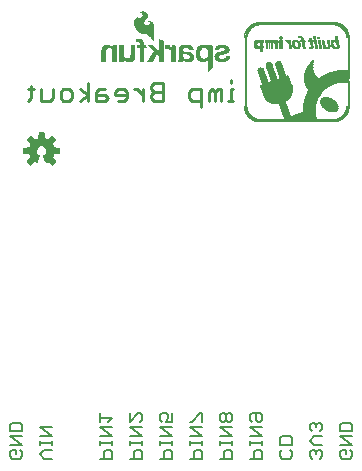
<source format=gbr>
G04 EAGLE Gerber RS-274X export*
G75*
%MOMM*%
%FSLAX34Y34*%
%LPD*%
%INSilkscreen Bottom*%
%IPPOS*%
%AMOC8*
5,1,8,0,0,1.08239X$1,22.5*%
G01*
%ADD10C,0.203200*%
%ADD11C,0.279400*%
%ADD12R,6.334250X0.010669*%
%ADD13R,0.062994X0.010669*%
%ADD14R,0.062738X0.010669*%
%ADD15R,0.021081X0.010669*%
%ADD16R,6.543800X0.010412*%
%ADD17R,0.031494X0.010412*%
%ADD18R,0.010663X0.010412*%
%ADD19R,0.010669X0.010412*%
%ADD20R,6.669781X0.010412*%
%ADD21R,0.021081X0.010412*%
%ADD22R,0.010412X0.010412*%
%ADD23R,6.774938X0.010669*%
%ADD24R,0.020825X0.010669*%
%ADD25R,0.010412X0.010669*%
%ADD26R,6.858756X0.010412*%
%ADD27R,6.921750X0.010412*%
%ADD28R,0.020825X0.010412*%
%ADD29R,7.005569X0.010412*%
%ADD30R,7.068563X0.010669*%
%ADD31R,7.110219X0.010412*%
%ADD32R,7.173212X0.010412*%
%ADD33R,7.215375X0.010669*%
%ADD34R,7.278113X0.010412*%
%ADD35R,7.320025X0.010412*%
%ADD36R,7.362188X0.010412*%
%ADD37R,7.403844X0.010669*%
%ADD38R,0.010669X0.010669*%
%ADD39R,7.446006X0.010412*%
%ADD40R,7.487663X0.010412*%
%ADD41R,7.529825X0.010663*%
%ADD42R,0.010412X0.010663*%
%ADD43R,7.550656X0.010412*%
%ADD44R,7.592819X0.010412*%
%ADD45R,7.613650X0.010412*%
%ADD46R,0.597913X0.010669*%
%ADD47R,2.663700X0.010669*%
%ADD48R,0.052325X0.010669*%
%ADD49R,0.031494X0.010669*%
%ADD50R,0.545338X0.010412*%
%ADD51R,2.653281X0.010412*%
%ADD52R,0.524513X0.010412*%
%ADD53R,0.524506X0.010412*%
%ADD54R,0.493013X0.010663*%
%ADD55R,2.663950X0.010663*%
%ADD56R,0.471931X0.010412*%
%ADD57R,2.663950X0.010412*%
%ADD58R,0.451106X0.010412*%
%ADD59R,0.430019X0.010412*%
%ADD60R,2.663694X0.010412*%
%ADD61R,0.430019X0.010669*%
%ADD62R,2.663694X0.010669*%
%ADD63R,0.010663X0.010669*%
%ADD64R,0.408938X0.010412*%
%ADD65R,0.398525X0.010412*%
%ADD66R,0.387856X0.010663*%
%ADD67R,2.663694X0.010663*%
%ADD68R,0.010669X0.010663*%
%ADD69R,0.010663X0.010663*%
%ADD70R,0.377700X0.010412*%
%ADD71R,0.377444X0.010412*%
%ADD72R,0.367281X0.010412*%
%ADD73R,0.367025X0.010412*%
%ADD74R,0.356612X0.010663*%
%ADD75R,2.674362X0.010663*%
%ADD76R,0.356612X0.010412*%
%ADD77R,0.345950X0.010412*%
%ADD78R,0.346200X0.010412*%
%ADD79R,0.346200X0.010669*%
%ADD80R,2.674362X0.010669*%
%ADD81R,0.335531X0.010412*%
%ADD82R,2.674362X0.010412*%
%ADD83R,0.325119X0.010412*%
%ADD84R,2.674113X0.010412*%
%ADD85R,0.325119X0.010663*%
%ADD86R,2.107944X0.010663*%
%ADD87R,0.545338X0.010663*%
%ADD88R,0.020825X0.010663*%
%ADD89R,2.076450X0.010412*%
%ADD90R,0.304038X0.010412*%
%ADD91R,2.044950X0.010412*%
%ADD92R,0.556006X0.010412*%
%ADD93R,0.304038X0.010669*%
%ADD94R,2.003044X0.010669*%
%ADD95R,0.545338X0.010669*%
%ADD96R,0.304294X0.010669*%
%ADD97R,0.304287X0.010412*%
%ADD98R,1.971550X0.010412*%
%ADD99R,0.555750X0.010412*%
%ADD100R,1.940050X0.010412*%
%ADD101R,0.293619X0.010412*%
%ADD102R,1.919225X0.010412*%
%ADD103R,0.293619X0.010663*%
%ADD104R,1.887725X0.010663*%
%ADD105R,0.555750X0.010663*%
%ADD106R,0.293625X0.010663*%
%ADD107R,0.283206X0.010412*%
%ADD108R,1.845819X0.010412*%
%ADD109R,0.283213X0.010412*%
%ADD110R,1.814319X0.010412*%
%ADD111R,0.283206X0.010669*%
%ADD112R,1.782825X0.010669*%
%ADD113R,0.555750X0.010669*%
%ADD114R,0.282956X0.010412*%
%ADD115R,1.751325X0.010412*%
%ADD116R,0.272544X0.010412*%
%ADD117R,1.730500X0.010412*%
%ADD118R,0.272794X0.010412*%
%ADD119R,1.699006X0.010412*%
%ADD120R,0.272544X0.010669*%
%ADD121R,1.656838X0.010669*%
%ADD122R,0.262125X0.010412*%
%ADD123R,1.625344X0.010412*%
%ADD124R,0.272537X0.010412*%
%ADD125R,1.593850X0.010412*%
%ADD126R,0.272794X0.010669*%
%ADD127R,1.562606X0.010669*%
%ADD128R,0.262381X0.010412*%
%ADD129R,1.541525X0.010412*%
%ADD130R,1.510025X0.010412*%
%ADD131R,0.262125X0.010669*%
%ADD132R,1.478531X0.010669*%
%ADD133R,1.436625X0.010412*%
%ADD134R,1.405381X0.010412*%
%ADD135R,1.373888X0.010412*%
%ADD136R,0.251713X0.010669*%
%ADD137R,1.352800X0.010669*%
%ADD138R,1.321306X0.010412*%
%ADD139R,0.251713X0.010412*%
%ADD140R,1.289813X0.010412*%
%ADD141R,1.258313X0.010669*%
%ADD142R,0.251456X0.010669*%
%ADD143R,1.227075X0.010412*%
%ADD144R,0.251456X0.010412*%
%ADD145R,1.195575X0.010412*%
%ADD146R,0.241300X0.010412*%
%ADD147R,1.164081X0.010412*%
%ADD148R,1.132588X0.010669*%
%ADD149R,1.101087X0.010412*%
%ADD150R,0.241044X0.010412*%
%ADD151R,1.080263X0.010412*%
%ADD152R,0.241044X0.010669*%
%ADD153R,1.048769X0.010669*%
%ADD154R,1.006856X0.010412*%
%ADD155R,0.985775X0.010412*%
%ADD156R,0.241300X0.010669*%
%ADD157R,0.985775X0.010669*%
%ADD158R,0.230881X0.010412*%
%ADD159R,0.230631X0.010412*%
%ADD160R,0.157225X0.010412*%
%ADD161R,0.052325X0.010412*%
%ADD162R,0.230631X0.010663*%
%ADD163R,0.304038X0.010663*%
%ADD164R,0.985775X0.010663*%
%ADD165R,0.556006X0.010663*%
%ADD166R,0.021081X0.010663*%
%ADD167R,0.388113X0.010412*%
%ADD168R,0.461263X0.010412*%
%ADD169R,0.513838X0.010412*%
%ADD170R,0.230888X0.010669*%
%ADD171R,0.576831X0.010669*%
%ADD172R,0.230888X0.010412*%
%ADD173R,0.608331X0.010412*%
%ADD174R,0.660650X0.010412*%
%ADD175R,0.702819X0.010663*%
%ADD176R,0.734056X0.010412*%
%ADD177R,0.220213X0.010412*%
%ADD178R,0.765556X0.010412*%
%ADD179R,0.797050X0.010412*%
%ADD180R,0.230631X0.010669*%
%ADD181R,0.828550X0.010669*%
%ADD182R,0.556000X0.010669*%
%ADD183R,0.220219X0.010412*%
%ADD184R,0.860044X0.010412*%
%ADD185R,0.880869X0.010412*%
%ADD186R,0.901700X0.010663*%
%ADD187R,0.230888X0.010663*%
%ADD188R,0.933450X0.010412*%
%ADD189R,0.954531X0.010412*%
%ADD190R,0.975356X0.010412*%
%ADD191R,0.230881X0.010663*%
%ADD192R,1.006600X0.010663*%
%ADD193R,1.017269X0.010412*%
%ADD194R,1.038094X0.010412*%
%ADD195R,0.220219X0.010669*%
%ADD196R,1.059431X0.010669*%
%ADD197R,0.209800X0.010412*%
%ADD198R,1.069844X0.010412*%
%ADD199R,0.975363X0.010412*%
%ADD200R,1.111756X0.010412*%
%ADD201R,0.220219X0.010663*%
%ADD202R,1.122169X0.010663*%
%ADD203R,0.975363X0.010663*%
%ADD204R,1.132588X0.010412*%
%ADD205R,0.209806X0.010412*%
%ADD206R,1.153669X0.010412*%
%ADD207R,0.209806X0.010669*%
%ADD208R,1.164081X0.010669*%
%ADD209R,0.975363X0.010669*%
%ADD210R,1.184906X0.010412*%
%ADD211R,1.205987X0.010412*%
%ADD212R,1.216406X0.010663*%
%ADD213R,0.209550X0.010412*%
%ADD214R,1.237488X0.010412*%
%ADD215R,0.209550X0.010669*%
%ADD216R,1.237488X0.010669*%
%ADD217R,1.247900X0.010412*%
%ADD218R,1.258313X0.010412*%
%ADD219R,1.268981X0.010669*%
%ADD220R,0.975356X0.010669*%
%ADD221R,0.556006X0.010669*%
%ADD222R,1.279394X0.010412*%
%ADD223R,0.985769X0.010412*%
%ADD224R,1.279400X0.010412*%
%ADD225R,1.290063X0.010669*%
%ADD226R,0.985769X0.010669*%
%ADD227R,1.300481X0.010412*%
%ADD228R,1.300475X0.010412*%
%ADD229R,1.300475X0.010669*%
%ADD230R,0.996438X0.010669*%
%ADD231R,1.300225X0.010412*%
%ADD232R,0.996438X0.010412*%
%ADD233R,1.310894X0.010412*%
%ADD234R,1.310894X0.010669*%
%ADD235R,0.996188X0.010412*%
%ADD236R,1.321556X0.010669*%
%ADD237R,0.996188X0.010669*%
%ADD238R,1.321556X0.010412*%
%ADD239R,1.331719X0.010412*%
%ADD240R,1.321306X0.010669*%
%ADD241R,1.321562X0.010669*%
%ADD242R,1.321562X0.010412*%
%ADD243R,0.199138X0.010669*%
%ADD244R,0.314706X0.010412*%
%ADD245R,0.041906X0.010412*%
%ADD246R,1.006850X0.010412*%
%ADD247R,1.310894X0.010663*%
%ADD248R,1.006850X0.010663*%
%ADD249R,1.059175X0.010663*%
%ADD250R,1.132838X0.010412*%
%ADD251R,1.006856X0.010669*%
%ADD252R,1.195575X0.010669*%
%ADD253R,1.290063X0.010412*%
%ADD254R,1.216406X0.010412*%
%ADD255R,1.268981X0.010663*%
%ADD256R,1.258569X0.010663*%
%ADD257R,1.268981X0.010412*%
%ADD258R,1.006600X0.010412*%
%ADD259R,1.247900X0.010669*%
%ADD260R,1.017269X0.010669*%
%ADD261R,1.331975X0.010669*%
%ADD262R,1.353056X0.010412*%
%ADD263R,1.227069X0.010412*%
%ADD264R,1.352800X0.010412*%
%ADD265R,1.017269X0.010663*%
%ADD266R,1.373631X0.010663*%
%ADD267R,1.384300X0.010412*%
%ADD268R,1.405125X0.010412*%
%ADD269R,1.174494X0.010412*%
%ADD270R,1.426462X0.010412*%
%ADD271R,1.164081X0.010663*%
%ADD272R,1.468119X0.010663*%
%ADD273R,1.027937X0.010412*%
%ADD274R,1.489200X0.010412*%
%ADD275R,1.143000X0.010412*%
%ADD276R,1.520700X0.010412*%
%ADD277R,1.027681X0.010669*%
%ADD278R,1.551937X0.010669*%
%ADD279R,1.027681X0.010412*%
%ADD280R,1.583688X0.010412*%
%ADD281R,1.101344X0.010412*%
%ADD282R,1.604519X0.010412*%
%ADD283R,1.080263X0.010669*%
%ADD284R,1.636013X0.010669*%
%ADD285R,1.059181X0.010412*%
%ADD286R,1.656844X0.010412*%
%ADD287R,1.048512X0.010412*%
%ADD288R,1.677925X0.010412*%
%ADD289R,1.730250X0.010669*%
%ADD290R,1.038350X0.010412*%
%ADD291R,1.751581X0.010412*%
%ADD292R,0.964944X0.010412*%
%ADD293R,1.772413X0.010412*%
%ADD294R,0.954275X0.010669*%
%ADD295R,1.038350X0.010669*%
%ADD296R,1.793238X0.010669*%
%ADD297R,0.922781X0.010412*%
%ADD298R,1.814069X0.010412*%
%ADD299R,0.901700X0.010412*%
%ADD300R,1.835406X0.010412*%
%ADD301R,1.048763X0.010412*%
%ADD302R,1.856231X0.010412*%
%ADD303R,0.859788X0.010669*%
%ADD304R,1.038094X0.010669*%
%ADD305R,1.877056X0.010669*%
%ADD306R,0.828550X0.010412*%
%ADD307R,1.887725X0.010412*%
%ADD308R,1.908806X0.010412*%
%ADD309R,0.776219X0.010669*%
%ADD310R,1.048763X0.010669*%
%ADD311R,1.929638X0.010669*%
%ADD312R,0.744475X0.010412*%
%ADD313R,1.950462X0.010412*%
%ADD314R,0.702562X0.010412*%
%ADD315R,1.961131X0.010412*%
%ADD316R,0.681731X0.010412*%
%ADD317R,1.981963X0.010412*%
%ADD318R,0.629156X0.010669*%
%ADD319R,0.566419X0.010412*%
%ADD320R,1.059175X0.010412*%
%ADD321R,2.013706X0.010412*%
%ADD322R,0.503425X0.010412*%
%ADD323R,2.034537X0.010412*%
%ADD324R,0.419606X0.010669*%
%ADD325R,1.059181X0.010669*%
%ADD326R,2.044950X0.010669*%
%ADD327R,0.324862X0.010412*%
%ADD328R,2.055363X0.010412*%
%ADD329R,0.178050X0.010412*%
%ADD330R,1.069594X0.010412*%
%ADD331R,2.087119X0.010412*%
%ADD332R,0.094231X0.010412*%
%ADD333R,1.069594X0.010669*%
%ADD334R,2.107944X0.010669*%
%ADD335R,1.069850X0.010412*%
%ADD336R,2.107944X0.010412*%
%ADD337R,2.128775X0.010412*%
%ADD338R,2.139438X0.010669*%
%ADD339R,2.160269X0.010412*%
%ADD340R,2.181350X0.010412*%
%ADD341R,1.080006X0.010669*%
%ADD342R,2.191763X0.010669*%
%ADD343R,1.080006X0.010412*%
%ADD344R,2.191763X0.010412*%
%ADD345R,1.090675X0.010412*%
%ADD346R,2.212850X0.010412*%
%ADD347R,1.090675X0.010669*%
%ADD348R,2.212850X0.010669*%
%ADD349R,2.233675X0.010412*%
%ADD350R,2.244088X0.010412*%
%ADD351R,1.101344X0.010669*%
%ADD352R,2.265425X0.010669*%
%ADD353R,2.265425X0.010412*%
%ADD354R,2.275838X0.010412*%
%ADD355R,1.101087X0.010663*%
%ADD356R,2.286256X0.010663*%
%ADD357R,1.111500X0.010412*%
%ADD358R,2.296669X0.010412*%
%ADD359R,2.307081X0.010412*%
%ADD360R,2.317494X0.010412*%
%ADD361R,1.111756X0.010669*%
%ADD362R,2.317494X0.010669*%
%ADD363R,2.338575X0.010412*%
%ADD364R,1.121919X0.010412*%
%ADD365R,2.348994X0.010663*%
%ADD366R,1.122169X0.010412*%
%ADD367R,2.359656X0.010412*%
%ADD368R,2.370069X0.010412*%
%ADD369R,2.380488X0.010669*%
%ADD370R,2.380488X0.010412*%
%ADD371R,1.143256X0.010412*%
%ADD372R,2.401569X0.010412*%
%ADD373R,1.143000X0.010663*%
%ADD374R,2.401569X0.010663*%
%ADD375R,2.422650X0.010412*%
%ADD376R,1.153663X0.010669*%
%ADD377R,2.422650X0.010669*%
%ADD378R,2.443475X0.010412*%
%ADD379R,1.153412X0.010412*%
%ADD380R,2.443475X0.010669*%
%ADD381R,2.453894X0.010412*%
%ADD382R,2.464306X0.010412*%
%ADD383R,1.174494X0.010669*%
%ADD384R,2.474975X0.010669*%
%ADD385R,2.474975X0.010412*%
%ADD386R,1.174750X0.010412*%
%ADD387R,1.185163X0.010412*%
%ADD388R,2.496056X0.010412*%
%ADD389R,1.184906X0.010669*%
%ADD390R,2.496056X0.010669*%
%ADD391R,2.506469X0.010412*%
%ADD392R,2.506469X0.010669*%
%ADD393R,1.205994X0.010412*%
%ADD394R,2.516881X0.010412*%
%ADD395R,1.195325X0.010412*%
%ADD396R,2.527300X0.010412*%
%ADD397R,1.205994X0.010669*%
%ADD398R,2.537969X0.010669*%
%ADD399R,2.537969X0.010412*%
%ADD400R,1.216656X0.010412*%
%ADD401R,1.227075X0.010669*%
%ADD402R,2.548381X0.010669*%
%ADD403R,2.548381X0.010412*%
%ADD404R,1.226819X0.010412*%
%ADD405R,2.558794X0.010412*%
%ADD406R,2.558794X0.010669*%
%ADD407R,2.569463X0.010412*%
%ADD408R,1.258569X0.010412*%
%ADD409R,1.289813X0.010669*%
%ADD410R,2.569463X0.010669*%
%ADD411R,2.579875X0.010412*%
%ADD412R,1.331975X0.010412*%
%ADD413R,1.352806X0.010412*%
%ADD414R,1.373631X0.010669*%
%ADD415R,2.590294X0.010669*%
%ADD416R,2.590294X0.010412*%
%ADD417R,2.600706X0.010412*%
%ADD418R,1.436619X0.010669*%
%ADD419R,2.600706X0.010669*%
%ADD420R,1.457706X0.010412*%
%ADD421R,1.468119X0.010412*%
%ADD422R,2.611375X0.010412*%
%ADD423R,1.510281X0.010669*%
%ADD424R,2.600956X0.010669*%
%ADD425R,2.611369X0.010412*%
%ADD426R,1.551937X0.010412*%
%ADD427R,1.573019X0.010669*%
%ADD428R,2.611369X0.010669*%
%ADD429R,2.621787X0.010412*%
%ADD430R,1.615187X0.010412*%
%ADD431R,1.636013X0.010412*%
%ADD432R,1.667256X0.010669*%
%ADD433R,2.621787X0.010669*%
%ADD434R,1.709419X0.010412*%
%ADD435R,2.632200X0.010412*%
%ADD436R,1.730500X0.010663*%
%ADD437R,2.632200X0.010663*%
%ADD438R,1.740913X0.010412*%
%ADD439R,1.772156X0.010412*%
%ADD440R,1.782825X0.010412*%
%ADD441R,1.814069X0.010669*%
%ADD442R,2.632200X0.010669*%
%ADD443R,1.835150X0.010412*%
%ADD444R,2.642869X0.010663*%
%ADD445R,1.908556X0.010412*%
%ADD446R,2.632456X0.010412*%
%ADD447R,1.929638X0.010412*%
%ADD448R,1.950462X0.010669*%
%ADD449R,1.982213X0.010412*%
%ADD450R,2.611119X0.010412*%
%ADD451R,2.003044X0.010412*%
%ADD452R,2.590288X0.010412*%
%ADD453R,2.024125X0.010412*%
%ADD454R,2.044950X0.010663*%
%ADD455R,2.516888X0.010663*%
%ADD456R,2.485388X0.010412*%
%ADD457R,2.097275X0.010412*%
%ADD458R,2.454144X0.010412*%
%ADD459R,2.118356X0.010669*%
%ADD460R,2.150106X0.010412*%
%ADD461R,2.412238X0.010412*%
%ADD462R,2.170937X0.010412*%
%ADD463R,2.411981X0.010412*%
%ADD464R,2.233931X0.010669*%
%ADD465R,2.401569X0.010669*%
%ADD466R,2.265169X0.010412*%
%ADD467R,2.317750X0.010669*%
%ADD468R,2.359406X0.010412*%
%ADD469R,2.454144X0.010669*%
%ADD470R,2.412238X0.010669*%
%ADD471R,2.485644X0.010412*%
%ADD472R,2.527550X0.010412*%
%ADD473R,2.411981X0.010669*%
%ADD474R,2.600956X0.010412*%
%ADD475R,2.695194X0.010412*%
%ADD476R,1.877313X0.010412*%
%ADD477R,2.737100X0.010669*%
%ADD478R,1.835406X0.010669*%
%ADD479R,0.503425X0.010669*%
%ADD480R,2.789425X0.010412*%
%ADD481R,1.803906X0.010412*%
%ADD482R,0.492756X0.010412*%
%ADD483R,2.863088X0.010412*%
%ADD484R,2.936494X0.010669*%
%ADD485R,1.740663X0.010669*%
%ADD486R,3.020313X0.010412*%
%ADD487R,0.493013X0.010412*%
%ADD488R,0.062988X0.010412*%
%ADD489R,0.062994X0.010412*%
%ADD490R,0.440438X0.010412*%
%ADD491R,3.209037X0.010412*%
%ADD492R,1.667506X0.010412*%
%ADD493R,0.115569X0.010412*%
%ADD494R,3.765044X0.010412*%
%ADD495R,1.646425X0.010412*%
%ADD496R,3.765044X0.010669*%
%ADD497R,1.614931X0.010669*%
%ADD498R,0.493013X0.010669*%
%ADD499R,1.573019X0.010412*%
%ADD500R,3.775456X0.010412*%
%ADD501R,1.552194X0.010412*%
%ADD502R,0.492763X0.010412*%
%ADD503R,3.775456X0.010669*%
%ADD504R,1.552194X0.010669*%
%ADD505R,0.492763X0.010669*%
%ADD506R,1.541775X0.010412*%
%ADD507R,0.503175X0.010412*%
%ADD508R,3.785869X0.010669*%
%ADD509R,1.541525X0.010669*%
%ADD510R,3.785869X0.010412*%
%ADD511R,1.541781X0.010412*%
%ADD512R,3.796538X0.010412*%
%ADD513R,3.796538X0.010669*%
%ADD514R,0.492756X0.010669*%
%ADD515R,0.503169X0.010412*%
%ADD516R,0.954275X0.010412*%
%ADD517R,3.806950X0.010669*%
%ADD518R,0.933450X0.010669*%
%ADD519R,3.806950X0.010412*%
%ADD520R,0.901950X0.010412*%
%ADD521R,3.806950X0.010663*%
%ADD522R,0.828544X0.010663*%
%ADD523R,0.503175X0.010663*%
%ADD524R,0.807719X0.010412*%
%ADD525R,2.527550X0.010669*%
%ADD526R,0.734063X0.010669*%
%ADD527R,2.517138X0.010412*%
%ADD528R,0.713231X0.010412*%
%ADD529R,0.723644X0.010412*%
%ADD530R,2.474975X0.010663*%
%ADD531R,1.153669X0.010663*%
%ADD532R,0.713231X0.010663*%
%ADD533R,0.503425X0.010663*%
%ADD534R,2.443731X0.010412*%
%ADD535R,2.433063X0.010669*%
%ADD536R,1.101087X0.010669*%
%ADD537R,0.712975X0.010669*%
%ADD538R,0.712975X0.010412*%
%ADD539R,2.380744X0.010412*%
%ADD540R,2.370075X0.010663*%
%ADD541R,1.038350X0.010663*%
%ADD542R,0.712975X0.010663*%
%ADD543R,0.492756X0.010663*%
%ADD544R,2.349244X0.010412*%
%ADD545R,2.338831X0.010412*%
%ADD546R,0.713231X0.010669*%
%ADD547R,2.286250X0.010412*%
%ADD548R,0.188975X0.010412*%
%ADD549R,2.254756X0.010669*%
%ADD550R,0.964944X0.010669*%
%ADD551R,0.146813X0.010669*%
%ADD552R,2.233931X0.010412*%
%ADD553R,0.125731X0.010412*%
%ADD554R,2.212844X0.010412*%
%ADD555R,0.083819X0.010412*%
%ADD556R,2.202431X0.010669*%
%ADD557R,0.923031X0.010669*%
%ADD558R,0.052319X0.010669*%
%ADD559R,0.503175X0.010669*%
%ADD560R,0.912363X0.010412*%
%ADD561R,2.160525X0.010412*%
%ADD562R,2.139444X0.010412*%
%ADD563R,0.891538X0.010412*%
%ADD564R,2.118613X0.010669*%
%ADD565R,0.881125X0.010669*%
%ADD566R,0.881125X0.010412*%
%ADD567R,0.870456X0.010412*%
%ADD568R,2.066038X0.010669*%
%ADD569R,0.849375X0.010669*%
%ADD570R,2.045206X0.010412*%
%ADD571R,0.849375X0.010412*%
%ADD572R,0.838963X0.010412*%
%ADD573R,0.828294X0.010412*%
%ADD574R,1.982213X0.010669*%
%ADD575R,0.828294X0.010669*%
%ADD576R,0.807463X0.010412*%
%ADD577R,1.940306X0.010412*%
%ADD578R,1.919225X0.010669*%
%ADD579R,0.797050X0.010669*%
%ADD580R,1.866900X0.010412*%
%ADD581R,0.776225X0.010412*%
%ADD582R,1.824987X0.010669*%
%ADD583R,0.765556X0.010669*%
%ADD584R,1.793494X0.010412*%
%ADD585R,0.744725X0.010412*%
%ADD586R,1.740913X0.010669*%
%ADD587R,0.744725X0.010669*%
%ADD588R,1.720087X0.010412*%
%ADD589R,0.734313X0.010412*%
%ADD590R,1.688594X0.010412*%
%ADD591R,1.657094X0.010412*%
%ADD592R,1.625600X0.010669*%
%ADD593R,1.573275X0.010412*%
%ADD594R,1.541781X0.010669*%
%ADD595R,0.692150X0.010669*%
%ADD596R,0.503169X0.010669*%
%ADD597R,1.499869X0.010412*%
%ADD598R,0.692150X0.010412*%
%ADD599R,1.468375X0.010412*%
%ADD600R,0.681737X0.010412*%
%ADD601R,1.436875X0.010412*%
%ADD602R,0.671319X0.010412*%
%ADD603R,1.394969X0.010669*%
%ADD604R,0.671319X0.010669*%
%ADD605R,0.649988X0.010669*%
%ADD606R,0.649988X0.010412*%
%ADD607R,0.629156X0.010412*%
%ADD608R,1.122169X0.010669*%
%ADD609R,0.996444X0.010412*%
%ADD610R,0.618744X0.010412*%
%ADD611R,0.912369X0.010412*%
%ADD612R,0.042162X0.010412*%
%ADD613R,0.818131X0.010663*%
%ADD614R,0.608331X0.010663*%
%ADD615R,0.052325X0.010663*%
%ADD616R,0.597913X0.010412*%
%ADD617R,0.482600X0.010412*%
%ADD618R,0.587244X0.010669*%
%ADD619R,0.482600X0.010669*%
%ADD620R,0.576831X0.010412*%
%ADD621R,0.566419X0.010663*%
%ADD622R,0.450850X0.010663*%
%ADD623R,0.556000X0.010412*%
%ADD624R,0.450850X0.010412*%
%ADD625R,0.440431X0.010412*%
%ADD626R,0.419606X0.010412*%
%ADD627R,0.524256X0.010412*%
%ADD628R,0.409194X0.010412*%
%ADD629R,0.513844X0.010663*%
%ADD630R,0.492763X0.010663*%
%ADD631R,0.377444X0.010663*%
%ADD632R,0.513844X0.010412*%
%ADD633R,0.367031X0.010412*%
%ADD634R,0.314450X0.010669*%
%ADD635R,0.293625X0.010412*%
%ADD636R,0.482344X0.010412*%
%ADD637R,0.471931X0.010669*%
%ADD638R,0.167637X0.010669*%
%ADD639R,0.461263X0.010669*%
%ADD640R,0.429769X0.010669*%
%ADD641R,0.429769X0.010412*%
%ADD642R,0.419356X0.010412*%
%ADD643R,0.408938X0.010669*%
%ADD644R,0.387856X0.010412*%
%ADD645R,0.387856X0.010669*%
%ADD646R,0.356363X0.010669*%
%ADD647R,0.356363X0.010412*%
%ADD648R,0.335531X0.010669*%
%ADD649R,0.314450X0.010412*%
%ADD650R,0.282956X0.010663*%
%ADD651R,0.471931X0.010663*%
%ADD652R,0.262381X0.010669*%
%ADD653R,0.450850X0.010669*%
%ADD654R,0.419606X0.010663*%
%ADD655R,0.461513X0.010412*%
%ADD656R,0.199388X0.010669*%
%ADD657R,0.367031X0.010669*%
%ADD658R,0.188719X0.010412*%
%ADD659R,0.178306X0.010669*%
%ADD660R,0.293619X0.010669*%
%ADD661R,0.167894X0.010412*%
%ADD662R,0.146813X0.010412*%
%ADD663R,0.199131X0.010412*%
%ADD664R,0.146813X0.010663*%
%ADD665R,0.146806X0.010663*%
%ADD666R,0.136394X0.010412*%
%ADD667R,0.094488X0.010412*%
%ADD668R,0.125981X0.010412*%
%ADD669R,0.335788X0.010412*%
%ADD670R,0.125725X0.010669*%
%ADD671R,0.115313X0.010412*%
%ADD672R,0.104900X0.010412*%
%ADD673R,0.083819X0.010663*%
%ADD674R,0.157225X0.010663*%
%ADD675R,0.073400X0.010412*%
%ADD676R,0.031244X0.010412*%
%ADD677R,0.209550X0.010663*%
%ADD678R,0.073406X0.010412*%
%ADD679R,0.084069X0.010412*%
%ADD680R,0.136400X0.010412*%
%ADD681R,0.136144X0.010412*%
%ADD682R,0.157481X0.010412*%
%ADD683R,0.241300X0.010663*%
%ADD684R,0.188719X0.010663*%
%ADD685R,0.104900X0.010663*%
%ADD686R,0.115313X0.010663*%
%ADD687R,0.178306X0.010663*%
%ADD688R,0.209800X0.010663*%
%ADD689R,0.115319X0.010412*%
%ADD690R,0.199138X0.010412*%
%ADD691R,0.345944X0.010412*%
%ADD692R,0.094488X0.010669*%
%ADD693R,0.115313X0.010669*%
%ADD694R,0.115319X0.010669*%
%ADD695R,0.377694X0.010669*%
%ADD696R,0.209800X0.010669*%
%ADD697R,0.356612X0.010669*%
%ADD698R,0.608075X0.010412*%
%ADD699R,0.199388X0.010663*%
%ADD700R,0.367031X0.010663*%
%ADD701R,0.115569X0.010663*%
%ADD702R,0.618744X0.010663*%
%ADD703R,0.073406X0.010663*%
%ADD704R,0.178306X0.010412*%
%ADD705R,0.157475X0.010412*%
%ADD706R,0.167637X0.010412*%
%ADD707R,0.052575X0.010412*%
%ADD708R,0.639569X0.010412*%
%ADD709R,0.649981X0.010412*%
%ADD710R,0.125731X0.010669*%
%ADD711R,0.146806X0.010669*%
%ADD712R,0.136394X0.010669*%
%ADD713R,0.083819X0.010669*%
%ADD714R,0.094231X0.010669*%
%ADD715R,0.115569X0.010669*%
%ADD716R,0.125981X0.010669*%
%ADD717R,0.649981X0.010669*%
%ADD718R,0.125725X0.010412*%
%ADD719R,0.199388X0.010412*%
%ADD720R,0.671063X0.010412*%
%ADD721R,0.136400X0.010669*%
%ADD722R,0.324862X0.010669*%
%ADD723R,0.042162X0.010669*%
%ADD724R,0.125731X0.010663*%
%ADD725R,0.125981X0.010663*%
%ADD726R,0.136144X0.010663*%
%ADD727R,0.251456X0.010663*%
%ADD728R,0.104900X0.010669*%
%ADD729R,0.230881X0.010669*%
%ADD730R,0.115319X0.010663*%
%ADD731R,0.125725X0.010663*%
%ADD732R,0.209806X0.010663*%
%ADD733R,0.220213X0.010669*%
%ADD734R,0.146806X0.010412*%
%ADD735R,0.167894X0.010669*%
%ADD736R,0.178056X0.010669*%
%ADD737R,0.136144X0.010669*%
%ADD738R,0.073406X0.010669*%
%ADD739R,0.084075X0.010412*%
%ADD740R,0.157225X0.010669*%
%ADD741R,0.157481X0.010669*%
%ADD742R,0.356363X0.010663*%
%ADD743R,0.440438X0.010663*%
%ADD744R,0.377694X0.010412*%
%ADD745R,0.356619X0.010412*%
%ADD746R,0.282956X0.010669*%
%ADD747R,0.325119X0.010669*%
%ADD748R,0.188719X0.010669*%
%ADD749R,0.335788X0.010669*%
%ADD750R,0.220469X0.010412*%
%ADD751R,0.167894X0.010663*%
%ADD752R,0.094488X0.010663*%
%ADD753R,0.041913X0.010412*%
%ADD754R,0.104650X0.010412*%
%ADD755R,0.104644X0.010669*%
%ADD756R,0.062738X0.010412*%
%ADD757R,0.041906X0.010669*%
%ADD758R,0.199131X0.010669*%
%ADD759R,0.136394X0.010663*%
%ADD760R,0.251713X0.010663*%
%ADD761R,0.262125X0.010663*%
%ADD762R,0.272537X0.010669*%
%ADD763R,0.272544X0.010663*%
%ADD764R,0.272794X0.010663*%
%ADD765R,0.283213X0.010669*%
%ADD766R,0.304294X0.010412*%
%ADD767R,0.345950X0.010669*%
%ADD768R,0.367281X0.010669*%
%ADD769R,0.367025X0.010669*%
%ADD770R,0.398525X0.010669*%
%ADD771R,0.524513X0.010669*%
%ADD772R,0.524506X0.010669*%
%ADD773R,7.613650X0.010663*%
%ADD774R,7.529825X0.010412*%
%ADD775R,7.487663X0.010669*%
%ADD776R,7.403844X0.010412*%
%ADD777R,7.362188X0.010663*%
%ADD778R,7.215375X0.010412*%
%ADD779R,7.173212X0.010669*%
%ADD780R,7.068563X0.010412*%
%ADD781R,7.005569X0.010663*%
%ADD782R,6.774938X0.010412*%
%ADD783R,6.669781X0.010669*%
%ADD784R,6.334250X0.010412*%

G36*
X51230Y274466D02*
X51230Y274466D01*
X51338Y274476D01*
X51351Y274482D01*
X51365Y274484D01*
X51462Y274532D01*
X51561Y274577D01*
X51574Y274588D01*
X51583Y274592D01*
X51598Y274608D01*
X51675Y274670D01*
X54260Y277255D01*
X54323Y277344D01*
X54389Y277429D01*
X54394Y277442D01*
X54402Y277454D01*
X54433Y277557D01*
X54469Y277660D01*
X54469Y277674D01*
X54473Y277687D01*
X54469Y277795D01*
X54470Y277904D01*
X54465Y277917D01*
X54465Y277931D01*
X54427Y278033D01*
X54392Y278135D01*
X54383Y278150D01*
X54379Y278159D01*
X54365Y278176D01*
X54311Y278258D01*
X51547Y281648D01*
X52104Y282730D01*
X52110Y282750D01*
X52152Y282845D01*
X52523Y284004D01*
X56874Y284447D01*
X56978Y284475D01*
X57084Y284500D01*
X57096Y284507D01*
X57109Y284510D01*
X57199Y284571D01*
X57292Y284628D01*
X57300Y284639D01*
X57312Y284647D01*
X57378Y284733D01*
X57447Y284817D01*
X57451Y284830D01*
X57460Y284841D01*
X57494Y284944D01*
X57533Y285045D01*
X57534Y285063D01*
X57538Y285072D01*
X57538Y285094D01*
X57547Y285192D01*
X57547Y288848D01*
X57530Y288955D01*
X57516Y289063D01*
X57510Y289075D01*
X57508Y289089D01*
X57456Y289185D01*
X57409Y289282D01*
X57399Y289292D01*
X57393Y289304D01*
X57313Y289378D01*
X57237Y289455D01*
X57225Y289461D01*
X57215Y289471D01*
X57116Y289516D01*
X57019Y289564D01*
X57001Y289568D01*
X56992Y289572D01*
X56971Y289574D01*
X56874Y289593D01*
X52523Y290036D01*
X52152Y291195D01*
X52143Y291213D01*
X52141Y291220D01*
X52137Y291227D01*
X52104Y291310D01*
X51547Y292392D01*
X54311Y295782D01*
X54365Y295876D01*
X54422Y295968D01*
X54425Y295981D01*
X54432Y295993D01*
X54453Y296100D01*
X54478Y296205D01*
X54476Y296219D01*
X54479Y296233D01*
X54464Y296340D01*
X54454Y296448D01*
X54448Y296461D01*
X54446Y296475D01*
X54398Y296572D01*
X54353Y296671D01*
X54342Y296684D01*
X54338Y296693D01*
X54322Y296708D01*
X54260Y296785D01*
X51675Y299370D01*
X51586Y299433D01*
X51501Y299499D01*
X51488Y299504D01*
X51476Y299512D01*
X51373Y299543D01*
X51270Y299579D01*
X51256Y299579D01*
X51243Y299583D01*
X51135Y299579D01*
X51026Y299580D01*
X51013Y299575D01*
X50999Y299575D01*
X50897Y299537D01*
X50795Y299502D01*
X50780Y299493D01*
X50771Y299489D01*
X50754Y299475D01*
X50672Y299421D01*
X47282Y296657D01*
X46200Y297214D01*
X46180Y297220D01*
X46085Y297262D01*
X44926Y297633D01*
X44483Y301984D01*
X44455Y302088D01*
X44430Y302194D01*
X44423Y302206D01*
X44420Y302219D01*
X44359Y302309D01*
X44302Y302402D01*
X44291Y302410D01*
X44283Y302422D01*
X44197Y302488D01*
X44113Y302557D01*
X44100Y302561D01*
X44089Y302570D01*
X43986Y302604D01*
X43885Y302643D01*
X43867Y302644D01*
X43858Y302648D01*
X43836Y302648D01*
X43738Y302657D01*
X40082Y302657D01*
X39975Y302640D01*
X39867Y302626D01*
X39855Y302620D01*
X39841Y302618D01*
X39745Y302566D01*
X39648Y302519D01*
X39638Y302509D01*
X39626Y302503D01*
X39552Y302423D01*
X39475Y302347D01*
X39469Y302335D01*
X39459Y302325D01*
X39414Y302226D01*
X39366Y302129D01*
X39362Y302111D01*
X39358Y302102D01*
X39356Y302081D01*
X39337Y301984D01*
X38894Y297633D01*
X37735Y297262D01*
X37717Y297252D01*
X37620Y297214D01*
X36538Y296657D01*
X33148Y299421D01*
X33054Y299475D01*
X32962Y299532D01*
X32949Y299535D01*
X32937Y299542D01*
X32830Y299563D01*
X32725Y299588D01*
X32711Y299586D01*
X32697Y299589D01*
X32590Y299574D01*
X32482Y299564D01*
X32469Y299558D01*
X32456Y299556D01*
X32358Y299508D01*
X32259Y299463D01*
X32246Y299452D01*
X32237Y299448D01*
X32222Y299432D01*
X32145Y299370D01*
X29560Y296785D01*
X29497Y296696D01*
X29431Y296611D01*
X29426Y296598D01*
X29418Y296586D01*
X29387Y296483D01*
X29351Y296380D01*
X29351Y296366D01*
X29347Y296353D01*
X29351Y296245D01*
X29350Y296136D01*
X29355Y296123D01*
X29355Y296109D01*
X29393Y296007D01*
X29428Y295905D01*
X29437Y295890D01*
X29441Y295881D01*
X29455Y295864D01*
X29509Y295782D01*
X32273Y292392D01*
X31716Y291310D01*
X31710Y291290D01*
X31668Y291195D01*
X31297Y290036D01*
X26946Y289593D01*
X26842Y289565D01*
X26736Y289540D01*
X26724Y289533D01*
X26711Y289530D01*
X26621Y289469D01*
X26528Y289412D01*
X26520Y289401D01*
X26508Y289393D01*
X26442Y289307D01*
X26374Y289223D01*
X26369Y289210D01*
X26360Y289199D01*
X26326Y289096D01*
X26287Y288995D01*
X26286Y288977D01*
X26282Y288968D01*
X26283Y288946D01*
X26273Y288848D01*
X26273Y285192D01*
X26290Y285085D01*
X26304Y284977D01*
X26310Y284965D01*
X26312Y284951D01*
X26364Y284855D01*
X26411Y284758D01*
X26421Y284748D01*
X26427Y284736D01*
X26507Y284662D01*
X26583Y284585D01*
X26595Y284579D01*
X26606Y284569D01*
X26704Y284524D01*
X26801Y284476D01*
X26819Y284472D01*
X26828Y284468D01*
X26849Y284466D01*
X26946Y284447D01*
X31297Y284004D01*
X31668Y282845D01*
X31678Y282827D01*
X31716Y282730D01*
X32273Y281648D01*
X29509Y278258D01*
X29455Y278164D01*
X29398Y278072D01*
X29395Y278059D01*
X29388Y278047D01*
X29367Y277940D01*
X29342Y277835D01*
X29344Y277821D01*
X29341Y277807D01*
X29356Y277700D01*
X29366Y277592D01*
X29372Y277579D01*
X29374Y277566D01*
X29422Y277468D01*
X29467Y277369D01*
X29478Y277356D01*
X29482Y277347D01*
X29498Y277332D01*
X29560Y277255D01*
X32145Y274670D01*
X32234Y274607D01*
X32319Y274541D01*
X32332Y274536D01*
X32344Y274528D01*
X32447Y274497D01*
X32550Y274461D01*
X32564Y274461D01*
X32577Y274457D01*
X32685Y274461D01*
X32794Y274460D01*
X32807Y274465D01*
X32821Y274465D01*
X32923Y274503D01*
X33025Y274538D01*
X33040Y274547D01*
X33049Y274551D01*
X33066Y274565D01*
X33148Y274619D01*
X36538Y277383D01*
X37620Y276826D01*
X37673Y276809D01*
X37722Y276783D01*
X37788Y276772D01*
X37852Y276751D01*
X37908Y276752D01*
X37962Y276743D01*
X38029Y276754D01*
X38096Y276755D01*
X38148Y276773D01*
X38203Y276782D01*
X38263Y276814D01*
X38326Y276837D01*
X38369Y276871D01*
X38419Y276897D01*
X38465Y276946D01*
X38517Y276988D01*
X38548Y277035D01*
X38586Y277075D01*
X38642Y277180D01*
X38650Y277193D01*
X38651Y277198D01*
X38655Y277205D01*
X40808Y282402D01*
X40828Y282485D01*
X40833Y282498D01*
X40835Y282514D01*
X40860Y282599D01*
X40859Y282620D01*
X40864Y282640D01*
X40856Y282722D01*
X40857Y282741D01*
X40853Y282761D01*
X40849Y282842D01*
X40842Y282862D01*
X40840Y282883D01*
X40808Y282952D01*
X40802Y282979D01*
X40787Y283003D01*
X40761Y283070D01*
X40748Y283086D01*
X40739Y283105D01*
X40694Y283154D01*
X40674Y283186D01*
X40643Y283211D01*
X40605Y283257D01*
X40582Y283273D01*
X40572Y283283D01*
X40551Y283295D01*
X40486Y283340D01*
X40485Y283341D01*
X40484Y283342D01*
X39585Y283848D01*
X38898Y284492D01*
X38383Y285280D01*
X38071Y286168D01*
X37979Y287105D01*
X38112Y288037D01*
X38463Y288911D01*
X39012Y289676D01*
X39726Y290289D01*
X40566Y290714D01*
X41483Y290928D01*
X42424Y290918D01*
X43336Y290684D01*
X44166Y290241D01*
X44867Y289612D01*
X45399Y288835D01*
X45730Y287954D01*
X45843Y287019D01*
X45735Y286102D01*
X45415Y285234D01*
X44901Y284465D01*
X44222Y283838D01*
X43338Y283343D01*
X43296Y283310D01*
X43254Y283287D01*
X43223Y283254D01*
X43175Y283219D01*
X43163Y283203D01*
X43147Y283190D01*
X43112Y283135D01*
X43087Y283109D01*
X43074Y283079D01*
X43032Y283021D01*
X43026Y283002D01*
X43016Y282985D01*
X42997Y282910D01*
X42987Y282887D01*
X42984Y282863D01*
X42961Y282788D01*
X42962Y282768D01*
X42957Y282748D01*
X42964Y282662D01*
X42963Y282644D01*
X42966Y282628D01*
X42969Y282544D01*
X42977Y282519D01*
X42978Y282505D01*
X42988Y282483D01*
X43012Y282402D01*
X43941Y280159D01*
X43941Y280158D01*
X44872Y277911D01*
X44873Y277911D01*
X45165Y277205D01*
X45194Y277158D01*
X45215Y277106D01*
X45258Y277055D01*
X45294Y276998D01*
X45337Y276963D01*
X45373Y276920D01*
X45430Y276886D01*
X45482Y276843D01*
X45534Y276824D01*
X45582Y276795D01*
X45648Y276781D01*
X45711Y276757D01*
X45766Y276755D01*
X45820Y276744D01*
X45887Y276751D01*
X45954Y276749D01*
X46008Y276765D01*
X46063Y276772D01*
X46174Y276816D01*
X46188Y276820D01*
X46192Y276823D01*
X46200Y276826D01*
X47282Y277383D01*
X50672Y274619D01*
X50766Y274565D01*
X50858Y274508D01*
X50871Y274505D01*
X50883Y274498D01*
X50990Y274477D01*
X51095Y274452D01*
X51109Y274454D01*
X51123Y274451D01*
X51230Y274466D01*
G37*
G36*
X137145Y379559D02*
X137145Y379559D01*
X137145Y379560D01*
X137145Y392360D01*
X137145Y392361D01*
X136945Y394161D01*
X136944Y394161D01*
X136945Y394162D01*
X136745Y394762D01*
X136744Y394762D01*
X136444Y395362D01*
X136444Y395363D01*
X136144Y395863D01*
X136143Y395863D01*
X136143Y395864D01*
X135643Y396164D01*
X135243Y396464D01*
X135242Y396464D01*
X135242Y396465D01*
X134242Y396865D01*
X134241Y396864D01*
X134241Y396865D01*
X133641Y396965D01*
X133640Y396965D01*
X132840Y396965D01*
X132839Y396964D01*
X132839Y396965D01*
X132439Y396865D01*
X132240Y396865D01*
X132239Y396864D01*
X132238Y396864D01*
X132038Y396764D01*
X132037Y396764D01*
X132037Y396762D01*
X132035Y396758D01*
X132037Y396758D01*
X132036Y396756D01*
X132136Y396656D01*
X132138Y396656D01*
X132538Y396456D01*
X132538Y396455D01*
X132837Y396356D01*
X133036Y396156D01*
X133236Y395957D01*
X133436Y395658D01*
X133535Y395359D01*
X133535Y395061D01*
X133435Y394762D01*
X133236Y394363D01*
X132937Y394064D01*
X132638Y393864D01*
X132139Y393665D01*
X131640Y393565D01*
X130841Y393565D01*
X130042Y393765D01*
X129443Y394164D01*
X129044Y394663D01*
X128845Y395261D01*
X128845Y395959D01*
X129144Y396657D01*
X129844Y397457D01*
X130644Y398357D01*
X131344Y399157D01*
X131344Y399158D01*
X131844Y400058D01*
X131844Y400059D01*
X131845Y400059D01*
X132045Y400959D01*
X132045Y400960D01*
X132045Y401760D01*
X132044Y401761D01*
X132045Y401762D01*
X131745Y402662D01*
X131744Y402662D01*
X131744Y402663D01*
X131244Y403363D01*
X131243Y403363D01*
X131243Y403364D01*
X130343Y404164D01*
X130342Y404164D01*
X129242Y404764D01*
X129241Y404764D01*
X129241Y404765D01*
X128141Y404965D01*
X128140Y404965D01*
X127140Y404965D01*
X127139Y404964D01*
X127138Y404965D01*
X126238Y404665D01*
X125438Y404365D01*
X125438Y404364D01*
X124838Y404064D01*
X124837Y404064D01*
X124437Y403764D01*
X124436Y403764D01*
X124336Y403664D01*
X124336Y403662D01*
X124335Y403661D01*
X124336Y403659D01*
X124336Y403657D01*
X124338Y403657D01*
X124340Y403655D01*
X124640Y403655D01*
X124641Y403656D01*
X124642Y403655D01*
X124941Y403755D01*
X125239Y403755D01*
X125639Y403655D01*
X126138Y403555D01*
X126537Y403356D01*
X126936Y403057D01*
X127136Y402758D01*
X127235Y402458D01*
X127236Y402458D01*
X127335Y402258D01*
X127435Y401960D01*
X127335Y401662D01*
X127335Y401661D01*
X127235Y401262D01*
X127036Y400963D01*
X127036Y400962D01*
X126836Y400563D01*
X126537Y400264D01*
X126237Y400064D01*
X125837Y399764D01*
X125538Y399564D01*
X124739Y399165D01*
X124041Y399165D01*
X123742Y399265D01*
X123444Y399463D01*
X123345Y399762D01*
X123245Y400061D01*
X123245Y400860D01*
X123244Y400861D01*
X123245Y400862D01*
X123243Y400862D01*
X123241Y400865D01*
X123239Y400864D01*
X123238Y400864D01*
X122438Y400464D01*
X122437Y400463D01*
X122436Y400463D01*
X121636Y399563D01*
X120936Y398363D01*
X120936Y398362D01*
X120935Y398362D01*
X120435Y396962D01*
X120435Y396961D01*
X120135Y395361D01*
X120136Y395360D01*
X120135Y395360D01*
X120235Y393560D01*
X120236Y393559D01*
X120235Y393559D01*
X120735Y391759D01*
X120736Y391758D01*
X121736Y389958D01*
X121736Y389957D01*
X122436Y389057D01*
X122437Y389057D01*
X122436Y389056D01*
X123236Y388256D01*
X123237Y388256D01*
X124037Y387556D01*
X125037Y386956D01*
X125038Y386956D01*
X125038Y386955D01*
X126038Y386555D01*
X126039Y386556D01*
X126039Y386555D01*
X127139Y386255D01*
X128339Y386055D01*
X128340Y386055D01*
X130240Y386055D01*
X130838Y385955D01*
X131337Y385656D01*
X131837Y385256D01*
X132337Y384856D01*
X132836Y384257D01*
X132837Y384257D01*
X132836Y384256D01*
X133436Y383656D01*
X134136Y382957D01*
X134636Y382257D01*
X134637Y382257D01*
X134636Y382256D01*
X135236Y381657D01*
X135736Y381057D01*
X135737Y381057D01*
X135736Y381056D01*
X136236Y380557D01*
X136536Y380157D01*
X136537Y380157D01*
X136536Y380156D01*
X136836Y379857D01*
X137036Y379557D01*
X137039Y379556D01*
X137040Y379555D01*
X137140Y379555D01*
X137145Y379559D01*
G37*
G36*
X182841Y354057D02*
X182841Y354057D01*
X182844Y354056D01*
X183743Y354956D01*
X185243Y356156D01*
X185243Y356157D01*
X185244Y356156D01*
X186143Y357056D01*
X186643Y357456D01*
X186644Y357459D01*
X186645Y357460D01*
X186645Y375960D01*
X186642Y375963D01*
X186641Y375965D01*
X186241Y376065D01*
X185741Y376165D01*
X185740Y376165D01*
X185241Y376165D01*
X184841Y376265D01*
X184341Y376365D01*
X183941Y376465D01*
X182941Y376665D01*
X182940Y376664D01*
X182935Y376662D01*
X182936Y376661D01*
X182935Y376660D01*
X182935Y374874D01*
X182544Y375363D01*
X182544Y375364D01*
X182144Y375764D01*
X182143Y375764D01*
X181643Y376164D01*
X180643Y376764D01*
X180641Y376764D01*
X180641Y376765D01*
X179441Y376965D01*
X179440Y376965D01*
X178740Y376965D01*
X178680Y376961D01*
X178605Y376956D01*
X178531Y376951D01*
X178530Y376951D01*
X178456Y376946D01*
X178382Y376941D01*
X178381Y376941D01*
X178307Y376936D01*
X178232Y376931D01*
X178158Y376926D01*
X178083Y376921D01*
X178009Y376916D01*
X177934Y376911D01*
X177860Y376906D01*
X177785Y376901D01*
X177711Y376896D01*
X177636Y376891D01*
X177562Y376886D01*
X177487Y376881D01*
X177413Y376877D01*
X177338Y376872D01*
X177264Y376867D01*
X177263Y376867D01*
X177240Y376865D01*
X177239Y376864D01*
X177238Y376865D01*
X175838Y376365D01*
X175838Y376364D01*
X175837Y376364D01*
X174737Y375664D01*
X174737Y375663D01*
X174736Y375663D01*
X173836Y374663D01*
X173136Y373563D01*
X173136Y373562D01*
X173135Y373561D01*
X172735Y372261D01*
X172435Y370861D01*
X172435Y370860D01*
X172335Y369360D01*
X172435Y367960D01*
X172435Y367959D01*
X172735Y366659D01*
X172736Y366659D01*
X172735Y366658D01*
X173235Y365458D01*
X173236Y365458D01*
X173836Y364358D01*
X173837Y364357D01*
X173836Y364356D01*
X174736Y363456D01*
X174737Y363456D01*
X175837Y362656D01*
X175838Y362656D01*
X175838Y362655D01*
X177038Y362255D01*
X177039Y362256D01*
X177039Y362255D01*
X178539Y362055D01*
X178540Y362056D01*
X178541Y362055D01*
X180341Y362355D01*
X180341Y362356D01*
X180342Y362356D01*
X180942Y362656D01*
X180943Y362656D01*
X181943Y363256D01*
X181943Y363257D01*
X181944Y363257D01*
X182344Y363757D01*
X182742Y364255D01*
X182835Y364255D01*
X182835Y354060D01*
X182836Y354059D01*
X182836Y354057D01*
X182838Y354057D01*
X182839Y354055D01*
X182841Y354057D01*
G37*
G36*
X166841Y362055D02*
X166841Y362055D01*
X167341Y362155D01*
X167840Y362155D01*
X167841Y362156D01*
X167841Y362155D01*
X168241Y362255D01*
X168242Y362256D01*
X168242Y362255D01*
X168742Y362455D01*
X168742Y362456D01*
X169142Y362656D01*
X169143Y362656D01*
X169442Y362856D01*
X169842Y363056D01*
X169843Y363057D01*
X169844Y363056D01*
X170144Y363356D01*
X170144Y363357D01*
X170344Y363657D01*
X170644Y364057D01*
X170844Y364357D01*
X170844Y364359D01*
X170845Y364359D01*
X170945Y364858D01*
X171144Y365258D01*
X171144Y365259D01*
X171145Y365259D01*
X171145Y365260D01*
X171145Y365760D01*
X171245Y366259D01*
X171244Y366260D01*
X171245Y366261D01*
X171045Y367361D01*
X171045Y367362D01*
X170745Y368262D01*
X170744Y368262D01*
X170344Y368962D01*
X170343Y368963D01*
X170343Y368964D01*
X169643Y369564D01*
X169642Y369564D01*
X168942Y369964D01*
X168942Y369965D01*
X168142Y370265D01*
X168141Y370265D01*
X167341Y370465D01*
X164641Y370765D01*
X163941Y370865D01*
X163241Y371065D01*
X162642Y371265D01*
X162143Y371564D01*
X161845Y371962D01*
X161845Y373059D01*
X162144Y373657D01*
X162244Y373756D01*
X162244Y373758D01*
X162344Y373956D01*
X162941Y374255D01*
X163140Y374255D01*
X163141Y374256D01*
X163142Y374256D01*
X163341Y374355D01*
X165139Y374355D01*
X166137Y373856D01*
X166536Y373457D01*
X166635Y373258D01*
X166735Y372958D01*
X166736Y372958D01*
X166835Y372759D01*
X166835Y372260D01*
X166839Y372255D01*
X166840Y372255D01*
X170740Y372255D01*
X170741Y372256D01*
X170745Y372259D01*
X170744Y372260D01*
X170745Y372260D01*
X170745Y372261D01*
X170545Y373461D01*
X170544Y373461D01*
X170545Y373462D01*
X170345Y374062D01*
X170344Y374062D01*
X170344Y374063D01*
X170044Y374463D01*
X169744Y374963D01*
X169444Y375363D01*
X169443Y375363D01*
X169443Y375364D01*
X169043Y375664D01*
X168043Y376264D01*
X168042Y376264D01*
X168042Y376265D01*
X167542Y376465D01*
X167541Y376464D01*
X167541Y376465D01*
X167041Y376565D01*
X166442Y376765D01*
X166441Y376765D01*
X165841Y376865D01*
X165341Y376965D01*
X165340Y376965D01*
X163040Y376965D01*
X163039Y376965D01*
X162540Y376865D01*
X161940Y376865D01*
X161939Y376865D01*
X161439Y376765D01*
X161439Y376764D01*
X161438Y376765D01*
X160939Y376565D01*
X160439Y376465D01*
X160439Y376464D01*
X160438Y376465D01*
X159938Y376265D01*
X159938Y376264D01*
X159937Y376264D01*
X158737Y375364D01*
X158737Y375363D01*
X158736Y375363D01*
X158436Y374963D01*
X158436Y374962D01*
X158236Y374562D01*
X158235Y374562D01*
X158035Y374062D01*
X158036Y374061D01*
X158035Y374061D01*
X157935Y373561D01*
X157935Y373560D01*
X157935Y364861D01*
X157836Y364662D01*
X157836Y364661D01*
X157835Y364660D01*
X157835Y363761D01*
X157736Y363562D01*
X157735Y363561D01*
X157736Y363561D01*
X157735Y363560D01*
X157735Y363361D01*
X157636Y363162D01*
X157636Y363161D01*
X157635Y363160D01*
X157635Y362861D01*
X157536Y362663D01*
X157436Y362564D01*
X157436Y362561D01*
X157435Y362560D01*
X157435Y362460D01*
X157439Y362455D01*
X157440Y362455D01*
X161340Y362455D01*
X161345Y362459D01*
X161345Y362460D01*
X161345Y362558D01*
X161444Y362656D01*
X161444Y362659D01*
X161445Y362660D01*
X161445Y362758D01*
X161544Y362856D01*
X161544Y362858D01*
X161545Y362859D01*
X161545Y362860D01*
X161545Y363158D01*
X161644Y363256D01*
X161644Y363259D01*
X161645Y363260D01*
X161645Y363844D01*
X161836Y363557D01*
X161837Y363557D01*
X161837Y363556D01*
X162137Y363356D01*
X162336Y363156D01*
X162337Y363156D01*
X162637Y362956D01*
X162638Y362956D01*
X162638Y362955D01*
X162938Y362856D01*
X163237Y362656D01*
X163238Y362656D01*
X163238Y362655D01*
X164438Y362255D01*
X164439Y362256D01*
X164440Y362255D01*
X164739Y362255D01*
X165038Y362155D01*
X165039Y362156D01*
X165040Y362155D01*
X165439Y362155D01*
X165738Y362055D01*
X165739Y362056D01*
X165740Y362055D01*
X166840Y362055D01*
X166841Y362055D01*
G37*
G36*
X135842Y362457D02*
X135842Y362457D01*
X135844Y362457D01*
X139741Y368752D01*
X141235Y367358D01*
X141235Y362460D01*
X141239Y362455D01*
X141240Y362455D01*
X145140Y362455D01*
X145145Y362459D01*
X145145Y362460D01*
X145145Y379860D01*
X145143Y379862D01*
X145142Y379864D01*
X141242Y381964D01*
X141241Y381964D01*
X141241Y381965D01*
X141239Y381964D01*
X141236Y381963D01*
X141236Y381961D01*
X141235Y381960D01*
X141235Y371572D01*
X136344Y376663D01*
X136341Y376664D01*
X136340Y376665D01*
X131740Y376665D01*
X131739Y376664D01*
X131737Y376664D01*
X131737Y376662D01*
X131735Y376661D01*
X131737Y376659D01*
X131737Y376656D01*
X137034Y371459D01*
X131136Y362463D01*
X131136Y362461D01*
X131135Y362461D01*
X131136Y362459D01*
X131137Y362456D01*
X131139Y362457D01*
X131140Y362455D01*
X135840Y362455D01*
X135842Y362457D01*
G37*
G36*
X96345Y362459D02*
X96345Y362459D01*
X96345Y362460D01*
X96345Y370460D01*
X96445Y371259D01*
X96545Y371959D01*
X96645Y372558D01*
X96944Y373057D01*
X97243Y373456D01*
X97742Y373755D01*
X98241Y373855D01*
X98840Y373955D01*
X99639Y373855D01*
X100238Y373755D01*
X100737Y373456D01*
X101136Y372957D01*
X101436Y372458D01*
X101735Y371759D01*
X101835Y370859D01*
X101835Y362460D01*
X101839Y362455D01*
X101840Y362455D01*
X105740Y362455D01*
X105745Y362459D01*
X105745Y362460D01*
X105745Y376660D01*
X105741Y376665D01*
X105740Y376665D01*
X102040Y376665D01*
X102035Y376661D01*
X102035Y376660D01*
X102035Y374665D01*
X101943Y374665D01*
X101544Y375263D01*
X101544Y375264D01*
X101144Y375664D01*
X101143Y375664D01*
X100643Y376064D01*
X100043Y376464D01*
X100042Y376464D01*
X100042Y376465D01*
X98842Y376865D01*
X98841Y376865D01*
X98241Y376965D01*
X98240Y376965D01*
X97640Y376965D01*
X97623Y376964D01*
X97553Y376959D01*
X97484Y376954D01*
X97414Y376949D01*
X97345Y376944D01*
X97275Y376939D01*
X97206Y376934D01*
X97136Y376929D01*
X97067Y376924D01*
X97066Y376924D01*
X96997Y376919D01*
X96927Y376914D01*
X96858Y376909D01*
X96788Y376904D01*
X96719Y376899D01*
X96649Y376894D01*
X96580Y376889D01*
X96510Y376884D01*
X96440Y376879D01*
X96371Y376874D01*
X96301Y376869D01*
X96240Y376865D01*
X96239Y376865D01*
X95139Y376565D01*
X95138Y376564D01*
X94238Y376064D01*
X94237Y376063D01*
X94236Y376064D01*
X93536Y375364D01*
X93536Y375363D01*
X93036Y374563D01*
X93036Y374562D01*
X93035Y374561D01*
X92735Y373561D01*
X92535Y372461D01*
X92535Y372460D01*
X92435Y371160D01*
X92435Y362460D01*
X92439Y362455D01*
X92440Y362455D01*
X96340Y362455D01*
X96345Y362459D01*
G37*
G36*
X117340Y362155D02*
X117340Y362155D01*
X117341Y362156D01*
X117342Y362155D01*
X118442Y362555D01*
X118442Y362556D01*
X119342Y363056D01*
X119343Y363056D01*
X120043Y363656D01*
X120043Y363657D01*
X120044Y363658D01*
X120544Y364558D01*
X120545Y364559D01*
X120845Y365559D01*
X121045Y366659D01*
X121045Y366660D01*
X121045Y376660D01*
X121041Y376665D01*
X121040Y376665D01*
X117240Y376665D01*
X117235Y376661D01*
X117235Y376660D01*
X117235Y368660D01*
X117035Y367061D01*
X116935Y366462D01*
X116636Y366063D01*
X116337Y365664D01*
X115838Y365365D01*
X115339Y365265D01*
X114740Y365165D01*
X113941Y365265D01*
X113342Y365365D01*
X112843Y365664D01*
X112444Y366063D01*
X112145Y366662D01*
X111845Y367361D01*
X111745Y368160D01*
X111745Y376660D01*
X111741Y376665D01*
X111740Y376665D01*
X107840Y376665D01*
X107835Y376661D01*
X107835Y376660D01*
X107835Y362460D01*
X107839Y362455D01*
X107840Y362455D01*
X111540Y362455D01*
X111545Y362459D01*
X111545Y362460D01*
X111545Y364455D01*
X111637Y364455D01*
X112036Y363857D01*
X112436Y363357D01*
X112437Y363357D01*
X112437Y363356D01*
X112937Y362956D01*
X112938Y362956D01*
X113538Y362656D01*
X113538Y362655D01*
X114038Y362455D01*
X114638Y362255D01*
X114639Y362256D01*
X114639Y362255D01*
X115339Y362155D01*
X115939Y362055D01*
X115940Y362056D01*
X115940Y362055D01*
X117340Y362155D01*
G37*
G36*
X195940Y362155D02*
X195940Y362155D01*
X195941Y362155D01*
X197141Y362355D01*
X198241Y362655D01*
X198242Y362656D01*
X199242Y363156D01*
X199243Y363156D01*
X200043Y363856D01*
X200043Y363857D01*
X200044Y363857D01*
X200744Y364757D01*
X200744Y364758D01*
X200745Y364758D01*
X201145Y365758D01*
X201144Y365759D01*
X201145Y365759D01*
X201345Y367059D01*
X201345Y367060D01*
X201341Y367065D01*
X201341Y367064D01*
X201340Y367065D01*
X197640Y367065D01*
X197635Y367061D01*
X197635Y367060D01*
X197635Y366461D01*
X197436Y365963D01*
X197136Y365564D01*
X196737Y365264D01*
X196338Y364965D01*
X195739Y364865D01*
X195239Y364765D01*
X194640Y364665D01*
X194241Y364765D01*
X194240Y364764D01*
X194240Y364765D01*
X193841Y364765D01*
X193442Y364865D01*
X193043Y365064D01*
X192643Y365364D01*
X192345Y365663D01*
X192245Y366061D01*
X192145Y366460D01*
X192245Y366858D01*
X192444Y367257D01*
X192843Y367556D01*
X193342Y367856D01*
X193941Y368055D01*
X195541Y368455D01*
X196541Y368655D01*
X197441Y368855D01*
X197441Y368856D01*
X197442Y368855D01*
X198242Y369155D01*
X198942Y369455D01*
X198942Y369456D01*
X199642Y369856D01*
X199643Y369856D01*
X200243Y370256D01*
X200243Y370257D01*
X200244Y370257D01*
X200644Y370857D01*
X200644Y370858D01*
X200645Y370858D01*
X200945Y371558D01*
X200944Y371559D01*
X200945Y371559D01*
X201045Y372459D01*
X201045Y372460D01*
X200945Y373660D01*
X200944Y373661D01*
X200945Y373662D01*
X200545Y374662D01*
X200544Y374662D01*
X200544Y374663D01*
X199844Y375463D01*
X199843Y375463D01*
X199843Y375464D01*
X199143Y376064D01*
X199142Y376064D01*
X198142Y376564D01*
X198141Y376564D01*
X198141Y376565D01*
X197141Y376765D01*
X196041Y376965D01*
X196040Y376965D01*
X193740Y376965D01*
X193739Y376965D01*
X192639Y376765D01*
X191639Y376465D01*
X191638Y376464D01*
X191638Y376465D01*
X190738Y376065D01*
X190738Y376064D01*
X190737Y376064D01*
X189937Y375464D01*
X189937Y375463D01*
X189936Y375463D01*
X189336Y374663D01*
X189336Y374662D01*
X188836Y373662D01*
X188836Y373661D01*
X188835Y373661D01*
X188635Y372461D01*
X188636Y372460D01*
X188639Y372455D01*
X188639Y372456D01*
X188640Y372455D01*
X192340Y372455D01*
X192344Y372458D01*
X192345Y372459D01*
X192445Y372959D01*
X192644Y373458D01*
X192844Y373756D01*
X193142Y373956D01*
X193542Y374156D01*
X194041Y374355D01*
X195739Y374355D01*
X196038Y374255D01*
X196039Y374255D01*
X196439Y374155D01*
X196737Y374056D01*
X197135Y373458D01*
X197135Y373061D01*
X197035Y372662D01*
X196736Y372264D01*
X196337Y371964D01*
X195738Y371665D01*
X195139Y371465D01*
X194339Y371365D01*
X191939Y370765D01*
X191039Y370565D01*
X191038Y370564D01*
X189638Y369764D01*
X189637Y369764D01*
X189037Y369264D01*
X189037Y369263D01*
X189036Y369263D01*
X188636Y368663D01*
X188636Y368662D01*
X188635Y368662D01*
X188335Y367962D01*
X188336Y367961D01*
X188335Y367961D01*
X188235Y367061D01*
X188236Y367060D01*
X188235Y367059D01*
X188435Y365759D01*
X188436Y365759D01*
X188435Y365758D01*
X188835Y364658D01*
X188836Y364658D01*
X188836Y364657D01*
X189436Y363857D01*
X189437Y363857D01*
X189437Y363856D01*
X190237Y363156D01*
X190238Y363156D01*
X191238Y362656D01*
X191239Y362655D01*
X192339Y362355D01*
X193539Y362155D01*
X193540Y362155D01*
X194740Y362055D01*
X195940Y362155D01*
G37*
G36*
X128745Y362459D02*
X128745Y362459D01*
X128745Y362460D01*
X128745Y374055D01*
X132640Y374055D01*
X132642Y374056D01*
X132644Y374057D01*
X132643Y374058D01*
X132645Y374059D01*
X132643Y374061D01*
X132643Y374064D01*
X132243Y374364D01*
X130644Y375964D01*
X130643Y375964D01*
X130244Y376264D01*
X129944Y376663D01*
X129941Y376664D01*
X129940Y376665D01*
X128745Y376665D01*
X128745Y378660D01*
X128744Y378661D01*
X128745Y378662D01*
X128445Y379462D01*
X128145Y380162D01*
X128144Y380162D01*
X128144Y380163D01*
X127644Y380763D01*
X127643Y380763D01*
X127643Y380764D01*
X126943Y381264D01*
X126942Y381264D01*
X126142Y381664D01*
X126141Y381665D01*
X125141Y381965D01*
X125141Y381964D01*
X125140Y381965D01*
X122240Y381965D01*
X122239Y381964D01*
X122238Y381964D01*
X122038Y381864D01*
X122037Y381861D01*
X122035Y381860D01*
X122035Y379060D01*
X122039Y379055D01*
X122040Y379055D01*
X123739Y379055D01*
X124138Y378955D01*
X124537Y378756D01*
X124736Y378458D01*
X124835Y378259D01*
X124835Y377860D01*
X124836Y377859D01*
X124835Y377859D01*
X124935Y377459D01*
X124935Y376665D01*
X122240Y376665D01*
X122235Y376661D01*
X122235Y376660D01*
X122235Y374060D01*
X122239Y374055D01*
X122240Y374055D01*
X124935Y374055D01*
X124935Y362460D01*
X124939Y362455D01*
X124940Y362455D01*
X128740Y362455D01*
X128745Y362459D01*
G37*
G36*
X155745Y362459D02*
X155745Y362459D01*
X155745Y362460D01*
X155745Y375960D01*
X155742Y375964D01*
X155741Y375965D01*
X155241Y376065D01*
X154841Y376165D01*
X154840Y376164D01*
X154840Y376165D01*
X154340Y376165D01*
X153841Y376265D01*
X153441Y376365D01*
X152941Y376465D01*
X152441Y376565D01*
X152041Y376665D01*
X152040Y376664D01*
X152035Y376662D01*
X152036Y376661D01*
X152035Y376660D01*
X152035Y373979D01*
X151644Y374662D01*
X151644Y374663D01*
X151244Y375163D01*
X150744Y375763D01*
X150743Y375763D01*
X150743Y375764D01*
X150243Y376164D01*
X150242Y376164D01*
X149542Y376564D01*
X149542Y376565D01*
X148942Y376765D01*
X148941Y376765D01*
X148241Y376965D01*
X148241Y376964D01*
X148240Y376965D01*
X146840Y376965D01*
X146838Y376963D01*
X146836Y376964D01*
X146738Y376865D01*
X146640Y376865D01*
X146635Y376861D01*
X146635Y376860D01*
X146635Y373260D01*
X146639Y373255D01*
X146640Y373255D01*
X146740Y373255D01*
X146741Y373256D01*
X146742Y373256D01*
X146941Y373355D01*
X148040Y373355D01*
X149039Y373255D01*
X149838Y373055D01*
X150537Y372656D01*
X151036Y372057D01*
X151435Y371358D01*
X151635Y370659D01*
X151835Y369759D01*
X151835Y362460D01*
X151839Y362455D01*
X151840Y362455D01*
X155740Y362455D01*
X155745Y362459D01*
G37*
%LPC*%
G36*
X178741Y365165D02*
X178741Y365165D01*
X177942Y365365D01*
X177344Y365864D01*
X176944Y366363D01*
X176645Y367062D01*
X176345Y367861D01*
X176245Y368660D01*
X176245Y370360D01*
X176345Y371159D01*
X176645Y371958D01*
X176944Y372657D01*
X177443Y373256D01*
X178042Y373656D01*
X178741Y373955D01*
X179640Y374055D01*
X180439Y373955D01*
X181237Y373656D01*
X181737Y373256D01*
X182236Y372657D01*
X182535Y371958D01*
X182835Y371159D01*
X182935Y370360D01*
X182935Y368661D01*
X182735Y367861D01*
X182535Y367062D01*
X182236Y366363D01*
X181737Y365864D01*
X181138Y365364D01*
X180439Y365165D01*
X179540Y365065D01*
X178741Y365165D01*
G37*
%LPD*%
%LPC*%
G36*
X164940Y364665D02*
X164940Y364665D01*
X164441Y364765D01*
X164440Y364765D01*
X163941Y364765D01*
X163542Y364964D01*
X163541Y364965D01*
X163142Y365065D01*
X162843Y365264D01*
X162644Y365463D01*
X162444Y365763D01*
X162444Y365764D01*
X162244Y365963D01*
X162145Y366262D01*
X162045Y366562D01*
X162044Y366562D01*
X161945Y366762D01*
X161845Y367061D01*
X161845Y369348D01*
X162036Y369156D01*
X162039Y369156D01*
X162040Y369155D01*
X162239Y369155D01*
X162638Y368956D01*
X162639Y368956D01*
X162640Y368955D01*
X162839Y368955D01*
X163038Y368856D01*
X163039Y368856D01*
X163040Y368855D01*
X163439Y368855D01*
X163638Y368756D01*
X163639Y368756D01*
X163640Y368755D01*
X163839Y368755D01*
X164138Y368655D01*
X164139Y368656D01*
X164140Y368655D01*
X164539Y368655D01*
X164838Y368555D01*
X164839Y368556D01*
X164840Y368555D01*
X165239Y368555D01*
X165438Y368456D01*
X165439Y368456D01*
X165440Y368455D01*
X165639Y368455D01*
X165938Y368355D01*
X166137Y368256D01*
X166236Y368156D01*
X166238Y368156D01*
X166637Y367956D01*
X166736Y367856D01*
X166738Y367856D01*
X166936Y367756D01*
X167235Y367159D01*
X167235Y366960D01*
X167236Y366959D01*
X167236Y366958D01*
X167335Y366759D01*
X167335Y366261D01*
X167235Y365962D01*
X167235Y365961D01*
X167236Y365961D01*
X167235Y365960D01*
X167235Y365761D01*
X167136Y365563D01*
X167036Y365464D01*
X167036Y365462D01*
X166936Y365264D01*
X166738Y365164D01*
X166737Y365163D01*
X166736Y365164D01*
X166637Y365064D01*
X166239Y364865D01*
X166040Y364865D01*
X166039Y364864D01*
X166038Y364864D01*
X165839Y364765D01*
X165640Y364765D01*
X165639Y364764D01*
X165638Y364764D01*
X165439Y364665D01*
X164940Y364665D01*
G37*
%LPD*%
D10*
X23884Y33534D02*
X25663Y31755D01*
X25663Y28196D01*
X23884Y26416D01*
X16766Y26416D01*
X14986Y28196D01*
X14986Y31755D01*
X16766Y33534D01*
X20325Y33534D01*
X20325Y29975D01*
X25663Y38110D02*
X14986Y38110D01*
X14986Y45228D02*
X25663Y38110D01*
X25663Y45228D02*
X14986Y45228D01*
X14986Y49804D02*
X25663Y49804D01*
X14986Y49804D02*
X14986Y55143D01*
X16766Y56922D01*
X23884Y56922D01*
X25663Y55143D01*
X25663Y49804D01*
X43945Y26416D02*
X51063Y26416D01*
X43945Y26416D02*
X40386Y29975D01*
X43945Y33534D01*
X51063Y33534D01*
X40386Y38110D02*
X40386Y41669D01*
X40386Y39889D02*
X51063Y39889D01*
X51063Y38110D02*
X51063Y41669D01*
X51063Y45906D02*
X40386Y45906D01*
X40386Y53024D02*
X51063Y45906D01*
X51063Y53024D02*
X40386Y53024D01*
X91186Y26416D02*
X101863Y26416D01*
X101863Y31755D01*
X100084Y33534D01*
X96525Y33534D01*
X94745Y31755D01*
X94745Y26416D01*
X91186Y38110D02*
X91186Y41669D01*
X91186Y39889D02*
X101863Y39889D01*
X101863Y38110D02*
X101863Y41669D01*
X101863Y45906D02*
X91186Y45906D01*
X91186Y53024D02*
X101863Y45906D01*
X101863Y53024D02*
X91186Y53024D01*
X98304Y57600D02*
X101863Y61159D01*
X91186Y61159D01*
X91186Y57600D02*
X91186Y64718D01*
X116586Y26416D02*
X127263Y26416D01*
X127263Y31755D01*
X125484Y33534D01*
X121925Y33534D01*
X120145Y31755D01*
X120145Y26416D01*
X116586Y38110D02*
X116586Y41669D01*
X116586Y39889D02*
X127263Y39889D01*
X127263Y38110D02*
X127263Y41669D01*
X127263Y45906D02*
X116586Y45906D01*
X116586Y53024D02*
X127263Y45906D01*
X127263Y53024D02*
X116586Y53024D01*
X116586Y57600D02*
X116586Y64718D01*
X116586Y57600D02*
X123704Y64718D01*
X125484Y64718D01*
X127263Y62938D01*
X127263Y59379D01*
X125484Y57600D01*
X141986Y26416D02*
X152663Y26416D01*
X152663Y31755D01*
X150884Y33534D01*
X147325Y33534D01*
X145545Y31755D01*
X145545Y26416D01*
X141986Y38110D02*
X141986Y41669D01*
X141986Y39889D02*
X152663Y39889D01*
X152663Y38110D02*
X152663Y41669D01*
X152663Y45906D02*
X141986Y45906D01*
X141986Y53024D02*
X152663Y45906D01*
X152663Y53024D02*
X141986Y53024D01*
X152663Y57600D02*
X152663Y64718D01*
X152663Y57600D02*
X147325Y57600D01*
X149104Y61159D01*
X149104Y62938D01*
X147325Y64718D01*
X143766Y64718D01*
X141986Y62938D01*
X141986Y59379D01*
X143766Y57600D01*
X167386Y26416D02*
X178063Y26416D01*
X178063Y31755D01*
X176284Y33534D01*
X172725Y33534D01*
X170945Y31755D01*
X170945Y26416D01*
X167386Y38110D02*
X167386Y41669D01*
X167386Y39889D02*
X178063Y39889D01*
X178063Y38110D02*
X178063Y41669D01*
X178063Y45906D02*
X167386Y45906D01*
X167386Y53024D02*
X178063Y45906D01*
X178063Y53024D02*
X167386Y53024D01*
X178063Y57600D02*
X178063Y64718D01*
X176284Y64718D01*
X169166Y57600D01*
X167386Y57600D01*
X192786Y26416D02*
X203463Y26416D01*
X203463Y31755D01*
X201684Y33534D01*
X198125Y33534D01*
X196345Y31755D01*
X196345Y26416D01*
X192786Y38110D02*
X192786Y41669D01*
X192786Y39889D02*
X203463Y39889D01*
X203463Y38110D02*
X203463Y41669D01*
X203463Y45906D02*
X192786Y45906D01*
X192786Y53024D02*
X203463Y45906D01*
X203463Y53024D02*
X192786Y53024D01*
X201684Y57600D02*
X203463Y59379D01*
X203463Y62938D01*
X201684Y64718D01*
X199904Y64718D01*
X198125Y62938D01*
X196345Y64718D01*
X194566Y64718D01*
X192786Y62938D01*
X192786Y59379D01*
X194566Y57600D01*
X196345Y57600D01*
X198125Y59379D01*
X199904Y57600D01*
X201684Y57600D01*
X198125Y59379D02*
X198125Y62938D01*
X218186Y26416D02*
X228863Y26416D01*
X228863Y31755D01*
X227084Y33534D01*
X223525Y33534D01*
X221745Y31755D01*
X221745Y26416D01*
X218186Y38110D02*
X218186Y41669D01*
X218186Y39889D02*
X228863Y39889D01*
X228863Y38110D02*
X228863Y41669D01*
X228863Y45906D02*
X218186Y45906D01*
X218186Y53024D02*
X228863Y45906D01*
X228863Y53024D02*
X218186Y53024D01*
X219966Y57600D02*
X218186Y59379D01*
X218186Y62938D01*
X219966Y64718D01*
X227084Y64718D01*
X228863Y62938D01*
X228863Y59379D01*
X227084Y57600D01*
X225304Y57600D01*
X223525Y59379D01*
X223525Y64718D01*
X252484Y33534D02*
X254263Y31755D01*
X254263Y28196D01*
X252484Y26416D01*
X245366Y26416D01*
X243586Y28196D01*
X243586Y31755D01*
X245366Y33534D01*
X243586Y38110D02*
X254263Y38110D01*
X243586Y38110D02*
X243586Y43449D01*
X245366Y45228D01*
X252484Y45228D01*
X254263Y43449D01*
X254263Y38110D01*
X277884Y26416D02*
X279663Y28196D01*
X279663Y31755D01*
X277884Y33534D01*
X276104Y33534D01*
X274325Y31755D01*
X274325Y29975D01*
X274325Y31755D02*
X272545Y33534D01*
X270766Y33534D01*
X268986Y31755D01*
X268986Y28196D01*
X270766Y26416D01*
X272545Y38110D02*
X279663Y38110D01*
X272545Y38110D02*
X268986Y41669D01*
X272545Y45228D01*
X279663Y45228D01*
X277884Y49804D02*
X279663Y51583D01*
X279663Y55143D01*
X277884Y56922D01*
X276104Y56922D01*
X274325Y55143D01*
X274325Y53363D01*
X274325Y55143D02*
X272545Y56922D01*
X270766Y56922D01*
X268986Y55143D01*
X268986Y51583D01*
X270766Y49804D01*
X303284Y33534D02*
X305063Y31755D01*
X305063Y28196D01*
X303284Y26416D01*
X296166Y26416D01*
X294386Y28196D01*
X294386Y31755D01*
X296166Y33534D01*
X299725Y33534D01*
X299725Y29975D01*
X305063Y38110D02*
X294386Y38110D01*
X294386Y45228D02*
X305063Y38110D01*
X305063Y45228D02*
X294386Y45228D01*
X294386Y49804D02*
X305063Y49804D01*
X294386Y49804D02*
X294386Y55143D01*
X296166Y56922D01*
X303284Y56922D01*
X305063Y55143D01*
X305063Y49804D01*
D11*
X204343Y339056D02*
X201843Y339056D01*
X201843Y329057D01*
X204343Y329057D02*
X199343Y329057D01*
X201843Y344056D02*
X201843Y346556D01*
X193429Y339056D02*
X193429Y329057D01*
X193429Y339056D02*
X190929Y339056D01*
X188429Y336556D01*
X188429Y329057D01*
X188429Y336556D02*
X185929Y339056D01*
X183429Y336556D01*
X183429Y329057D01*
X177057Y324057D02*
X177057Y339056D01*
X169558Y339056D01*
X167058Y336556D01*
X167058Y331557D01*
X169558Y329057D01*
X177057Y329057D01*
X144314Y329057D02*
X144314Y344056D01*
X136815Y344056D01*
X134315Y341556D01*
X134315Y339056D01*
X136815Y336556D01*
X134315Y334057D01*
X134315Y331557D01*
X136815Y329057D01*
X144314Y329057D01*
X144314Y336556D02*
X136815Y336556D01*
X127942Y339056D02*
X127942Y329057D01*
X127942Y334057D02*
X122943Y339056D01*
X120443Y339056D01*
X111800Y329057D02*
X106800Y329057D01*
X111800Y329057D02*
X114299Y331557D01*
X114299Y336556D01*
X111800Y339056D01*
X106800Y339056D01*
X104300Y336556D01*
X104300Y334057D01*
X114299Y334057D01*
X95428Y339056D02*
X90428Y339056D01*
X87929Y336556D01*
X87929Y329057D01*
X95428Y329057D01*
X97928Y331557D01*
X95428Y334057D01*
X87929Y334057D01*
X81556Y329057D02*
X81556Y344056D01*
X81556Y334057D02*
X74057Y329057D01*
X81556Y334057D02*
X74057Y339056D01*
X65414Y329057D02*
X60414Y329057D01*
X57914Y331557D01*
X57914Y336556D01*
X60414Y339056D01*
X65414Y339056D01*
X67913Y336556D01*
X67913Y331557D01*
X65414Y329057D01*
X51542Y331557D02*
X51542Y339056D01*
X51542Y331557D02*
X49042Y329057D01*
X41543Y329057D01*
X41543Y339056D01*
X32670Y341556D02*
X32670Y331557D01*
X30171Y329057D01*
X30171Y339056D02*
X35170Y339056D01*
D12*
X258362Y310989D03*
D13*
X290349Y310989D03*
D14*
X226378Y310989D03*
D15*
X290769Y310989D03*
X225958Y310989D03*
D16*
X258364Y311094D03*
D17*
X291240Y311094D03*
X225487Y311094D03*
D18*
X291451Y311094D03*
D19*
X225276Y311094D03*
D20*
X258364Y311198D03*
D21*
X291818Y311198D03*
X224909Y311198D03*
D22*
X291976Y311198D03*
X224752Y311198D03*
D23*
X258364Y311304D03*
D24*
X292343Y311304D03*
X224385Y311304D03*
D25*
X292499Y311304D03*
X224229Y311304D03*
D26*
X258364Y311409D03*
D22*
X292710Y311409D03*
X224018Y311409D03*
X292814Y311409D03*
X223914Y311409D03*
D27*
X258364Y311513D03*
D28*
X293077Y311513D03*
X223651Y311513D03*
D22*
X293233Y311513D03*
D19*
X223493Y311513D03*
D29*
X258364Y311617D03*
D22*
X293444Y311617D03*
X223284Y311617D03*
X293548Y311617D03*
X223180Y311617D03*
D30*
X258364Y311723D03*
D25*
X293759Y311723D03*
X222969Y311723D03*
X293863Y311723D03*
X222865Y311723D03*
D31*
X258364Y311828D03*
D21*
X294020Y311828D03*
X222707Y311828D03*
D32*
X258364Y311932D03*
D22*
X294282Y311932D03*
X222446Y311932D03*
D19*
X294387Y311932D03*
X222340Y311932D03*
D33*
X258364Y312038D03*
D25*
X294493Y312038D03*
X222235Y312038D03*
X294597Y312038D03*
X222131Y312038D03*
D34*
X258362Y312143D03*
D19*
X294806Y312143D03*
D22*
X221920Y312143D03*
D35*
X258364Y312247D03*
D22*
X295016Y312247D03*
X221712Y312247D03*
D36*
X258364Y312351D03*
D22*
X295227Y312351D03*
X221501Y312351D03*
D37*
X258364Y312457D03*
D25*
X295435Y312457D03*
D38*
X221291Y312457D03*
D39*
X258364Y312562D03*
D22*
X295646Y312562D03*
X221082Y312562D03*
D40*
X258364Y312666D03*
D19*
X295855Y312666D03*
X220872Y312666D03*
D41*
X258364Y312772D03*
D42*
X296065Y312772D03*
X220663Y312772D03*
D43*
X258364Y312877D03*
D22*
X296169Y312877D03*
D18*
X220557Y312877D03*
D44*
X258364Y312981D03*
D22*
X296380Y312981D03*
X220348Y312981D03*
D45*
X258364Y313085D03*
D22*
X296484Y313085D03*
X220243Y313085D03*
D19*
X296589Y313085D03*
X220138Y313085D03*
D46*
X293653Y313191D03*
D47*
X261615Y313191D03*
D46*
X223074Y313191D03*
D25*
X296695Y313191D03*
D48*
X290402Y313191D03*
X226325Y313191D03*
D25*
X220033Y313191D03*
D49*
X289983Y313191D03*
X226745Y313191D03*
D50*
X294020Y313296D03*
D51*
X261563Y313296D03*
D50*
X222707Y313296D03*
D22*
X296799Y313296D03*
D17*
X291136Y313296D03*
D22*
X274881Y313296D03*
D17*
X225591Y313296D03*
D22*
X219928Y313296D03*
D19*
X296904Y313296D03*
D22*
X290927Y313296D03*
D18*
X248243Y313296D03*
D22*
X225801Y313296D03*
D18*
X219823Y313296D03*
D52*
X294335Y313400D03*
D51*
X261563Y313400D03*
D53*
X222392Y313400D03*
D22*
X297010Y313400D03*
X291661Y313400D03*
X274881Y313400D03*
D18*
X248243Y313400D03*
D22*
X225067Y313400D03*
X219718Y313400D03*
D21*
X291503Y313400D03*
X225224Y313400D03*
D54*
X294597Y313506D03*
D55*
X261510Y313506D03*
D54*
X222131Y313506D03*
D42*
X297114Y313506D03*
X292080Y313506D03*
X224648Y313506D03*
X219614Y313506D03*
X291976Y313506D03*
X274881Y313506D03*
X224752Y313506D03*
D56*
X294911Y313611D03*
D57*
X261510Y313611D03*
D56*
X221817Y313611D03*
D28*
X292447Y313611D03*
X224281Y313611D03*
D19*
X297324Y313611D03*
D22*
X248138Y313611D03*
D19*
X219404Y313611D03*
D58*
X295121Y313715D03*
D51*
X261456Y313715D03*
D58*
X221606Y313715D03*
D22*
X297429Y313715D03*
X292814Y313715D03*
D19*
X274776Y313715D03*
D22*
X248138Y313715D03*
X223914Y313715D03*
X219299Y313715D03*
X292710Y313715D03*
X224018Y313715D03*
D59*
X295331Y313820D03*
D60*
X261404Y313820D03*
D59*
X221397Y313820D03*
D22*
X297533Y313820D03*
X293129Y313820D03*
X223599Y313820D03*
X219194Y313820D03*
X293025Y313820D03*
D19*
X274776Y313820D03*
D22*
X223703Y313820D03*
D61*
X295542Y313925D03*
D62*
X261404Y313925D03*
D61*
X221186Y313925D03*
D63*
X293338Y313925D03*
D25*
X223388Y313925D03*
X297744Y313925D03*
X248034Y313925D03*
X218984Y313925D03*
D64*
X295751Y314030D03*
D51*
X261352Y314030D03*
D64*
X220976Y314030D03*
D19*
X293653Y314030D03*
D22*
X274671Y314030D03*
X248034Y314030D03*
D19*
X223074Y314030D03*
D22*
X297848Y314030D03*
X293548Y314030D03*
X223180Y314030D03*
X218879Y314030D03*
D65*
X295907Y314135D03*
D60*
X261300Y314135D03*
D65*
X220820Y314135D03*
D22*
X297952Y314135D03*
X293863Y314135D03*
X274671Y314135D03*
X222865Y314135D03*
X218775Y314135D03*
X293759Y314135D03*
X222969Y314135D03*
D66*
X296065Y314240D03*
D67*
X261300Y314240D03*
D66*
X220663Y314240D03*
D68*
X298058Y314240D03*
D69*
X294072Y314240D03*
D42*
X247929Y314240D03*
X222654Y314240D03*
D68*
X218670Y314240D03*
D70*
X296222Y314345D03*
D60*
X261300Y314345D03*
D70*
X220505Y314345D03*
D22*
X298163Y314345D03*
X294282Y314345D03*
X247929Y314345D03*
X222446Y314345D03*
X218564Y314345D03*
D71*
X296432Y314449D03*
D60*
X261196Y314449D03*
D71*
X220296Y314449D03*
D22*
X294493Y314449D03*
X274566Y314449D03*
X222235Y314449D03*
D18*
X298373Y314449D03*
D19*
X247824Y314449D03*
X218355Y314449D03*
D72*
X296589Y314554D03*
D60*
X261196Y314554D03*
D73*
X220137Y314554D03*
D22*
X294701Y314554D03*
D19*
X247824Y314554D03*
X222025Y314554D03*
D22*
X298478Y314554D03*
X274566Y314554D03*
X218250Y314554D03*
D74*
X296747Y314659D03*
D75*
X261143Y314659D03*
D74*
X219981Y314659D03*
D42*
X294912Y314659D03*
X221816Y314659D03*
X298582Y314659D03*
D68*
X294806Y314659D03*
D42*
X221920Y314659D03*
X218145Y314659D03*
D76*
X296851Y314764D03*
D57*
X261090Y314764D03*
D76*
X219876Y314764D03*
D22*
X295016Y314764D03*
X274462Y314764D03*
X221712Y314764D03*
X298686Y314764D03*
X247719Y314764D03*
D19*
X218040Y314764D03*
D77*
X297009Y314869D03*
D57*
X261090Y314869D03*
D78*
X219718Y314869D03*
D22*
X295227Y314869D03*
X274462Y314869D03*
X247719Y314869D03*
X221501Y314869D03*
D19*
X298792Y314869D03*
D22*
X217935Y314869D03*
D79*
X297114Y314974D03*
D80*
X261038Y314974D03*
D79*
X219614Y314974D03*
D25*
X298897Y314974D03*
X295331Y314974D03*
X274462Y314974D03*
X221397Y314974D03*
X217830Y314974D03*
D81*
X297271Y315079D03*
D82*
X261038Y315079D03*
D81*
X219456Y315079D03*
D19*
X295540Y315079D03*
D22*
X221186Y315079D03*
X299001Y315079D03*
X247614Y315079D03*
X217726Y315079D03*
D81*
X297376Y315184D03*
D82*
X261038Y315184D03*
D81*
X219352Y315184D03*
D22*
X247614Y315184D03*
D18*
X299107Y315184D03*
D22*
X295646Y315184D03*
X221082Y315184D03*
D19*
X217621Y315184D03*
D83*
X297534Y315288D03*
D84*
X260933Y315288D03*
D83*
X219193Y315288D03*
D19*
X295855Y315288D03*
X274357Y315288D03*
X220872Y315288D03*
D22*
X299212Y315288D03*
X217515Y315288D03*
D85*
X297639Y315393D03*
D86*
X263764Y315393D03*
D87*
X250289Y315393D03*
D85*
X219089Y315393D03*
D42*
X295961Y315393D03*
D88*
X253120Y315393D03*
D69*
X247509Y315393D03*
D42*
X220767Y315393D03*
X299316Y315393D03*
D68*
X274357Y315393D03*
D42*
X217411Y315393D03*
D83*
X297743Y315498D03*
D89*
X263921Y315498D03*
D50*
X250289Y315498D03*
D83*
X218985Y315498D03*
D22*
X253487Y315498D03*
X253068Y315498D03*
D18*
X247509Y315498D03*
D22*
X296065Y315498D03*
D19*
X274357Y315498D03*
D22*
X253383Y315498D03*
X220663Y315498D03*
D90*
X297848Y315603D03*
D91*
X264079Y315603D03*
D92*
X250236Y315603D03*
D90*
X218879Y315603D03*
D22*
X299420Y315603D03*
D19*
X296275Y315603D03*
D22*
X253802Y315603D03*
X220452Y315603D03*
D19*
X217306Y315603D03*
D18*
X253697Y315603D03*
D93*
X297952Y315708D03*
D94*
X264184Y315708D03*
D95*
X250182Y315708D03*
D96*
X218774Y315708D03*
D63*
X299526Y315708D03*
D25*
X296380Y315708D03*
X274251Y315708D03*
X254117Y315708D03*
D38*
X252962Y315708D03*
D25*
X247404Y315708D03*
X220348Y315708D03*
X217201Y315708D03*
D38*
X254011Y315708D03*
D97*
X298058Y315813D03*
D98*
X264342Y315813D03*
D99*
X250130Y315813D03*
D97*
X218670Y315813D03*
D22*
X299631Y315813D03*
X274251Y315813D03*
D18*
X254431Y315813D03*
D22*
X217096Y315813D03*
X296484Y315813D03*
X254325Y315813D03*
D19*
X252962Y315813D03*
D22*
X220243Y315813D03*
D90*
X298163Y315918D03*
D100*
X264499Y315918D03*
D99*
X250130Y315918D03*
D90*
X218564Y315918D03*
D21*
X254693Y315918D03*
D22*
X299735Y315918D03*
D19*
X296589Y315918D03*
D22*
X274251Y315918D03*
X247300Y315918D03*
D19*
X220138Y315918D03*
D22*
X216992Y315918D03*
D101*
X298319Y316022D03*
D102*
X264603Y316022D03*
D50*
X250078Y316022D03*
D101*
X218408Y316022D03*
D22*
X296799Y316022D03*
X254955Y316022D03*
X252857Y316022D03*
X247300Y316022D03*
X219928Y316022D03*
D19*
X299841Y316022D03*
D22*
X254851Y316022D03*
D19*
X216887Y316022D03*
D103*
X298426Y316127D03*
D104*
X264761Y316127D03*
D105*
X250026Y316127D03*
D106*
X218302Y316127D03*
D68*
X296904Y316127D03*
D42*
X255270Y316127D03*
D69*
X219823Y316127D03*
D42*
X255166Y316127D03*
X252857Y316127D03*
D107*
X298478Y316233D03*
D108*
X264866Y316233D03*
D99*
X250026Y316233D03*
D107*
X218250Y316233D03*
D22*
X299946Y316233D03*
X297010Y316233D03*
X274147Y316233D03*
X255585Y316233D03*
X219718Y316233D03*
X216781Y316233D03*
D19*
X255480Y316233D03*
D22*
X247195Y316233D03*
D109*
X298582Y316337D03*
D110*
X265024Y316337D03*
D50*
X249974Y316337D03*
D109*
X218145Y316337D03*
D22*
X300050Y316337D03*
X297114Y316337D03*
X274147Y316337D03*
X255900Y316337D03*
X252753Y316337D03*
X247195Y316337D03*
X219614Y316337D03*
X216677Y316337D03*
D19*
X255795Y316337D03*
D111*
X298686Y316442D03*
D112*
X265181Y316442D03*
D113*
X249922Y316442D03*
D111*
X218041Y316442D03*
D25*
X297218Y316442D03*
X274147Y316442D03*
D38*
X256214Y316442D03*
D25*
X219509Y316442D03*
X300154Y316442D03*
X256108Y316442D03*
X252753Y316442D03*
D38*
X216572Y316442D03*
D114*
X298792Y316548D03*
D115*
X265339Y316548D03*
D99*
X249922Y316548D03*
D107*
X217935Y316548D03*
D19*
X297324Y316548D03*
D21*
X256477Y316548D03*
D19*
X219404Y316548D03*
D22*
X274147Y316548D03*
D19*
X247090Y316548D03*
D116*
X298844Y316652D03*
D117*
X265443Y316652D03*
D50*
X249870Y316652D03*
D118*
X217883Y316652D03*
D18*
X300260Y316652D03*
D22*
X297429Y316652D03*
X256738Y316652D03*
X252649Y316652D03*
D19*
X247090Y316652D03*
D22*
X219299Y316652D03*
X216466Y316652D03*
D118*
X298949Y316756D03*
D119*
X265600Y316756D03*
D92*
X249817Y316756D03*
D118*
X217778Y316756D03*
D22*
X300365Y316756D03*
X297533Y316756D03*
X257053Y316756D03*
X219194Y316756D03*
X216362Y316756D03*
D19*
X256948Y316756D03*
D120*
X299055Y316861D03*
D121*
X265704Y316861D03*
D95*
X249763Y316861D03*
D120*
X217673Y316861D03*
D63*
X297639Y316861D03*
D38*
X274042Y316861D03*
D25*
X257368Y316861D03*
D63*
X252543Y316861D03*
D25*
X246985Y316861D03*
D63*
X219089Y316861D03*
D25*
X300469Y316861D03*
D38*
X257263Y316861D03*
D25*
X216258Y316861D03*
D122*
X299107Y316967D03*
D123*
X265862Y316967D03*
D50*
X249763Y316967D03*
D122*
X217621Y316967D03*
D22*
X300469Y316967D03*
X297744Y316967D03*
D19*
X274042Y316967D03*
X257682Y316967D03*
D22*
X246985Y316967D03*
X218984Y316967D03*
X216258Y316967D03*
X257576Y316967D03*
D18*
X252543Y316967D03*
D124*
X299159Y317071D03*
D125*
X266019Y317071D03*
D99*
X249711Y317071D03*
D124*
X217569Y317071D03*
D19*
X300575Y317071D03*
X274042Y317071D03*
D18*
X257997Y317071D03*
D19*
X216153Y317071D03*
D22*
X257891Y317071D03*
X246880Y317071D03*
D126*
X299264Y317176D03*
D127*
X266176Y317176D03*
D95*
X249659Y317176D03*
D126*
X217463Y317176D03*
D24*
X258258Y317176D03*
D25*
X252438Y317176D03*
X246880Y317176D03*
X300680Y317176D03*
X297848Y317176D03*
D38*
X274042Y317176D03*
D25*
X218879Y317176D03*
X216047Y317176D03*
D128*
X299316Y317282D03*
D129*
X266281Y317282D03*
D99*
X249607Y317282D03*
D128*
X217411Y317282D03*
D22*
X300680Y317282D03*
X258521Y317282D03*
X216047Y317282D03*
X297952Y317282D03*
D19*
X274042Y317282D03*
D22*
X252438Y317282D03*
X218775Y317282D03*
D122*
X299422Y317386D03*
D130*
X266438Y317386D03*
D99*
X249607Y317386D03*
D122*
X217306Y317386D03*
D22*
X300784Y317386D03*
D19*
X298058Y317386D03*
D22*
X258836Y317386D03*
D19*
X218670Y317386D03*
D22*
X215943Y317386D03*
D18*
X258731Y317386D03*
X246775Y317386D03*
D131*
X299526Y317491D03*
D132*
X266596Y317491D03*
D95*
X249555Y317491D03*
D131*
X217202Y317491D03*
D25*
X298163Y317491D03*
D38*
X259150Y317491D03*
D25*
X252334Y317491D03*
D63*
X246775Y317491D03*
D25*
X218564Y317491D03*
X259044Y317491D03*
D122*
X299526Y317597D03*
D133*
X266701Y317597D03*
D92*
X249502Y317597D03*
D122*
X217202Y317597D03*
D22*
X300888Y317597D03*
X273936Y317597D03*
D18*
X259465Y317597D03*
D19*
X215838Y317597D03*
D22*
X259359Y317597D03*
X252334Y317597D03*
D122*
X299630Y317701D03*
D134*
X266858Y317701D03*
D92*
X249502Y317701D03*
D128*
X217096Y317701D03*
D22*
X273936Y317701D03*
X259779Y317701D03*
D18*
X300994Y317701D03*
D22*
X298267Y317701D03*
X259674Y317701D03*
X246670Y317701D03*
X218460Y317701D03*
X215732Y317701D03*
D122*
X299737Y317805D03*
D135*
X267015Y317805D03*
D50*
X249448Y317805D03*
D122*
X216991Y317805D03*
D22*
X273936Y317805D03*
D28*
X260041Y317805D03*
D19*
X252228Y317805D03*
D22*
X246670Y317805D03*
D18*
X298373Y317805D03*
D19*
X218355Y317805D03*
D136*
X299789Y317910D03*
D137*
X267120Y317910D03*
D113*
X249396Y317910D03*
D136*
X216939Y317910D03*
D25*
X301099Y317910D03*
X298478Y317910D03*
X260304Y317910D03*
X218250Y317910D03*
X215628Y317910D03*
X273936Y317910D03*
D122*
X299841Y318016D03*
D138*
X267278Y318016D03*
D50*
X249344Y318016D03*
D122*
X216887Y318016D03*
D22*
X260619Y318016D03*
X252123Y318016D03*
X273936Y318016D03*
D19*
X260514Y318016D03*
D22*
X246565Y318016D03*
D139*
X299893Y318120D03*
D140*
X267435Y318120D03*
D50*
X249344Y318120D03*
D139*
X216835Y318120D03*
D22*
X301203Y318120D03*
D19*
X260933Y318120D03*
D22*
X252123Y318120D03*
X246565Y318120D03*
X215524Y318120D03*
X298582Y318120D03*
X273936Y318120D03*
X260828Y318120D03*
X218145Y318120D03*
D136*
X299997Y318225D03*
D141*
X267593Y318225D03*
D113*
X249292Y318225D03*
D142*
X216729Y318225D03*
D25*
X298686Y318225D03*
D38*
X261248Y318225D03*
X218040Y318225D03*
D25*
X261143Y318225D03*
D139*
X299997Y318331D03*
D143*
X267749Y318331D03*
D50*
X249240Y318331D03*
D144*
X216729Y318331D03*
D19*
X301309Y318331D03*
D22*
X261562Y318331D03*
X252019Y318331D03*
X246461Y318331D03*
D19*
X215419Y318331D03*
D22*
X261457Y318331D03*
D139*
X300104Y318435D03*
D145*
X267907Y318435D03*
D99*
X249188Y318435D03*
D139*
X216624Y318435D03*
D28*
X261825Y318435D03*
D19*
X298792Y318435D03*
D22*
X252019Y318435D03*
X217935Y318435D03*
D146*
X300156Y318539D03*
D147*
X267960Y318539D03*
D99*
X249188Y318539D03*
D146*
X216572Y318539D03*
D22*
X301414Y318539D03*
X298897Y318539D03*
X273832Y318539D03*
X262087Y318539D03*
X217830Y318539D03*
X215313Y318539D03*
D19*
X246356Y318539D03*
D136*
X300208Y318644D03*
D148*
X268117Y318644D03*
D95*
X249136Y318644D03*
D136*
X216520Y318644D03*
D25*
X273832Y318644D03*
D38*
X262401Y318644D03*
D25*
X251915Y318644D03*
D38*
X246356Y318644D03*
D25*
X262296Y318644D03*
D146*
X300260Y318750D03*
D149*
X268275Y318750D03*
D92*
X249083Y318750D03*
D146*
X216468Y318750D03*
D22*
X301518Y318750D03*
X299001Y318750D03*
X273832Y318750D03*
D19*
X262716Y318750D03*
D22*
X217726Y318750D03*
X215209Y318750D03*
X262611Y318750D03*
X251915Y318750D03*
D150*
X300365Y318854D03*
D151*
X268379Y318854D03*
D92*
X249083Y318854D03*
D150*
X216362Y318854D03*
D18*
X299107Y318854D03*
D22*
X273832Y318854D03*
X262926Y318854D03*
D19*
X217621Y318854D03*
D22*
X246250Y318854D03*
D152*
X300365Y318959D03*
D153*
X268536Y318959D03*
D95*
X249029Y318959D03*
D152*
X216362Y318959D03*
D25*
X301622Y318959D03*
X273832Y318959D03*
X263241Y318959D03*
D63*
X251809Y318959D03*
D25*
X246250Y318959D03*
D38*
X215104Y318959D03*
D63*
X299107Y318959D03*
D38*
X263135Y318959D03*
X217621Y318959D03*
D150*
X300469Y319065D03*
D154*
X268746Y319065D03*
D99*
X248977Y319065D03*
D146*
X216257Y319065D03*
D22*
X299212Y319065D03*
X273832Y319065D03*
D28*
X263608Y319065D03*
D22*
X217515Y319065D03*
D19*
X263450Y319065D03*
D18*
X251809Y319065D03*
D150*
X300469Y319169D03*
D155*
X268851Y319169D03*
D99*
X248977Y319169D03*
D146*
X216257Y319169D03*
D19*
X301728Y319169D03*
D22*
X273832Y319169D03*
X246146Y319169D03*
X214998Y319169D03*
D146*
X300575Y319273D03*
D155*
X268851Y319273D03*
D50*
X248925Y319273D03*
D146*
X216153Y319273D03*
D22*
X299316Y319273D03*
X251704Y319273D03*
X246146Y319273D03*
X217411Y319273D03*
X273832Y319273D03*
D156*
X300575Y319378D03*
D157*
X268851Y319378D03*
D113*
X248873Y319378D03*
D156*
X216153Y319378D03*
D25*
X301833Y319378D03*
X273832Y319378D03*
X214894Y319378D03*
D158*
X300627Y319484D03*
D155*
X268851Y319484D03*
D50*
X248821Y319484D03*
D159*
X216099Y319484D03*
D22*
X301833Y319484D03*
X299420Y319484D03*
X251600Y319484D03*
D19*
X246041Y319484D03*
X217306Y319484D03*
D22*
X214894Y319484D03*
X273832Y319484D03*
D146*
X300679Y319588D03*
D160*
X289248Y319588D03*
D155*
X268851Y319588D03*
D50*
X248821Y319588D03*
D150*
X216047Y319588D03*
D21*
X290139Y319588D03*
D161*
X288200Y319588D03*
D19*
X246041Y319588D03*
D21*
X290350Y319588D03*
X287833Y319588D03*
D22*
X273832Y319588D03*
X251600Y319588D03*
D162*
X300732Y319693D03*
D163*
X289039Y319693D03*
D164*
X268851Y319693D03*
D165*
X248768Y319693D03*
D162*
X215995Y319693D03*
D42*
X301937Y319693D03*
D69*
X299526Y319693D03*
D42*
X290612Y319693D03*
D166*
X287414Y319693D03*
D42*
X217201Y319693D03*
X214790Y319693D03*
D69*
X290717Y319693D03*
D166*
X287203Y319693D03*
D42*
X245936Y319693D03*
D150*
X300784Y319799D03*
D167*
X288934Y319799D03*
D155*
X268851Y319799D03*
D50*
X248714Y319799D03*
D150*
X215943Y319799D03*
D22*
X290927Y319799D03*
D28*
X286889Y319799D03*
D19*
X251494Y319799D03*
D22*
X245936Y319799D03*
D19*
X286732Y319799D03*
X263869Y319799D03*
D159*
X300836Y319903D03*
D168*
X288776Y319903D03*
D155*
X268851Y319903D03*
D99*
X248662Y319903D03*
D159*
X215891Y319903D03*
D22*
X299631Y319903D03*
D19*
X291136Y319903D03*
D18*
X286417Y319903D03*
D22*
X217096Y319903D03*
D19*
X302043Y319903D03*
D22*
X286311Y319903D03*
D19*
X263869Y319903D03*
X251494Y319903D03*
X214685Y319903D03*
D159*
X300836Y320007D03*
D169*
X288724Y320007D03*
D155*
X268851Y320007D03*
D99*
X248662Y320007D03*
D159*
X215891Y320007D03*
D19*
X302043Y320007D03*
D22*
X291346Y320007D03*
D21*
X286050Y320007D03*
D19*
X214685Y320007D03*
D22*
X299631Y320007D03*
D19*
X263869Y320007D03*
D22*
X245831Y320007D03*
X217096Y320007D03*
D170*
X300942Y320112D03*
D171*
X288620Y320112D03*
D157*
X268851Y320112D03*
D95*
X248610Y320112D03*
D170*
X215786Y320112D03*
D25*
X299735Y320112D03*
D63*
X285683Y320112D03*
D25*
X251389Y320112D03*
X245831Y320112D03*
X216992Y320112D03*
X291556Y320112D03*
D38*
X263869Y320112D03*
D172*
X300942Y320218D03*
D173*
X288567Y320218D03*
D155*
X268851Y320218D03*
D99*
X248558Y320218D03*
D172*
X215786Y320218D03*
D22*
X291661Y320218D03*
X285473Y320218D03*
X302148Y320218D03*
X299735Y320218D03*
X285369Y320218D03*
D19*
X263869Y320218D03*
D22*
X251389Y320218D03*
X216992Y320218D03*
X214579Y320218D03*
D172*
X300942Y320322D03*
D174*
X288514Y320322D03*
D155*
X268851Y320322D03*
D99*
X248558Y320322D03*
D172*
X215786Y320322D03*
D22*
X302148Y320322D03*
X285158Y320322D03*
X214579Y320322D03*
D19*
X291870Y320322D03*
D22*
X285054Y320322D03*
D19*
X263869Y320322D03*
D22*
X245727Y320322D03*
D162*
X301047Y320427D03*
D175*
X288409Y320427D03*
D164*
X268851Y320427D03*
D87*
X248506Y320427D03*
D162*
X215680Y320427D03*
D68*
X299841Y320427D03*
D42*
X251285Y320427D03*
X245727Y320427D03*
D68*
X216887Y320427D03*
D42*
X291976Y320427D03*
X284843Y320427D03*
D68*
X263869Y320427D03*
D159*
X301047Y320533D03*
D176*
X288357Y320533D03*
D155*
X268851Y320533D03*
D99*
X248454Y320533D03*
D159*
X215680Y320533D03*
D19*
X284634Y320533D03*
D22*
X302252Y320533D03*
X292080Y320533D03*
D19*
X263869Y320533D03*
D22*
X214475Y320533D03*
D177*
X301099Y320637D03*
D178*
X288304Y320637D03*
D155*
X268851Y320637D03*
D50*
X248402Y320637D03*
D177*
X215628Y320637D03*
D22*
X302252Y320637D03*
X299946Y320637D03*
X284424Y320637D03*
X251181Y320637D03*
X216781Y320637D03*
X214475Y320637D03*
D18*
X292185Y320637D03*
D19*
X263869Y320637D03*
D18*
X245622Y320637D03*
D159*
X301151Y320741D03*
D179*
X288253Y320741D03*
D155*
X268851Y320741D03*
D50*
X248402Y320741D03*
D159*
X215576Y320741D03*
D19*
X284215Y320741D03*
D22*
X251181Y320741D03*
D18*
X245622Y320741D03*
D22*
X299946Y320741D03*
X292291Y320741D03*
D19*
X263869Y320741D03*
D22*
X216781Y320741D03*
D180*
X301151Y320846D03*
D181*
X288200Y320846D03*
D157*
X268851Y320846D03*
D182*
X248349Y320846D03*
D180*
X215576Y320846D03*
D25*
X284005Y320846D03*
X292395Y320846D03*
D38*
X263869Y320846D03*
D183*
X301203Y320952D03*
D184*
X288147Y320952D03*
D155*
X268851Y320952D03*
D50*
X248295Y320952D03*
D183*
X215524Y320952D03*
D22*
X302357Y320952D03*
X300050Y320952D03*
X283794Y320952D03*
D18*
X251075Y320952D03*
D22*
X245516Y320952D03*
X216677Y320952D03*
D19*
X214370Y320952D03*
X263869Y320952D03*
D183*
X301203Y321056D03*
D185*
X288042Y321056D03*
D155*
X268851Y321056D03*
D99*
X248243Y321056D03*
D183*
X215524Y321056D03*
D22*
X302357Y321056D03*
X292499Y321056D03*
D19*
X214370Y321056D03*
D22*
X300050Y321056D03*
X283586Y321056D03*
D19*
X263869Y321056D03*
D18*
X251075Y321056D03*
D22*
X216677Y321056D03*
D162*
X301255Y321161D03*
D186*
X288042Y321161D03*
D164*
X268851Y321161D03*
D105*
X248243Y321161D03*
D187*
X215471Y321161D03*
D69*
X292604Y321161D03*
D68*
X283481Y321161D03*
D42*
X283375Y321161D03*
D68*
X263869Y321161D03*
D42*
X245412Y321161D03*
D177*
X301308Y321267D03*
D188*
X287990Y321267D03*
D155*
X268851Y321267D03*
D50*
X248191Y321267D03*
D183*
X215417Y321267D03*
D22*
X300154Y321267D03*
X283271Y321267D03*
X250970Y321267D03*
X245412Y321267D03*
D19*
X216572Y321267D03*
X302462Y321267D03*
D22*
X214264Y321267D03*
D177*
X301308Y321371D03*
D189*
X287885Y321371D03*
D155*
X268851Y321371D03*
D99*
X248139Y321371D03*
D183*
X215417Y321371D03*
D19*
X302462Y321371D03*
D22*
X300154Y321371D03*
X292710Y321371D03*
D19*
X216572Y321371D03*
D22*
X214264Y321371D03*
X283060Y321371D03*
X250970Y321371D03*
D177*
X301308Y321475D03*
D190*
X287885Y321475D03*
D155*
X268851Y321475D03*
D99*
X248139Y321475D03*
D183*
X215417Y321475D03*
D19*
X302462Y321475D03*
D22*
X282956Y321475D03*
X214264Y321475D03*
X292814Y321475D03*
D19*
X245307Y321475D03*
D191*
X301361Y321581D03*
D192*
X287833Y321581D03*
D164*
X268851Y321581D03*
D87*
X248087Y321581D03*
D162*
X215365Y321581D03*
D42*
X250866Y321581D03*
D68*
X245307Y321581D03*
X282746Y321581D03*
D42*
X273832Y321581D03*
D183*
X301414Y321686D03*
D193*
X287779Y321686D03*
D155*
X268851Y321686D03*
D92*
X248034Y321686D03*
D183*
X215313Y321686D03*
D18*
X300260Y321686D03*
D22*
X282641Y321686D03*
X216466Y321686D03*
D19*
X292919Y321686D03*
D22*
X273832Y321686D03*
X250866Y321686D03*
D183*
X301414Y321790D03*
D194*
X287675Y321790D03*
D155*
X268851Y321790D03*
D92*
X248034Y321790D03*
D183*
X215313Y321790D03*
D19*
X292919Y321790D03*
D22*
X302567Y321790D03*
D18*
X300260Y321790D03*
D19*
X282432Y321790D03*
D22*
X273832Y321790D03*
X245201Y321790D03*
X216466Y321790D03*
X214160Y321790D03*
D195*
X301414Y321895D03*
D196*
X287675Y321895D03*
D157*
X268851Y321895D03*
D95*
X247980Y321895D03*
D195*
X215313Y321895D03*
D25*
X302567Y321895D03*
X282326Y321895D03*
D38*
X250760Y321895D03*
D25*
X245201Y321895D03*
X214160Y321895D03*
X293025Y321895D03*
X273832Y321895D03*
D197*
X301466Y322001D03*
D198*
X287623Y322001D03*
D155*
X268851Y322001D03*
D99*
X247928Y322001D03*
D183*
X215313Y322001D03*
D22*
X302567Y322001D03*
X300365Y322001D03*
X293025Y322001D03*
X282222Y322001D03*
X214160Y322001D03*
X273832Y322001D03*
D183*
X301518Y322105D03*
D149*
X287571Y322105D03*
D199*
X268903Y322105D03*
D50*
X247876Y322105D03*
D183*
X215209Y322105D03*
D22*
X300365Y322105D03*
X273832Y322105D03*
X263975Y322105D03*
X250655Y322105D03*
X245097Y322105D03*
X216362Y322105D03*
D183*
X301518Y322209D03*
D200*
X287518Y322209D03*
D199*
X268903Y322209D03*
D50*
X247876Y322209D03*
D183*
X215209Y322209D03*
D22*
X273832Y322209D03*
X263975Y322209D03*
X245097Y322209D03*
X300365Y322209D03*
X293129Y322209D03*
X281907Y322209D03*
X250655Y322209D03*
X216362Y322209D03*
D201*
X301518Y322315D03*
D202*
X287466Y322315D03*
D203*
X268903Y322315D03*
D105*
X247824Y322315D03*
D201*
X215209Y322315D03*
D42*
X293129Y322315D03*
X273832Y322315D03*
X263975Y322315D03*
X302672Y322315D03*
X300365Y322315D03*
X281803Y322315D03*
X216362Y322315D03*
X214056Y322315D03*
D183*
X301518Y322420D03*
D204*
X287414Y322420D03*
D199*
X268903Y322420D03*
D50*
X247772Y322420D03*
D183*
X215209Y322420D03*
D22*
X302672Y322420D03*
X293129Y322420D03*
D19*
X281697Y322420D03*
D22*
X273832Y322420D03*
X263975Y322420D03*
X250551Y322420D03*
X244993Y322420D03*
X214056Y322420D03*
D205*
X301570Y322524D03*
D206*
X287412Y322524D03*
D199*
X268903Y322524D03*
D99*
X247720Y322524D03*
D205*
X215157Y322524D03*
D22*
X302672Y322524D03*
X300469Y322524D03*
X281592Y322524D03*
X273832Y322524D03*
X263975Y322524D03*
X216258Y322524D03*
X214056Y322524D03*
X250551Y322524D03*
D207*
X301570Y322630D03*
D208*
X287360Y322630D03*
D209*
X268903Y322630D03*
D113*
X247720Y322630D03*
D207*
X215157Y322630D03*
D25*
X302672Y322630D03*
X300469Y322630D03*
X281488Y322630D03*
X273832Y322630D03*
X263975Y322630D03*
X216258Y322630D03*
X214056Y322630D03*
D63*
X244888Y322630D03*
D183*
X301622Y322735D03*
D210*
X287256Y322735D03*
D155*
X268956Y322735D03*
D50*
X247668Y322735D03*
D183*
X215105Y322735D03*
D22*
X300469Y322735D03*
X263975Y322735D03*
X250447Y322735D03*
D18*
X244888Y322735D03*
D22*
X216258Y322735D03*
X293233Y322735D03*
D183*
X301622Y322839D03*
D145*
X287203Y322839D03*
D155*
X268956Y322839D03*
D92*
X247614Y322839D03*
D183*
X215105Y322839D03*
D22*
X293233Y322839D03*
X263975Y322839D03*
X300469Y322839D03*
X250447Y322839D03*
X216258Y322839D03*
D183*
X301622Y322943D03*
D211*
X287151Y322943D03*
D155*
X268956Y322943D03*
D92*
X247614Y322943D03*
D183*
X215105Y322943D03*
D22*
X293233Y322943D03*
X263975Y322943D03*
D19*
X302777Y322943D03*
D22*
X244782Y322943D03*
D19*
X213951Y322943D03*
D201*
X301622Y323049D03*
D212*
X287099Y323049D03*
D164*
X268956Y323049D03*
D87*
X247561Y323049D03*
D201*
X215105Y323049D03*
D42*
X293233Y323049D03*
D68*
X250341Y323049D03*
D42*
X244782Y323049D03*
D68*
X302777Y323049D03*
D42*
X273936Y323049D03*
X263975Y323049D03*
D68*
X213951Y323049D03*
D213*
X301676Y323154D03*
D143*
X287045Y323154D03*
D155*
X268956Y323154D03*
D99*
X247509Y323154D03*
D213*
X215052Y323154D03*
D19*
X302777Y323154D03*
X300575Y323154D03*
D22*
X293233Y323154D03*
D19*
X216153Y323154D03*
X213951Y323154D03*
D22*
X273936Y323154D03*
X263975Y323154D03*
D19*
X250341Y323154D03*
D213*
X301676Y323258D03*
D214*
X286993Y323258D03*
D155*
X268956Y323258D03*
D50*
X247457Y323258D03*
D213*
X215052Y323258D03*
D19*
X302777Y323258D03*
X300575Y323258D03*
D22*
X293233Y323258D03*
X250236Y323258D03*
D19*
X216153Y323258D03*
X213951Y323258D03*
D22*
X273936Y323258D03*
X263975Y323258D03*
X244678Y323258D03*
D215*
X301676Y323364D03*
D216*
X286993Y323364D03*
D157*
X268956Y323364D03*
D95*
X247457Y323364D03*
D215*
X215052Y323364D03*
D38*
X302777Y323364D03*
X300575Y323364D03*
D25*
X293233Y323364D03*
X280754Y323364D03*
X273936Y323364D03*
X250236Y323364D03*
X244678Y323364D03*
D38*
X216153Y323364D03*
X213951Y323364D03*
D213*
X301676Y323469D03*
D217*
X286941Y323469D03*
D155*
X268956Y323469D03*
D99*
X247405Y323469D03*
D213*
X215052Y323469D03*
D19*
X302777Y323469D03*
X300575Y323469D03*
D22*
X293233Y323469D03*
X280650Y323469D03*
X273936Y323469D03*
D19*
X216153Y323469D03*
X213951Y323469D03*
D213*
X301676Y323573D03*
D218*
X286889Y323573D03*
D155*
X268956Y323573D03*
D50*
X247353Y323573D03*
D213*
X215052Y323573D03*
D19*
X302777Y323573D03*
X300575Y323573D03*
X280544Y323573D03*
D22*
X273936Y323573D03*
X250132Y323573D03*
D19*
X244573Y323573D03*
X216153Y323573D03*
X213951Y323573D03*
D22*
X293233Y323573D03*
D215*
X301676Y323679D03*
D219*
X286836Y323679D03*
D220*
X269008Y323679D03*
D221*
X247300Y323679D03*
D215*
X215052Y323679D03*
D38*
X302777Y323679D03*
D25*
X273936Y323679D03*
X264079Y323679D03*
D38*
X213951Y323679D03*
X300575Y323679D03*
D25*
X280439Y323679D03*
X250132Y323679D03*
D38*
X216153Y323679D03*
D183*
X301729Y323784D03*
D222*
X286784Y323784D03*
D223*
X269060Y323784D03*
D92*
X247300Y323784D03*
D183*
X214998Y323784D03*
D22*
X264079Y323784D03*
D19*
X300575Y323784D03*
D22*
X280335Y323784D03*
X244467Y323784D03*
D19*
X216153Y323784D03*
D183*
X301729Y323888D03*
D224*
X286680Y323888D03*
D223*
X269060Y323888D03*
D50*
X247246Y323888D03*
D183*
X214998Y323888D03*
D22*
X293129Y323888D03*
X264079Y323888D03*
D19*
X250026Y323888D03*
D22*
X244467Y323888D03*
D19*
X300575Y323888D03*
X216153Y323888D03*
D183*
X301729Y323992D03*
D224*
X286680Y323992D03*
D223*
X269060Y323992D03*
D99*
X247194Y323992D03*
D183*
X214998Y323992D03*
D22*
X293129Y323992D03*
D18*
X280229Y323992D03*
D22*
X264079Y323992D03*
D19*
X274042Y323992D03*
X250026Y323992D03*
D195*
X301729Y324098D03*
D225*
X286626Y324098D03*
D226*
X269060Y324098D03*
D113*
X247194Y324098D03*
D195*
X214998Y324098D03*
D25*
X280124Y324098D03*
D38*
X274042Y324098D03*
D25*
X264079Y324098D03*
X293129Y324098D03*
X244363Y324098D03*
D183*
X301729Y324203D03*
D227*
X286574Y324203D03*
D223*
X269060Y324203D03*
D50*
X247142Y324203D03*
D183*
X214998Y324203D03*
D19*
X274042Y324203D03*
D22*
X249921Y324203D03*
X244363Y324203D03*
X280020Y324203D03*
X264079Y324203D03*
D183*
X301729Y324307D03*
D228*
X286470Y324307D03*
D223*
X269060Y324307D03*
D99*
X247090Y324307D03*
D183*
X214998Y324307D03*
D22*
X293025Y324307D03*
D19*
X274042Y324307D03*
D22*
X264079Y324307D03*
X249921Y324307D03*
D195*
X301729Y324413D03*
D229*
X286470Y324413D03*
D230*
X269113Y324413D03*
D113*
X247090Y324413D03*
D195*
X214998Y324413D03*
D25*
X279916Y324413D03*
X244259Y324413D03*
D183*
X301729Y324518D03*
D231*
X286365Y324518D03*
D232*
X269113Y324518D03*
D50*
X247038Y324518D03*
D183*
X214998Y324518D03*
D19*
X292919Y324518D03*
D22*
X249817Y324518D03*
X244259Y324518D03*
D19*
X279810Y324518D03*
D183*
X301729Y324622D03*
D233*
X286311Y324622D03*
D232*
X269113Y324622D03*
D99*
X246986Y324622D03*
D183*
X214998Y324622D03*
D19*
X292919Y324622D03*
D22*
X274147Y324622D03*
D183*
X301729Y324726D03*
D233*
X286311Y324726D03*
D223*
X269166Y324726D03*
D50*
X246934Y324726D03*
D183*
X214998Y324726D03*
D22*
X279705Y324726D03*
D19*
X264184Y324726D03*
D22*
X249713Y324726D03*
D18*
X244154Y324726D03*
D22*
X274147Y324726D03*
D195*
X301729Y324832D03*
D234*
X286207Y324832D03*
D226*
X269166Y324832D03*
D95*
X246934Y324832D03*
D195*
X214998Y324832D03*
D25*
X292814Y324832D03*
X274147Y324832D03*
D38*
X264184Y324832D03*
D63*
X244154Y324832D03*
D25*
X279601Y324832D03*
X249713Y324832D03*
D183*
X301729Y324937D03*
D138*
X286155Y324937D03*
D223*
X269166Y324937D03*
D92*
X246880Y324937D03*
D183*
X214998Y324937D03*
D22*
X274147Y324937D03*
D19*
X264184Y324937D03*
D183*
X301729Y325041D03*
D233*
X286103Y325041D03*
D235*
X269218Y325041D03*
D50*
X246827Y325041D03*
D183*
X214998Y325041D03*
D22*
X292710Y325041D03*
D18*
X279495Y325041D03*
D19*
X264184Y325041D03*
X249607Y325041D03*
D22*
X244048Y325041D03*
D195*
X301729Y325147D03*
D236*
X286050Y325147D03*
D237*
X269218Y325147D03*
D113*
X246775Y325147D03*
D195*
X214998Y325147D03*
D25*
X292710Y325147D03*
X279390Y325147D03*
D38*
X264184Y325147D03*
X249607Y325147D03*
D183*
X301729Y325252D03*
D238*
X286050Y325252D03*
D235*
X269218Y325252D03*
D99*
X246775Y325252D03*
D183*
X214998Y325252D03*
D22*
X279390Y325252D03*
X274251Y325252D03*
X243944Y325252D03*
D183*
X301729Y325356D03*
D138*
X285944Y325356D03*
D235*
X269218Y325356D03*
D50*
X246723Y325356D03*
D183*
X214998Y325356D03*
D22*
X274251Y325356D03*
X249502Y325356D03*
X243944Y325356D03*
D18*
X292604Y325356D03*
D22*
X279286Y325356D03*
D183*
X301729Y325460D03*
D239*
X285892Y325460D03*
D155*
X269271Y325460D03*
D99*
X246671Y325460D03*
D183*
X214998Y325460D03*
D22*
X274251Y325460D03*
X264290Y325460D03*
X249502Y325460D03*
D195*
X301729Y325566D03*
D240*
X285840Y325566D03*
D237*
X269323Y325566D03*
D113*
X246671Y325566D03*
D195*
X214998Y325566D03*
D25*
X264290Y325566D03*
X292499Y325566D03*
X279182Y325566D03*
D38*
X243839Y325566D03*
D183*
X301729Y325671D03*
D239*
X285788Y325671D03*
D235*
X269323Y325671D03*
D50*
X246619Y325671D03*
D183*
X214998Y325671D03*
D22*
X264290Y325671D03*
X249398Y325671D03*
D19*
X243839Y325671D03*
D183*
X301729Y325775D03*
D138*
X285736Y325775D03*
D235*
X269323Y325775D03*
D92*
X246565Y325775D03*
D183*
X214998Y325775D03*
D22*
X264290Y325775D03*
X292395Y325775D03*
D19*
X279076Y325775D03*
X274357Y325775D03*
D22*
X249398Y325775D03*
D195*
X301729Y325881D03*
D241*
X285631Y325881D03*
D237*
X269323Y325881D03*
D95*
X246512Y325881D03*
D195*
X214998Y325881D03*
D25*
X292291Y325881D03*
D38*
X274357Y325881D03*
X249292Y325881D03*
D25*
X264290Y325881D03*
X243733Y325881D03*
D183*
X301729Y325986D03*
D242*
X285631Y325986D03*
D235*
X269323Y325986D03*
D50*
X246512Y325986D03*
D183*
X214998Y325986D03*
D19*
X274357Y325986D03*
X249292Y325986D03*
D22*
X243733Y325986D03*
X292291Y325986D03*
X278971Y325986D03*
D183*
X301729Y326090D03*
D138*
X285525Y326090D03*
D154*
X269376Y326090D03*
D99*
X246460Y326090D03*
D183*
X214998Y326090D03*
D18*
X292185Y326090D03*
D183*
X301729Y326194D03*
D138*
X285525Y326194D03*
D232*
X269428Y326194D03*
D50*
X246408Y326194D03*
D183*
X214998Y326194D03*
D22*
X264394Y326194D03*
X249187Y326194D03*
X243629Y326194D03*
X278867Y326194D03*
X274462Y326194D03*
D195*
X301729Y326300D03*
D234*
X285473Y326300D03*
D230*
X269428Y326300D03*
D113*
X246356Y326300D03*
D195*
X214998Y326300D03*
D25*
X292080Y326300D03*
X278867Y326300D03*
X274462Y326300D03*
X264394Y326300D03*
D243*
X241217Y326300D03*
D25*
X249187Y326300D03*
D49*
X242371Y326300D03*
D15*
X240116Y326300D03*
D183*
X301729Y326405D03*
D138*
X285421Y326405D03*
D232*
X269428Y326405D03*
D99*
X246356Y326405D03*
D244*
X241270Y326405D03*
D183*
X214998Y326405D03*
D22*
X274462Y326405D03*
X264394Y326405D03*
D17*
X243001Y326405D03*
D245*
X239486Y326405D03*
D22*
X243525Y326405D03*
D28*
X243262Y326405D03*
D22*
X239225Y326405D03*
D183*
X301729Y326509D03*
D233*
X285369Y326509D03*
D246*
X269480Y326509D03*
D154*
X243996Y326509D03*
D183*
X214998Y326509D03*
D18*
X278761Y326509D03*
D22*
X249083Y326509D03*
D28*
X238858Y326509D03*
D22*
X291976Y326509D03*
X264394Y326509D03*
D21*
X238648Y326509D03*
D201*
X301729Y326615D03*
D247*
X285262Y326615D03*
D248*
X269480Y326615D03*
D249*
X243735Y326615D03*
D201*
X214998Y326615D03*
D68*
X291870Y326615D03*
D166*
X238333Y326615D03*
D42*
X274566Y326615D03*
X249083Y326615D03*
X238176Y326615D03*
D183*
X301729Y326720D03*
D233*
X285262Y326720D03*
D246*
X269480Y326720D03*
D149*
X243525Y326720D03*
D183*
X214998Y326720D03*
D22*
X274566Y326720D03*
D21*
X237914Y326720D03*
D22*
X278656Y326720D03*
X237757Y326720D03*
D183*
X301729Y326824D03*
D228*
X285210Y326824D03*
D232*
X269532Y326824D03*
D250*
X243262Y326824D03*
D183*
X214998Y326824D03*
D22*
X278656Y326824D03*
X274566Y326824D03*
X264498Y326824D03*
X248978Y326824D03*
X237546Y326824D03*
X291765Y326824D03*
X237442Y326824D03*
D183*
X301729Y326928D03*
D227*
X285106Y326928D03*
D154*
X269584Y326928D03*
D147*
X243106Y326928D03*
D183*
X214998Y326928D03*
D22*
X291661Y326928D03*
X264498Y326928D03*
D18*
X237232Y326928D03*
D22*
X248978Y326928D03*
X237127Y326928D03*
D195*
X301729Y327034D03*
D225*
X285054Y327034D03*
D251*
X269584Y327034D03*
D252*
X242949Y327034D03*
D195*
X214998Y327034D03*
D25*
X291556Y327034D03*
D38*
X236917Y327034D03*
D25*
X278552Y327034D03*
X274671Y327034D03*
X264498Y327034D03*
X236812Y327034D03*
D183*
X301729Y327139D03*
D253*
X285054Y327139D03*
D154*
X269584Y327139D03*
D254*
X242738Y327139D03*
D183*
X214998Y327139D03*
D22*
X278552Y327139D03*
X274671Y327139D03*
D19*
X248873Y327139D03*
D22*
X236604Y327139D03*
D183*
X301729Y327243D03*
D224*
X285001Y327243D03*
D193*
X269636Y327243D03*
D214*
X242632Y327243D03*
D183*
X214998Y327243D03*
D22*
X278552Y327243D03*
X236393Y327243D03*
D18*
X291451Y327243D03*
D22*
X236289Y327243D03*
D201*
X301729Y327349D03*
D255*
X284949Y327349D03*
D192*
X269690Y327349D03*
D256*
X242423Y327349D03*
D201*
X214998Y327349D03*
D42*
X291346Y327349D03*
X278552Y327349D03*
D68*
X264603Y327349D03*
D42*
X248768Y327349D03*
X236078Y327349D03*
D68*
X274776Y327349D03*
D183*
X301729Y327454D03*
D257*
X284845Y327454D03*
D258*
X269690Y327454D03*
D222*
X242319Y327454D03*
D183*
X214998Y327454D03*
D22*
X291242Y327454D03*
D19*
X274776Y327454D03*
X264603Y327454D03*
D22*
X248768Y327454D03*
D19*
X235868Y327454D03*
D183*
X301729Y327558D03*
D257*
X284845Y327558D03*
D258*
X269690Y327558D03*
D228*
X242213Y327558D03*
D183*
X214998Y327558D03*
D19*
X274776Y327558D03*
D22*
X235659Y327558D03*
D19*
X264603Y327558D03*
D183*
X301729Y327663D03*
D218*
X284791Y327663D03*
D193*
X269743Y327663D03*
D233*
X242057Y327663D03*
D183*
X214998Y327663D03*
D22*
X248663Y327663D03*
D19*
X235449Y327663D03*
D195*
X301729Y327768D03*
D259*
X284739Y327768D03*
D260*
X269743Y327768D03*
D261*
X241952Y327768D03*
D195*
X214998Y327768D03*
D25*
X274881Y327768D03*
X291031Y327768D03*
D38*
X278446Y327768D03*
D25*
X248663Y327768D03*
X235240Y327768D03*
D183*
X301729Y327873D03*
D214*
X284687Y327873D03*
D154*
X269795Y327873D03*
D262*
X241846Y327873D03*
D183*
X214998Y327873D03*
D22*
X274881Y327873D03*
X264709Y327873D03*
X290927Y327873D03*
D19*
X278446Y327873D03*
D22*
X235029Y327873D03*
D183*
X301729Y327978D03*
D263*
X284635Y327978D03*
D193*
X269847Y327978D03*
D264*
X241741Y327978D03*
D183*
X214998Y327978D03*
D22*
X264709Y327978D03*
D19*
X248558Y327978D03*
D22*
X234925Y327978D03*
X290822Y327978D03*
D19*
X278446Y327978D03*
D201*
X301729Y328083D03*
D212*
X284582Y328083D03*
D265*
X269847Y328083D03*
D266*
X241637Y328083D03*
D201*
X214998Y328083D03*
D68*
X234715Y328083D03*
D69*
X290717Y328083D03*
D42*
X274986Y328083D03*
X264709Y328083D03*
D68*
X248558Y328083D03*
D183*
X301729Y328188D03*
D211*
X284530Y328188D03*
D193*
X269847Y328188D03*
D267*
X241583Y328188D03*
D183*
X214998Y328188D03*
D22*
X274986Y328188D03*
X234610Y328188D03*
X290612Y328188D03*
D183*
X301729Y328292D03*
D145*
X284478Y328292D03*
D193*
X269951Y328292D03*
D268*
X241479Y328292D03*
D183*
X214998Y328292D03*
D22*
X264813Y328292D03*
D18*
X234400Y328292D03*
D22*
X290507Y328292D03*
D19*
X248558Y328292D03*
D183*
X301729Y328397D03*
D269*
X284476Y328397D03*
D193*
X269951Y328397D03*
D270*
X241479Y328397D03*
D183*
X214998Y328397D03*
D22*
X278552Y328397D03*
D19*
X275091Y328397D03*
D22*
X264813Y328397D03*
X248663Y328397D03*
X234295Y328397D03*
D19*
X290402Y328397D03*
D201*
X301729Y328502D03*
D271*
X284424Y328502D03*
D265*
X269951Y328502D03*
D272*
X241479Y328502D03*
D201*
X214998Y328502D03*
D42*
X278552Y328502D03*
D68*
X275091Y328502D03*
X248873Y328502D03*
D42*
X290297Y328502D03*
X264813Y328502D03*
X234086Y328502D03*
D183*
X301729Y328607D03*
D206*
X284372Y328607D03*
D273*
X270005Y328607D03*
D274*
X241480Y328607D03*
D183*
X214998Y328607D03*
D22*
X278552Y328607D03*
X248978Y328607D03*
D19*
X233981Y328607D03*
D22*
X290192Y328607D03*
D183*
X301729Y328712D03*
D275*
X284319Y328712D03*
D193*
X270058Y328712D03*
D276*
X241531Y328712D03*
D183*
X214998Y328712D03*
D22*
X275196Y328712D03*
D18*
X264918Y328712D03*
D22*
X249187Y328712D03*
X233876Y328712D03*
D19*
X290087Y328712D03*
D22*
X278552Y328712D03*
D195*
X301729Y328817D03*
D148*
X284267Y328817D03*
D277*
X270110Y328817D03*
D278*
X241479Y328817D03*
D195*
X214998Y328817D03*
D63*
X264918Y328817D03*
D38*
X249292Y328817D03*
D25*
X289982Y328817D03*
D63*
X233666Y328817D03*
D183*
X301729Y328922D03*
D200*
X284267Y328922D03*
D279*
X270110Y328922D03*
D280*
X241531Y328922D03*
D183*
X214998Y328922D03*
D22*
X278656Y328922D03*
X289878Y328922D03*
X275300Y328922D03*
D18*
X264918Y328922D03*
D22*
X249502Y328922D03*
X233561Y328922D03*
D183*
X301729Y329027D03*
D281*
X284215Y329027D03*
D279*
X270110Y329027D03*
D282*
X241531Y329027D03*
D183*
X214998Y329027D03*
D22*
X278656Y329027D03*
X275300Y329027D03*
D19*
X249607Y329027D03*
D22*
X233457Y329027D03*
D195*
X301729Y329132D03*
D283*
X284109Y329132D03*
D277*
X270214Y329132D03*
D284*
X241585Y329132D03*
D195*
X214998Y329132D03*
D25*
X289563Y329132D03*
X265024Y329132D03*
X233352Y329132D03*
X249817Y329132D03*
D183*
X301729Y329237D03*
D285*
X284110Y329237D03*
D279*
X270214Y329237D03*
D286*
X241585Y329237D03*
D183*
X214998Y329237D03*
D18*
X278761Y329237D03*
D22*
X265024Y329237D03*
D19*
X233247Y329237D03*
D22*
X289458Y329237D03*
X275405Y329237D03*
X249921Y329237D03*
D183*
X301729Y329341D03*
D287*
X284057Y329341D03*
D279*
X270214Y329341D03*
D288*
X241583Y329341D03*
D183*
X214998Y329341D03*
D22*
X275405Y329341D03*
D19*
X250026Y329341D03*
D22*
X233142Y329341D03*
D19*
X289353Y329341D03*
D18*
X278761Y329341D03*
D22*
X265024Y329341D03*
D183*
X301729Y329446D03*
D279*
X283953Y329446D03*
D194*
X270266Y329446D03*
D119*
X241585Y329446D03*
D183*
X214998Y329446D03*
D22*
X289143Y329446D03*
X250132Y329446D03*
X233037Y329446D03*
D195*
X301729Y329551D03*
D251*
X283953Y329551D03*
D277*
X270318Y329551D03*
D289*
X241637Y329551D03*
D195*
X214998Y329551D03*
D25*
X289039Y329551D03*
X278867Y329551D03*
D38*
X275510Y329551D03*
D25*
X265128Y329551D03*
D63*
X232932Y329551D03*
D38*
X250341Y329551D03*
D183*
X301729Y329656D03*
D235*
X283900Y329656D03*
D290*
X270372Y329656D03*
D291*
X241637Y329656D03*
D183*
X214998Y329656D03*
D22*
X265128Y329656D03*
X232827Y329656D03*
D19*
X288934Y329656D03*
D22*
X250447Y329656D03*
D183*
X301729Y329761D03*
D292*
X283848Y329761D03*
D290*
X270372Y329761D03*
D293*
X241637Y329761D03*
D183*
X214998Y329761D03*
D22*
X288724Y329761D03*
X278971Y329761D03*
X232722Y329761D03*
X275615Y329761D03*
X250551Y329761D03*
D195*
X301729Y329866D03*
D294*
X283794Y329866D03*
D295*
X270372Y329866D03*
D296*
X241637Y329866D03*
D195*
X214998Y329866D03*
D25*
X275615Y329866D03*
X250655Y329866D03*
X232618Y329866D03*
D38*
X288619Y329866D03*
D183*
X301729Y329971D03*
D297*
X283743Y329971D03*
D290*
X270476Y329971D03*
D298*
X241637Y329971D03*
D183*
X214998Y329971D03*
D22*
X288409Y329971D03*
D19*
X279076Y329971D03*
D22*
X265232Y329971D03*
D19*
X250760Y329971D03*
D22*
X275720Y329971D03*
D19*
X232513Y329971D03*
D183*
X301729Y330076D03*
D299*
X283638Y330076D03*
D290*
X270476Y330076D03*
D300*
X241637Y330076D03*
D183*
X214998Y330076D03*
D19*
X288200Y330076D03*
D22*
X275720Y330076D03*
X250866Y330076D03*
X265232Y330076D03*
X232407Y330076D03*
D183*
X301729Y330180D03*
D185*
X283638Y330180D03*
D301*
X270528Y330180D03*
D302*
X241637Y330180D03*
D183*
X214998Y330180D03*
D22*
X279182Y330180D03*
X250970Y330180D03*
X288094Y330180D03*
X232303Y330180D03*
D195*
X301729Y330285D03*
D303*
X283533Y330285D03*
D304*
X270581Y330285D03*
D305*
X241637Y330285D03*
D195*
X214998Y330285D03*
D38*
X287885Y330285D03*
X275825Y330285D03*
X265337Y330285D03*
D63*
X251075Y330285D03*
D183*
X301729Y330391D03*
D306*
X283481Y330391D03*
D301*
X270635Y330391D03*
D307*
X241690Y330391D03*
D183*
X214998Y330391D03*
D22*
X287675Y330391D03*
X251181Y330391D03*
D19*
X232198Y330391D03*
D22*
X279286Y330391D03*
D19*
X265337Y330391D03*
D183*
X301729Y330495D03*
D179*
X283427Y330495D03*
D301*
X270635Y330495D03*
D308*
X241689Y330495D03*
D183*
X214998Y330495D03*
D19*
X287466Y330495D03*
D22*
X279390Y330495D03*
X251285Y330495D03*
X232093Y330495D03*
X275930Y330495D03*
D195*
X301729Y330600D03*
D309*
X283323Y330600D03*
D310*
X270739Y330600D03*
D311*
X241689Y330600D03*
D195*
X214998Y330600D03*
D25*
X287256Y330600D03*
X265443Y330600D03*
X251389Y330600D03*
X231988Y330600D03*
D183*
X301729Y330705D03*
D312*
X283271Y330705D03*
D301*
X270739Y330705D03*
D313*
X241689Y330705D03*
D183*
X214998Y330705D03*
D22*
X287045Y330705D03*
X265443Y330705D03*
D19*
X251494Y330705D03*
D18*
X279495Y330705D03*
D22*
X276035Y330705D03*
D183*
X301729Y330810D03*
D314*
X283166Y330810D03*
D301*
X270739Y330810D03*
D315*
X241742Y330810D03*
D183*
X214998Y330810D03*
D19*
X286732Y330810D03*
D22*
X279601Y330810D03*
X276035Y330810D03*
X251600Y330810D03*
X231884Y330810D03*
X286837Y330810D03*
D183*
X301729Y330914D03*
D316*
X283061Y330914D03*
D285*
X270791Y330914D03*
D317*
X241742Y330914D03*
D183*
X214998Y330914D03*
D22*
X286522Y330914D03*
X251704Y330914D03*
X276139Y330914D03*
D18*
X231779Y330914D03*
D195*
X301729Y331019D03*
D318*
X283009Y331019D03*
D310*
X270843Y331019D03*
D94*
X241741Y331019D03*
D195*
X214998Y331019D03*
D25*
X286207Y331019D03*
X276139Y331019D03*
X265547Y331019D03*
X286311Y331019D03*
D38*
X279810Y331019D03*
D63*
X251809Y331019D03*
D183*
X301729Y331125D03*
D319*
X283008Y331125D03*
D320*
X270895Y331125D03*
D321*
X241794Y331125D03*
D183*
X214998Y331125D03*
D22*
X285892Y331125D03*
X280124Y331125D03*
X231673Y331125D03*
D19*
X285998Y331125D03*
D22*
X280020Y331125D03*
D19*
X276244Y331125D03*
D22*
X265547Y331125D03*
X251915Y331125D03*
D183*
X301729Y331229D03*
D322*
X283008Y331229D03*
D320*
X270895Y331229D03*
D323*
X241794Y331229D03*
D183*
X214998Y331229D03*
D22*
X285577Y331229D03*
X280439Y331229D03*
D19*
X276244Y331229D03*
D18*
X285683Y331229D03*
D22*
X280335Y331229D03*
X252019Y331229D03*
X231569Y331229D03*
D195*
X301729Y331334D03*
D324*
X283008Y331334D03*
D325*
X271002Y331334D03*
D326*
X241846Y331334D03*
D195*
X214998Y331334D03*
D15*
X285212Y331334D03*
D24*
X280806Y331334D03*
D63*
X265652Y331334D03*
D25*
X231569Y331334D03*
X285369Y331334D03*
X280650Y331334D03*
X276349Y331334D03*
D183*
X301729Y331440D03*
D327*
X282956Y331440D03*
D285*
X271002Y331440D03*
D328*
X241794Y331440D03*
D183*
X214998Y331440D03*
D21*
X284686Y331440D03*
X281226Y331440D03*
D22*
X276349Y331440D03*
X252123Y331440D03*
D19*
X231464Y331440D03*
D22*
X284843Y331440D03*
X281069Y331440D03*
D18*
X265652Y331440D03*
D183*
X301729Y331544D03*
D329*
X282956Y331544D03*
D330*
X271054Y331544D03*
D89*
X241793Y331544D03*
D183*
X214998Y331544D03*
D17*
X284004Y331544D03*
X281908Y331544D03*
D19*
X252228Y331544D03*
D21*
X284267Y331544D03*
X281645Y331544D03*
D22*
X276454Y331544D03*
D183*
X301729Y331648D03*
D320*
X271106Y331648D03*
D331*
X241846Y331648D03*
D183*
X214998Y331648D03*
D22*
X276454Y331648D03*
X265758Y331648D03*
X231358Y331648D03*
D332*
X282956Y331648D03*
D22*
X252334Y331648D03*
D195*
X301729Y331753D03*
D333*
X271158Y331753D03*
D334*
X241846Y331753D03*
D195*
X214998Y331753D03*
D38*
X276559Y331753D03*
D183*
X301729Y331859D03*
D335*
X271263Y331859D03*
D336*
X241846Y331859D03*
D183*
X214998Y331859D03*
D22*
X265862Y331859D03*
X252438Y331859D03*
X231254Y331859D03*
D183*
X301729Y331963D03*
D335*
X271263Y331963D03*
D337*
X241846Y331963D03*
D183*
X214998Y331963D03*
D22*
X265862Y331963D03*
D18*
X252543Y331963D03*
D22*
X276664Y331963D03*
D195*
X301729Y332068D03*
D283*
X271315Y332068D03*
D338*
X241899Y332068D03*
D195*
X214998Y332068D03*
D25*
X231150Y332068D03*
X252649Y332068D03*
D183*
X301729Y332174D03*
D198*
X271367Y332174D03*
D339*
X241899Y332174D03*
D183*
X214998Y332174D03*
D22*
X276769Y332174D03*
X265966Y332174D03*
D183*
X301729Y332278D03*
D151*
X271419Y332278D03*
D339*
X241899Y332278D03*
D183*
X214998Y332278D03*
D22*
X252753Y332278D03*
D18*
X231045Y332278D03*
D22*
X265966Y332278D03*
D183*
X301729Y332382D03*
D151*
X271419Y332382D03*
D340*
X241898Y332382D03*
D183*
X214998Y332382D03*
D22*
X276873Y332382D03*
X252857Y332382D03*
D195*
X301729Y332487D03*
D341*
X271525Y332487D03*
D342*
X241950Y332487D03*
D195*
X214998Y332487D03*
D38*
X266071Y332487D03*
D25*
X230939Y332487D03*
D183*
X301729Y332593D03*
D343*
X271525Y332593D03*
D344*
X241950Y332593D03*
D183*
X214998Y332593D03*
D19*
X276978Y332593D03*
X252962Y332593D03*
D22*
X230939Y332593D03*
D19*
X266071Y332593D03*
D183*
X301729Y332697D03*
D345*
X271578Y332697D03*
D346*
X241952Y332697D03*
D183*
X214998Y332697D03*
D22*
X277084Y332697D03*
X253068Y332697D03*
D195*
X301729Y332802D03*
D347*
X271682Y332802D03*
D348*
X241952Y332802D03*
D195*
X214998Y332802D03*
D25*
X266177Y332802D03*
X253068Y332802D03*
X230835Y332802D03*
D183*
X301729Y332908D03*
D345*
X271682Y332908D03*
D349*
X241952Y332908D03*
D183*
X214998Y332908D03*
D22*
X277188Y332908D03*
X253172Y332908D03*
D183*
X301729Y333012D03*
D345*
X271786Y333012D03*
D350*
X242004Y333012D03*
D183*
X214998Y333012D03*
D22*
X266281Y333012D03*
D19*
X230730Y333012D03*
D183*
X301729Y333116D03*
D345*
X271786Y333116D03*
D350*
X242004Y333116D03*
D183*
X214998Y333116D03*
D19*
X277293Y333116D03*
X253277Y333116D03*
X230730Y333116D03*
D22*
X266281Y333116D03*
D195*
X301729Y333221D03*
D351*
X271840Y333221D03*
D352*
X242004Y333221D03*
D195*
X214998Y333221D03*
D25*
X277399Y333221D03*
D183*
X301729Y333327D03*
D149*
X271945Y333327D03*
D353*
X242004Y333327D03*
D183*
X214998Y333327D03*
D18*
X266386Y333327D03*
D22*
X253383Y333327D03*
X230624Y333327D03*
D183*
X301729Y333431D03*
D149*
X271945Y333431D03*
D354*
X242056Y333431D03*
D183*
X214998Y333431D03*
D22*
X277503Y333431D03*
X230624Y333431D03*
D201*
X301729Y333536D03*
D355*
X272049Y333536D03*
D356*
X242004Y333536D03*
D201*
X214998Y333536D03*
D42*
X266492Y333536D03*
X253487Y333536D03*
X277607Y333536D03*
D183*
X301729Y333642D03*
D357*
X272101Y333642D03*
D358*
X242056Y333642D03*
D183*
X214998Y333642D03*
D22*
X230520Y333642D03*
X266492Y333642D03*
D183*
X301729Y333746D03*
D357*
X272101Y333746D03*
D359*
X242004Y333746D03*
D183*
X214998Y333746D03*
D19*
X277712Y333746D03*
D22*
X253591Y333746D03*
D183*
X301729Y333850D03*
D200*
X272207Y333850D03*
D360*
X242056Y333850D03*
D183*
X214998Y333850D03*
D22*
X277818Y333850D03*
X266596Y333850D03*
X230416Y333850D03*
D195*
X301729Y333955D03*
D361*
X272207Y333955D03*
D362*
X242056Y333955D03*
D195*
X214998Y333955D03*
D25*
X277818Y333955D03*
D63*
X253697Y333955D03*
D25*
X230416Y333955D03*
D183*
X301729Y334061D03*
D357*
X272312Y334061D03*
D363*
X242057Y334061D03*
D183*
X214998Y334061D03*
D22*
X277922Y334061D03*
D19*
X266701Y334061D03*
D183*
X301729Y334165D03*
D364*
X272364Y334165D03*
D363*
X242057Y334165D03*
D183*
X214998Y334165D03*
D22*
X253802Y334165D03*
D19*
X278027Y334165D03*
D18*
X230311Y334165D03*
D201*
X301729Y334270D03*
D202*
X272470Y334270D03*
D365*
X242109Y334270D03*
D201*
X214998Y334270D03*
D42*
X266807Y334270D03*
D69*
X230311Y334270D03*
D183*
X301729Y334376D03*
D366*
X272470Y334376D03*
D367*
X242056Y334376D03*
D183*
X214998Y334376D03*
D22*
X278133Y334376D03*
X266807Y334376D03*
X253906Y334376D03*
D183*
X301729Y334480D03*
D366*
X272574Y334480D03*
D367*
X242056Y334480D03*
D183*
X214998Y334480D03*
D22*
X266911Y334480D03*
X253906Y334480D03*
X278237Y334480D03*
X230205Y334480D03*
D183*
X301729Y334584D03*
D204*
X272626Y334584D03*
D368*
X242108Y334584D03*
D183*
X214998Y334584D03*
D22*
X230205Y334584D03*
X266911Y334584D03*
D195*
X301729Y334689D03*
D148*
X272626Y334689D03*
D369*
X242056Y334689D03*
D195*
X214998Y334689D03*
D25*
X278341Y334689D03*
D38*
X254011Y334689D03*
D183*
X301729Y334795D03*
D204*
X272730Y334795D03*
D370*
X242056Y334795D03*
D183*
X214998Y334795D03*
D19*
X278446Y334795D03*
X254011Y334795D03*
D22*
X230101Y334795D03*
X267015Y334795D03*
D183*
X301729Y334899D03*
D371*
X272783Y334899D03*
D372*
X242057Y334899D03*
D183*
X214998Y334899D03*
D22*
X278552Y334899D03*
D201*
X301729Y335004D03*
D373*
X272889Y335004D03*
D374*
X242057Y335004D03*
D201*
X214998Y335004D03*
D68*
X267120Y335004D03*
D42*
X254117Y335004D03*
D68*
X229996Y335004D03*
D183*
X301729Y335110D03*
D275*
X272889Y335110D03*
D372*
X242057Y335110D03*
D183*
X214998Y335110D03*
D22*
X278656Y335110D03*
X254117Y335110D03*
D19*
X229996Y335110D03*
D183*
X301729Y335214D03*
D275*
X272993Y335214D03*
D375*
X242056Y335214D03*
D183*
X214998Y335214D03*
D18*
X278761Y335214D03*
D22*
X267226Y335214D03*
D195*
X301729Y335319D03*
D376*
X273046Y335319D03*
D377*
X242056Y335319D03*
D195*
X214998Y335319D03*
D25*
X254221Y335319D03*
X278867Y335319D03*
X229890Y335319D03*
D183*
X301729Y335425D03*
D206*
X273150Y335425D03*
D375*
X242056Y335425D03*
D183*
X214998Y335425D03*
D22*
X267330Y335425D03*
X254221Y335425D03*
X229890Y335425D03*
D183*
X301729Y335529D03*
D206*
X273150Y335529D03*
D378*
X242056Y335529D03*
D183*
X214998Y335529D03*
D22*
X278971Y335529D03*
D183*
X301729Y335633D03*
D379*
X273256Y335633D03*
D378*
X242056Y335633D03*
D183*
X214998Y335633D03*
D19*
X279076Y335633D03*
X267435Y335633D03*
D22*
X229786Y335633D03*
X254325Y335633D03*
D195*
X301729Y335738D03*
D208*
X273309Y335738D03*
D380*
X242056Y335738D03*
D195*
X214998Y335738D03*
D25*
X279182Y335738D03*
X254325Y335738D03*
X229786Y335738D03*
D183*
X301729Y335844D03*
D147*
X273413Y335844D03*
D381*
X242004Y335844D03*
D183*
X214998Y335844D03*
D22*
X267541Y335844D03*
X254325Y335844D03*
X279286Y335844D03*
D19*
X229681Y335844D03*
D183*
X301729Y335948D03*
D269*
X273465Y335948D03*
D382*
X242056Y335948D03*
D183*
X214998Y335948D03*
D19*
X229681Y335948D03*
D22*
X279390Y335948D03*
D195*
X301729Y336053D03*
D383*
X273569Y336053D03*
D384*
X242002Y336053D03*
D195*
X214998Y336053D03*
D25*
X267645Y336053D03*
D63*
X254431Y336053D03*
D183*
X301729Y336159D03*
D269*
X273569Y336159D03*
D385*
X242002Y336159D03*
D183*
X214998Y336159D03*
D18*
X279495Y336159D03*
X254431Y336159D03*
D22*
X229575Y336159D03*
D183*
X301729Y336263D03*
D386*
X273675Y336263D03*
D385*
X242002Y336263D03*
D183*
X214998Y336263D03*
D22*
X279601Y336263D03*
X267749Y336263D03*
D18*
X254431Y336263D03*
D22*
X229575Y336263D03*
D183*
X301729Y336367D03*
D387*
X273727Y336367D03*
D388*
X242004Y336367D03*
D183*
X214998Y336367D03*
D22*
X279705Y336367D03*
D195*
X301729Y336473D03*
D389*
X273832Y336473D03*
D390*
X242004Y336473D03*
D195*
X214998Y336473D03*
D38*
X267854Y336473D03*
X279810Y336473D03*
D25*
X229471Y336473D03*
D183*
X301729Y336578D03*
D145*
X273886Y336578D03*
D388*
X242004Y336578D03*
D183*
X214998Y336578D03*
D22*
X229471Y336578D03*
X279916Y336578D03*
X254536Y336578D03*
D183*
X301729Y336682D03*
D145*
X273990Y336682D03*
D391*
X241952Y336682D03*
D183*
X214998Y336682D03*
D22*
X254536Y336682D03*
X280020Y336682D03*
X267960Y336682D03*
D195*
X301729Y336788D03*
D252*
X274094Y336788D03*
D392*
X241952Y336788D03*
D195*
X214998Y336788D03*
D25*
X268064Y336788D03*
X254536Y336788D03*
X229367Y336788D03*
X280124Y336788D03*
D183*
X301729Y336893D03*
D393*
X274146Y336893D03*
D394*
X241899Y336893D03*
D183*
X214998Y336893D03*
D22*
X254536Y336893D03*
D18*
X280229Y336893D03*
D22*
X268064Y336893D03*
D183*
X301729Y336997D03*
D395*
X274199Y336997D03*
D394*
X241899Y336997D03*
D183*
X214998Y336997D03*
D18*
X280229Y336997D03*
D19*
X268169Y336997D03*
D22*
X254536Y336997D03*
D19*
X229262Y336997D03*
D183*
X301729Y337101D03*
D211*
X274253Y337101D03*
D396*
X241952Y337101D03*
D183*
X214998Y337101D03*
D22*
X280335Y337101D03*
D19*
X229262Y337101D03*
D195*
X301729Y337207D03*
D397*
X274357Y337207D03*
D398*
X241898Y337207D03*
D195*
X214998Y337207D03*
D25*
X280439Y337207D03*
X268275Y337207D03*
D183*
X301729Y337312D03*
D254*
X274409Y337312D03*
D399*
X241898Y337312D03*
D183*
X214998Y337312D03*
D19*
X280544Y337312D03*
D22*
X254640Y337312D03*
X229156Y337312D03*
D183*
X301729Y337416D03*
D400*
X274514Y337416D03*
D399*
X241898Y337416D03*
D183*
X214998Y337416D03*
D22*
X280650Y337416D03*
X268379Y337416D03*
X229156Y337416D03*
X254640Y337416D03*
D195*
X301729Y337522D03*
D401*
X274566Y337522D03*
D402*
X241846Y337522D03*
D195*
X214998Y337522D03*
D25*
X280754Y337522D03*
X254640Y337522D03*
D183*
X301729Y337627D03*
D143*
X274671Y337627D03*
D403*
X241846Y337627D03*
D183*
X214998Y337627D03*
D22*
X280858Y337627D03*
X254640Y337627D03*
X229052Y337627D03*
X268483Y337627D03*
D183*
X301729Y337731D03*
D404*
X274776Y337731D03*
D403*
X241846Y337731D03*
D183*
X214998Y337731D03*
D19*
X280963Y337731D03*
X268589Y337731D03*
D22*
X254640Y337731D03*
X229052Y337731D03*
D183*
X301729Y337835D03*
D214*
X274829Y337835D03*
D405*
X241794Y337835D03*
D183*
X214998Y337835D03*
D22*
X281069Y337835D03*
X254640Y337835D03*
D195*
X301729Y337941D03*
D216*
X274933Y337941D03*
D406*
X241794Y337941D03*
D195*
X214998Y337941D03*
D25*
X281173Y337941D03*
X268694Y337941D03*
X254640Y337941D03*
D38*
X228947Y337941D03*
D183*
X301729Y338046D03*
D217*
X274986Y338046D03*
D407*
X241741Y338046D03*
D183*
X214998Y338046D03*
D19*
X281278Y338046D03*
D22*
X254640Y338046D03*
D183*
X301729Y338150D03*
D408*
X275039Y338150D03*
D407*
X241741Y338150D03*
D183*
X214998Y338150D03*
D22*
X281384Y338150D03*
X268694Y338150D03*
X254640Y338150D03*
X228841Y338150D03*
D195*
X301729Y338256D03*
D409*
X275091Y338256D03*
D410*
X241741Y338256D03*
D195*
X214998Y338256D03*
D38*
X268589Y338256D03*
D25*
X254640Y338256D03*
X228841Y338256D03*
X281592Y338256D03*
D183*
X301729Y338361D03*
D233*
X275090Y338361D03*
D411*
X241689Y338361D03*
D183*
X214998Y338361D03*
D22*
X268483Y338361D03*
X254640Y338361D03*
D19*
X281697Y338361D03*
D183*
X301729Y338465D03*
D412*
X275091Y338465D03*
D411*
X241689Y338465D03*
D183*
X214998Y338465D03*
D22*
X254640Y338465D03*
X281803Y338465D03*
X268379Y338465D03*
X228737Y338465D03*
D183*
X301729Y338569D03*
D413*
X275091Y338569D03*
D411*
X241689Y338569D03*
D183*
X214998Y338569D03*
D22*
X254640Y338569D03*
X228737Y338569D03*
X281907Y338569D03*
X268275Y338569D03*
D195*
X301729Y338675D03*
D414*
X275091Y338675D03*
D415*
X241637Y338675D03*
D195*
X214998Y338675D03*
D38*
X282012Y338675D03*
D25*
X254640Y338675D03*
D183*
X301729Y338780D03*
D267*
X275144Y338780D03*
D416*
X241637Y338780D03*
D183*
X214998Y338780D03*
D22*
X282118Y338780D03*
D19*
X268169Y338780D03*
D22*
X254640Y338780D03*
X228633Y338780D03*
D183*
X301729Y338884D03*
D134*
X275143Y338884D03*
D417*
X241585Y338884D03*
D183*
X214998Y338884D03*
D22*
X282222Y338884D03*
X268064Y338884D03*
X254640Y338884D03*
D195*
X301729Y338990D03*
D418*
X275195Y338990D03*
D419*
X241585Y338990D03*
D195*
X214998Y338990D03*
D38*
X282432Y338990D03*
D25*
X267960Y338990D03*
X254640Y338990D03*
D38*
X228528Y338990D03*
D183*
X301729Y339095D03*
D420*
X275196Y339095D03*
D417*
X241585Y339095D03*
D183*
X214998Y339095D03*
D19*
X228528Y339095D03*
D22*
X282537Y339095D03*
D19*
X267854Y339095D03*
D22*
X254640Y339095D03*
D183*
X301729Y339199D03*
D421*
X275248Y339199D03*
D422*
X241531Y339199D03*
D183*
X214998Y339199D03*
D22*
X282641Y339199D03*
D19*
X267854Y339199D03*
D183*
X301729Y339303D03*
D274*
X275247Y339303D03*
D422*
X241531Y339303D03*
D183*
X214998Y339303D03*
D19*
X282746Y339303D03*
D22*
X267749Y339303D03*
X228422Y339303D03*
D195*
X301729Y339409D03*
D423*
X275248Y339409D03*
D424*
X241479Y339409D03*
D195*
X214998Y339409D03*
D25*
X282852Y339409D03*
X254536Y339409D03*
X228422Y339409D03*
X267645Y339409D03*
D183*
X301729Y339514D03*
D129*
X275300Y339514D03*
D425*
X241427Y339514D03*
D183*
X214998Y339514D03*
D22*
X254536Y339514D03*
X283060Y339514D03*
D183*
X301729Y339618D03*
D426*
X275353Y339618D03*
D425*
X241427Y339618D03*
D183*
X214998Y339618D03*
D19*
X283166Y339618D03*
D22*
X267541Y339618D03*
X254536Y339618D03*
X228318Y339618D03*
D195*
X301729Y339724D03*
D427*
X275354Y339724D03*
D428*
X241427Y339724D03*
D195*
X214998Y339724D03*
D25*
X283271Y339724D03*
D38*
X267435Y339724D03*
D25*
X228318Y339724D03*
X254536Y339724D03*
D183*
X301729Y339829D03*
D282*
X275405Y339829D03*
D429*
X241375Y339829D03*
D183*
X214998Y339829D03*
D19*
X283481Y339829D03*
D22*
X254536Y339829D03*
D183*
X301729Y339933D03*
D430*
X275458Y339933D03*
D429*
X241375Y339933D03*
D183*
X214998Y339933D03*
D22*
X283586Y339933D03*
X267330Y339933D03*
D19*
X228213Y339933D03*
D183*
X301729Y340037D03*
D431*
X275458Y340037D03*
D429*
X241268Y340037D03*
D183*
X214998Y340037D03*
D22*
X283690Y340037D03*
X267226Y340037D03*
D18*
X254431Y340037D03*
D195*
X301729Y340143D03*
D432*
X275510Y340143D03*
D433*
X241268Y340143D03*
D195*
X214998Y340143D03*
D63*
X254431Y340143D03*
D38*
X283900Y340143D03*
D25*
X228107Y340143D03*
D183*
X301729Y340248D03*
D288*
X275563Y340248D03*
D429*
X241268Y340248D03*
D183*
X214998Y340248D03*
D22*
X284005Y340248D03*
D19*
X267120Y340248D03*
D18*
X254431Y340248D03*
D22*
X228107Y340248D03*
D183*
X301729Y340352D03*
D434*
X275614Y340352D03*
D435*
X241216Y340352D03*
D183*
X214998Y340352D03*
D19*
X284215Y340352D03*
D22*
X267015Y340352D03*
D18*
X254431Y340352D03*
D201*
X301729Y340458D03*
D436*
X275615Y340458D03*
D437*
X241216Y340458D03*
D201*
X214998Y340458D03*
D42*
X284320Y340458D03*
X228003Y340458D03*
D183*
X301729Y340563D03*
D438*
X275668Y340563D03*
D429*
X241164Y340563D03*
D183*
X214998Y340563D03*
D22*
X284424Y340563D03*
X266911Y340563D03*
X254325Y340563D03*
X228003Y340563D03*
X284528Y340563D03*
D183*
X301729Y340667D03*
D439*
X275720Y340667D03*
D435*
X241112Y340667D03*
D183*
X214998Y340667D03*
D19*
X284634Y340667D03*
D22*
X254325Y340667D03*
D183*
X301729Y340771D03*
D440*
X275773Y340771D03*
D435*
X241112Y340771D03*
D183*
X214998Y340771D03*
D22*
X284739Y340771D03*
X266807Y340771D03*
X227899Y340771D03*
X284843Y340771D03*
D195*
X301729Y340877D03*
D441*
X275825Y340877D03*
D442*
X241112Y340877D03*
D195*
X214998Y340877D03*
D38*
X284949Y340877D03*
D25*
X227899Y340877D03*
D38*
X266701Y340877D03*
D183*
X301729Y340982D03*
D443*
X275930Y340982D03*
D435*
X241008Y340982D03*
D183*
X214998Y340982D03*
D19*
X266701Y340982D03*
D22*
X254221Y340982D03*
X285158Y340982D03*
D19*
X227794Y340982D03*
D183*
X301729Y341086D03*
D302*
X275929Y341086D03*
D435*
X241008Y341086D03*
D183*
X214998Y341086D03*
D18*
X285264Y341086D03*
D19*
X227794Y341086D03*
D22*
X266596Y341086D03*
X254221Y341086D03*
D201*
X301729Y341192D03*
D104*
X275982Y341192D03*
D444*
X240955Y341192D03*
D201*
X214998Y341192D03*
D42*
X285473Y341192D03*
D183*
X301729Y341297D03*
D445*
X276087Y341297D03*
D446*
X240903Y341297D03*
D183*
X214998Y341297D03*
D22*
X254117Y341297D03*
D18*
X285683Y341297D03*
D22*
X266492Y341297D03*
X227688Y341297D03*
D183*
X301729Y341401D03*
D447*
X276088Y341401D03*
D446*
X240903Y341401D03*
D183*
X214998Y341401D03*
D22*
X285788Y341401D03*
X227688Y341401D03*
X254117Y341401D03*
D195*
X301729Y341507D03*
D448*
X276192Y341507D03*
D442*
X240797Y341507D03*
D195*
X214998Y341507D03*
D38*
X285998Y341507D03*
X254011Y341507D03*
D63*
X266386Y341507D03*
D183*
X301729Y341612D03*
D449*
X276244Y341612D03*
D450*
X240903Y341612D03*
D183*
X214998Y341612D03*
D22*
X286207Y341612D03*
D19*
X254011Y341612D03*
X227794Y341612D03*
D22*
X227688Y341612D03*
D183*
X301729Y341716D03*
D451*
X276348Y341716D03*
D452*
X241007Y341716D03*
D183*
X214998Y341716D03*
D22*
X228003Y341716D03*
D18*
X286417Y341716D03*
D22*
X266281Y341716D03*
D183*
X301729Y341821D03*
D453*
X276349Y341821D03*
D403*
X241112Y341821D03*
D183*
X214998Y341821D03*
D22*
X286522Y341821D03*
X253906Y341821D03*
X228318Y341821D03*
X286626Y341821D03*
D19*
X228213Y341821D03*
D201*
X301729Y341926D03*
D454*
X276454Y341926D03*
D455*
X241270Y341926D03*
D201*
X214998Y341926D03*
D68*
X286732Y341926D03*
D42*
X228633Y341926D03*
X286837Y341926D03*
X266177Y341926D03*
X253906Y341926D03*
D68*
X228528Y341926D03*
D183*
X301729Y342031D03*
D89*
X276507Y342031D03*
D456*
X241427Y342031D03*
D183*
X214998Y342031D03*
D22*
X286941Y342031D03*
D19*
X228947Y342031D03*
D22*
X287045Y342031D03*
X228841Y342031D03*
D183*
X301729Y342135D03*
D457*
X276611Y342135D03*
D458*
X241479Y342135D03*
D183*
X214998Y342135D03*
D18*
X287151Y342135D03*
D22*
X253802Y342135D03*
X229156Y342135D03*
X287256Y342135D03*
D19*
X266071Y342135D03*
D195*
X301729Y342241D03*
D459*
X276717Y342241D03*
D377*
X241637Y342241D03*
D195*
X214998Y342241D03*
D25*
X287360Y342241D03*
D38*
X266071Y342241D03*
D25*
X229471Y342241D03*
D38*
X287466Y342241D03*
D25*
X253802Y342241D03*
X229367Y342241D03*
D183*
X301729Y342346D03*
D460*
X276769Y342346D03*
D461*
X241689Y342346D03*
D183*
X214998Y342346D03*
D22*
X287571Y342346D03*
X287675Y342346D03*
X265966Y342346D03*
X229575Y342346D03*
D183*
X301729Y342450D03*
D462*
X276873Y342450D03*
D372*
X241635Y342450D03*
D183*
X214998Y342450D03*
D22*
X287779Y342450D03*
X265966Y342450D03*
D18*
X253697Y342450D03*
D22*
X229575Y342450D03*
D19*
X287885Y342450D03*
D183*
X301729Y342555D03*
D346*
X276978Y342555D03*
D463*
X241583Y342555D03*
D183*
X214998Y342555D03*
D22*
X288094Y342555D03*
D195*
X301729Y342660D03*
D464*
X277084Y342660D03*
D465*
X241531Y342660D03*
D195*
X214998Y342660D03*
D25*
X288305Y342660D03*
X265862Y342660D03*
X253591Y342660D03*
X229471Y342660D03*
D183*
X301729Y342765D03*
D466*
X277136Y342765D03*
D372*
X241531Y342765D03*
D183*
X214998Y342765D03*
D22*
X288514Y342765D03*
X229471Y342765D03*
D19*
X288619Y342765D03*
D22*
X253591Y342765D03*
D183*
X301729Y342870D03*
D358*
X277293Y342870D03*
D463*
X241479Y342870D03*
D183*
X214998Y342870D03*
D22*
X288829Y342870D03*
X265758Y342870D03*
D195*
X301729Y342975D03*
D467*
X277399Y342975D03*
D465*
X241427Y342975D03*
D195*
X214998Y342975D03*
D25*
X289039Y342975D03*
X265758Y342975D03*
X253487Y342975D03*
X229367Y342975D03*
X289143Y342975D03*
D183*
X301729Y343080D03*
D468*
X277503Y343080D03*
D372*
X241427Y343080D03*
D183*
X214998Y343080D03*
D19*
X289353Y343080D03*
D22*
X229367Y343080D03*
X253487Y343080D03*
D183*
X301729Y343184D03*
D370*
X277608Y343184D03*
D463*
X241375Y343184D03*
D183*
X214998Y343184D03*
D22*
X289563Y343184D03*
D18*
X265652Y343184D03*
D19*
X289668Y343184D03*
D183*
X301729Y343289D03*
D463*
X277766Y343289D03*
D372*
X241323Y343289D03*
D183*
X214998Y343289D03*
D22*
X289878Y343289D03*
D18*
X265652Y343289D03*
D22*
X253383Y343289D03*
D19*
X229262Y343289D03*
D22*
X289982Y343289D03*
D195*
X301729Y343394D03*
D469*
X277870Y343394D03*
D470*
X241270Y343394D03*
D195*
X214998Y343394D03*
D25*
X290192Y343394D03*
X290297Y343394D03*
X253383Y343394D03*
D183*
X301729Y343499D03*
D471*
X278027Y343499D03*
D461*
X241270Y343499D03*
D183*
X214998Y343499D03*
D22*
X290507Y343499D03*
X265547Y343499D03*
X290612Y343499D03*
X229156Y343499D03*
D183*
X301729Y343604D03*
D472*
X278133Y343604D03*
D372*
X241216Y343604D03*
D183*
X214998Y343604D03*
D28*
X290874Y343604D03*
D19*
X253277Y343604D03*
D22*
X229156Y343604D03*
D195*
X301729Y343709D03*
D410*
X278342Y343709D03*
D473*
X241164Y343709D03*
D195*
X214998Y343709D03*
D25*
X291242Y343709D03*
X291346Y343709D03*
X265443Y343709D03*
D183*
X301729Y343814D03*
D474*
X278500Y343814D03*
D372*
X241112Y343814D03*
D183*
X214998Y343814D03*
D28*
X291609Y343814D03*
D22*
X265443Y343814D03*
X253172Y343814D03*
X291765Y343814D03*
X229052Y343814D03*
D183*
X301729Y343919D03*
D51*
X278657Y343919D03*
D372*
X241112Y343919D03*
D183*
X214998Y343919D03*
D28*
X292028Y343919D03*
D22*
X229052Y343919D03*
D18*
X292185Y343919D03*
D22*
X253172Y343919D03*
D183*
X301729Y344023D03*
D475*
X278867Y344023D03*
D476*
X243733Y344023D03*
D322*
X231517Y344023D03*
D183*
X214998Y344023D03*
D28*
X292447Y344023D03*
D22*
X234295Y344023D03*
D18*
X292604Y344023D03*
D22*
X234086Y344023D03*
D195*
X301729Y344128D03*
D477*
X279076Y344128D03*
D478*
X243839Y344128D03*
D479*
X231517Y344128D03*
D195*
X214998Y344128D03*
D49*
X292919Y344128D03*
D38*
X265337Y344128D03*
D25*
X253068Y344128D03*
X234610Y344128D03*
X293129Y344128D03*
X234506Y344128D03*
D38*
X228947Y344128D03*
D183*
X301729Y344234D03*
D480*
X279338Y344234D03*
D481*
X243996Y344234D03*
D482*
X231464Y344234D03*
D183*
X214998Y344234D03*
D17*
X293442Y344234D03*
D19*
X265337Y344234D03*
D22*
X234925Y344234D03*
D19*
X233981Y344234D03*
X228947Y344234D03*
X293653Y344234D03*
D22*
X253068Y344234D03*
X234820Y344234D03*
D183*
X301729Y344338D03*
D483*
X279599Y344338D03*
D293*
X244154Y344338D03*
D322*
X231411Y344338D03*
D183*
X214998Y344338D03*
D17*
X294072Y344338D03*
D21*
X235186Y344338D03*
X294335Y344338D03*
D19*
X233981Y344338D03*
D195*
X301729Y344443D03*
D484*
X279966Y344443D03*
D485*
X244206Y344443D03*
D479*
X231411Y344443D03*
D195*
X214998Y344443D03*
D49*
X294806Y344443D03*
D38*
X252962Y344443D03*
X235449Y344443D03*
D15*
X300523Y344443D03*
D49*
X295121Y344443D03*
D25*
X265232Y344443D03*
X235344Y344443D03*
X228841Y344443D03*
D118*
X301466Y344548D03*
D486*
X280386Y344548D03*
D434*
X244362Y344548D03*
D487*
X231358Y344548D03*
D183*
X214998Y344548D03*
D488*
X299787Y344548D03*
D489*
X295802Y344548D03*
D22*
X265232Y344548D03*
X235763Y344548D03*
X233876Y344548D03*
X228841Y344548D03*
D245*
X299263Y344548D03*
X296327Y344548D03*
D22*
X235659Y344548D03*
D490*
X300628Y344653D03*
D491*
X281225Y344653D03*
D492*
X244467Y344653D03*
D322*
X231306Y344653D03*
D183*
X214998Y344653D03*
D493*
X297848Y344653D03*
D22*
X252857Y344653D03*
X236078Y344653D03*
X235974Y344653D03*
D494*
X284005Y344757D03*
D495*
X244573Y344757D03*
D487*
X231254Y344757D03*
D183*
X214998Y344757D03*
D22*
X236289Y344757D03*
X233771Y344757D03*
X252857Y344757D03*
X228737Y344757D03*
D496*
X284005Y344862D03*
D497*
X244730Y344862D03*
D498*
X231254Y344862D03*
D195*
X214998Y344862D03*
D25*
X236604Y344862D03*
X233771Y344862D03*
X228737Y344862D03*
X265128Y344862D03*
D38*
X236498Y344862D03*
D494*
X284005Y344968D03*
D499*
X244836Y344968D03*
D322*
X231202Y344968D03*
D183*
X214998Y344968D03*
D22*
X265128Y344968D03*
X252753Y344968D03*
D19*
X236917Y344968D03*
D22*
X236812Y344968D03*
D500*
X283953Y345072D03*
D501*
X244940Y345072D03*
D502*
X231149Y345072D03*
D183*
X214998Y345072D03*
D22*
X237127Y345072D03*
D18*
X233666Y345072D03*
D22*
X228633Y345072D03*
X252753Y345072D03*
D503*
X283953Y345177D03*
D504*
X244940Y345177D03*
D505*
X231149Y345177D03*
D195*
X214998Y345177D03*
D25*
X237127Y345177D03*
X228633Y345177D03*
D63*
X233666Y345177D03*
D500*
X283953Y345283D03*
D506*
X244888Y345283D03*
D507*
X231097Y345283D03*
D183*
X214998Y345283D03*
D22*
X252649Y345283D03*
X237127Y345283D03*
X265024Y345283D03*
D500*
X283953Y345387D03*
D501*
X244836Y345387D03*
D482*
X231045Y345387D03*
D183*
X214998Y345387D03*
D22*
X265024Y345387D03*
X233561Y345387D03*
D19*
X228528Y345387D03*
D22*
X252649Y345387D03*
D500*
X283953Y345491D03*
D501*
X244836Y345491D03*
D482*
X231045Y345491D03*
D183*
X214998Y345491D03*
D22*
X265024Y345491D03*
X237023Y345491D03*
D19*
X228528Y345491D03*
D22*
X233561Y345491D03*
D508*
X283901Y345596D03*
D509*
X244782Y345596D03*
D479*
X230991Y345596D03*
D195*
X214998Y345596D03*
D63*
X252543Y345596D03*
D25*
X237023Y345596D03*
D510*
X283901Y345702D03*
D426*
X244730Y345702D03*
D487*
X230939Y345702D03*
D183*
X214998Y345702D03*
D22*
X233457Y345702D03*
X228422Y345702D03*
D19*
X236917Y345702D03*
D510*
X283901Y345806D03*
D129*
X244678Y345806D03*
D322*
X230887Y345806D03*
D183*
X214998Y345806D03*
D22*
X252438Y345806D03*
D19*
X236917Y345806D03*
D18*
X264918Y345806D03*
D22*
X233457Y345806D03*
D508*
X283901Y345911D03*
D504*
X244625Y345911D03*
D479*
X230887Y345911D03*
D195*
X214998Y345911D03*
D63*
X264918Y345911D03*
D25*
X252438Y345911D03*
X228318Y345911D03*
D510*
X283901Y346017D03*
D501*
X244625Y346017D03*
D487*
X230835Y346017D03*
D183*
X214998Y346017D03*
D18*
X264918Y346017D03*
D22*
X233352Y346017D03*
X228318Y346017D03*
X236812Y346017D03*
D510*
X283901Y346121D03*
D511*
X244573Y346121D03*
D322*
X230783Y346121D03*
D183*
X214998Y346121D03*
D18*
X264918Y346121D03*
D22*
X252334Y346121D03*
X236812Y346121D03*
X233352Y346121D03*
D512*
X283848Y346225D03*
D501*
X244521Y346225D03*
D322*
X230783Y346225D03*
D183*
X214998Y346225D03*
D22*
X252334Y346225D03*
D19*
X228213Y346225D03*
D513*
X283848Y346330D03*
D504*
X244521Y346330D03*
D514*
X230730Y346330D03*
D195*
X214998Y346330D03*
D38*
X233247Y346330D03*
X228213Y346330D03*
D25*
X236708Y346330D03*
D512*
X283848Y346436D03*
D129*
X244467Y346436D03*
D322*
X230676Y346436D03*
D183*
X214998Y346436D03*
D19*
X252228Y346436D03*
D22*
X236708Y346436D03*
X264813Y346436D03*
D19*
X233247Y346436D03*
D512*
X283848Y346540D03*
D426*
X244415Y346540D03*
D322*
X230676Y346540D03*
D183*
X214998Y346540D03*
D22*
X264813Y346540D03*
X228107Y346540D03*
D513*
X283848Y346645D03*
D509*
X244363Y346645D03*
D498*
X230624Y346645D03*
D195*
X214998Y346645D03*
D25*
X264813Y346645D03*
X252123Y346645D03*
X233142Y346645D03*
X228107Y346645D03*
X236604Y346645D03*
D512*
X283848Y346751D03*
D279*
X246932Y346751D03*
D482*
X239119Y346751D03*
D322*
X230572Y346751D03*
D183*
X214998Y346751D03*
D22*
X264813Y346751D03*
X252123Y346751D03*
D21*
X241689Y346751D03*
D22*
X236604Y346751D03*
X233142Y346751D03*
D512*
X283848Y346855D03*
D235*
X247090Y346855D03*
D515*
X239067Y346855D03*
D322*
X230572Y346855D03*
D183*
X214998Y346855D03*
D22*
X264813Y346855D03*
D19*
X242056Y346855D03*
D22*
X241950Y346855D03*
D19*
X241637Y346855D03*
D22*
X228003Y346855D03*
D512*
X283848Y346959D03*
D516*
X247195Y346959D03*
D515*
X239067Y346959D03*
D487*
X230520Y346959D03*
D183*
X214998Y346959D03*
D22*
X264813Y346959D03*
X252019Y346959D03*
D19*
X242371Y346959D03*
D22*
X233037Y346959D03*
X228003Y346959D03*
X242265Y346959D03*
D19*
X236498Y346959D03*
D517*
X283796Y347064D03*
D518*
X247300Y347064D03*
D514*
X239015Y347064D03*
D479*
X230468Y347064D03*
D195*
X214998Y347064D03*
D25*
X242580Y347064D03*
X241531Y347064D03*
D38*
X236498Y347064D03*
D25*
X252019Y347064D03*
D519*
X283796Y347170D03*
D520*
X247457Y347170D03*
D322*
X238962Y347170D03*
D502*
X230415Y347170D03*
D183*
X214998Y347170D03*
D22*
X242895Y347170D03*
D18*
X232932Y347170D03*
D22*
X242791Y347170D03*
X227899Y347170D03*
D519*
X283796Y347274D03*
D184*
X247562Y347274D03*
D487*
X238910Y347274D03*
D502*
X230415Y347274D03*
D183*
X214998Y347274D03*
D22*
X251915Y347274D03*
X243210Y347274D03*
X241427Y347274D03*
X236393Y347274D03*
D18*
X232932Y347274D03*
D22*
X227899Y347274D03*
D19*
X243105Y347274D03*
D521*
X283796Y347379D03*
D522*
X247720Y347379D03*
D54*
X238910Y347379D03*
D523*
X230363Y347379D03*
D201*
X214998Y347379D03*
D166*
X243472Y347379D03*
D42*
X241427Y347379D03*
X236393Y347379D03*
X264709Y347379D03*
X251915Y347379D03*
D519*
X283796Y347485D03*
D524*
X247824Y347485D03*
D322*
X238858Y347485D03*
D482*
X230311Y347485D03*
D183*
X214998Y347485D03*
D22*
X243733Y347485D03*
X232827Y347485D03*
D19*
X227794Y347485D03*
D22*
X264709Y347485D03*
D403*
X290088Y347589D03*
D214*
X270948Y347589D03*
D178*
X247928Y347589D03*
D502*
X238804Y347589D03*
D482*
X230311Y347589D03*
D183*
X214998Y347589D03*
D22*
X277188Y347589D03*
D18*
X251809Y347589D03*
D22*
X244048Y347589D03*
D18*
X241322Y347589D03*
D22*
X236289Y347589D03*
D19*
X227794Y347589D03*
X277293Y347589D03*
D22*
X264709Y347589D03*
X243944Y347589D03*
X232827Y347589D03*
D525*
X290193Y347694D03*
D401*
X270896Y347694D03*
D526*
X248086Y347694D03*
D505*
X238804Y347694D03*
D479*
X230257Y347694D03*
D195*
X214998Y347694D03*
D25*
X277503Y347694D03*
X277084Y347694D03*
X244363Y347694D03*
X236289Y347694D03*
X264709Y347694D03*
X244259Y347694D03*
D63*
X241322Y347694D03*
D527*
X290245Y347800D03*
D393*
X270791Y347800D03*
D528*
X248086Y347800D03*
D507*
X238752Y347800D03*
D487*
X230205Y347800D03*
D183*
X214998Y347800D03*
D22*
X277607Y347800D03*
X276873Y347800D03*
X264709Y347800D03*
X251704Y347800D03*
X232722Y347800D03*
X227688Y347800D03*
X244467Y347800D03*
D391*
X290298Y347904D03*
D387*
X270687Y347904D03*
D528*
X248086Y347904D03*
D482*
X238700Y347904D03*
D487*
X230205Y347904D03*
D183*
X214998Y347904D03*
D22*
X276664Y347904D03*
X264709Y347904D03*
X244467Y347904D03*
X241216Y347904D03*
D19*
X236183Y347904D03*
D22*
X227688Y347904D03*
D19*
X277712Y347904D03*
D22*
X276769Y347904D03*
X251704Y347904D03*
X232722Y347904D03*
D471*
X290402Y348008D03*
D269*
X270633Y348008D03*
D529*
X248034Y348008D03*
D322*
X238647Y348008D03*
X230153Y348008D03*
D183*
X214998Y348008D03*
D22*
X277922Y348008D03*
D19*
X276559Y348008D03*
D22*
X264709Y348008D03*
X241216Y348008D03*
D530*
X290455Y348113D03*
D531*
X270529Y348113D03*
D532*
X247982Y348113D03*
D533*
X238647Y348113D03*
D54*
X230101Y348113D03*
D201*
X214998Y348113D03*
D42*
X276349Y348113D03*
X264709Y348113D03*
X251600Y348113D03*
X232618Y348113D03*
X227584Y348113D03*
D68*
X278027Y348113D03*
D42*
X244363Y348113D03*
X236078Y348113D03*
D458*
X290560Y348219D03*
D275*
X270476Y348219D03*
D528*
X247982Y348219D03*
D487*
X238595Y348219D03*
D322*
X230049Y348219D03*
D183*
X214998Y348219D03*
D22*
X278237Y348219D03*
X264709Y348219D03*
X244363Y348219D03*
X241112Y348219D03*
X236078Y348219D03*
D19*
X276244Y348219D03*
D22*
X251600Y348219D03*
X232618Y348219D03*
D534*
X290612Y348323D03*
D366*
X270372Y348323D03*
D529*
X247929Y348323D03*
D322*
X238543Y348323D03*
X230049Y348323D03*
D183*
X214998Y348323D03*
D22*
X278341Y348323D03*
X276035Y348323D03*
X264709Y348323D03*
X241112Y348323D03*
D18*
X227479Y348323D03*
D535*
X290665Y348428D03*
D536*
X270266Y348428D03*
D537*
X247876Y348428D03*
D479*
X238543Y348428D03*
D514*
X229996Y348428D03*
D195*
X214998Y348428D03*
D38*
X275825Y348428D03*
D25*
X264709Y348428D03*
D38*
X251494Y348428D03*
X232513Y348428D03*
D63*
X227479Y348428D03*
D38*
X278446Y348428D03*
D25*
X244259Y348428D03*
X235974Y348428D03*
D461*
X290769Y348534D03*
D345*
X270214Y348534D03*
D538*
X247876Y348534D03*
D487*
X238491Y348534D03*
D322*
X229942Y348534D03*
D183*
X214998Y348534D03*
D22*
X278656Y348534D03*
X264709Y348534D03*
X244259Y348534D03*
X241008Y348534D03*
X235974Y348534D03*
X275720Y348534D03*
D19*
X251494Y348534D03*
X232513Y348534D03*
D372*
X290822Y348638D03*
D330*
X270109Y348638D03*
D538*
X247772Y348638D03*
D322*
X238439Y348638D03*
X229942Y348638D03*
D183*
X214998Y348638D03*
D19*
X275510Y348638D03*
D22*
X264709Y348638D03*
X251389Y348638D03*
D18*
X278761Y348638D03*
D22*
X241008Y348638D03*
X227373Y348638D03*
D539*
X290927Y348742D03*
D285*
X270057Y348742D03*
D538*
X247772Y348742D03*
D322*
X238439Y348742D03*
D487*
X229890Y348742D03*
D183*
X214998Y348742D03*
D22*
X278971Y348742D03*
X264709Y348742D03*
X251389Y348742D03*
X232407Y348742D03*
X227373Y348742D03*
X275405Y348742D03*
D18*
X244154Y348742D03*
D19*
X235868Y348742D03*
D540*
X290980Y348847D03*
D541*
X269953Y348847D03*
D542*
X247772Y348847D03*
D543*
X238385Y348847D03*
D533*
X229838Y348847D03*
D201*
X214998Y348847D03*
D42*
X275196Y348847D03*
X264709Y348847D03*
D69*
X244154Y348847D03*
D68*
X240903Y348847D03*
X235868Y348847D03*
X279076Y348847D03*
D42*
X275300Y348847D03*
X232407Y348847D03*
D544*
X291084Y348953D03*
D279*
X269899Y348953D03*
D528*
X247667Y348953D03*
D322*
X238332Y348953D03*
X229838Y348953D03*
D183*
X214998Y348953D03*
D22*
X279286Y348953D03*
D19*
X275091Y348953D03*
D22*
X264709Y348953D03*
X251285Y348953D03*
D19*
X240903Y348953D03*
D22*
X227269Y348953D03*
D545*
X291136Y349057D03*
D193*
X269847Y349057D03*
D528*
X247667Y349057D03*
D322*
X238332Y349057D03*
D487*
X229786Y349057D03*
D183*
X214998Y349057D03*
D22*
X274986Y349057D03*
X232303Y349057D03*
X227269Y349057D03*
X279390Y349057D03*
X264709Y349057D03*
X251285Y349057D03*
X244048Y349057D03*
X235763Y349057D03*
D467*
X291242Y349162D03*
D251*
X269795Y349162D03*
D546*
X247667Y349162D03*
D498*
X238280Y349162D03*
D479*
X229734Y349162D03*
D195*
X214998Y349162D03*
D25*
X279601Y349162D03*
X244048Y349162D03*
X240797Y349162D03*
X235763Y349162D03*
X274881Y349162D03*
X264709Y349162D03*
X232303Y349162D03*
D358*
X291347Y349268D03*
D235*
X269742Y349268D03*
D528*
X247562Y349268D03*
D322*
X238228Y349268D03*
X229734Y349268D03*
D183*
X214998Y349268D03*
D19*
X279810Y349268D03*
D22*
X251181Y349268D03*
X279705Y349268D03*
D19*
X274776Y349268D03*
D22*
X264709Y349268D03*
X240797Y349268D03*
X227165Y349268D03*
D547*
X291399Y349372D03*
D155*
X269690Y349372D03*
D528*
X247562Y349372D03*
D487*
X238176Y349372D03*
D482*
X229681Y349372D03*
D183*
X214998Y349372D03*
D22*
X279916Y349372D03*
X240693Y349372D03*
D19*
X232198Y349372D03*
D22*
X227165Y349372D03*
X274671Y349372D03*
X264709Y349372D03*
X251181Y349372D03*
X243944Y349372D03*
X235659Y349372D03*
D353*
X291503Y349476D03*
D190*
X269638Y349476D03*
D548*
X250184Y349476D03*
D487*
X246461Y349476D03*
X238176Y349476D03*
D507*
X229629Y349476D03*
D183*
X214998Y349476D03*
D22*
X280124Y349476D03*
X249187Y349476D03*
X248978Y349476D03*
X243944Y349476D03*
X240693Y349476D03*
X235659Y349476D03*
X274566Y349476D03*
X249083Y349476D03*
D549*
X291556Y349581D03*
D550*
X269585Y349581D03*
D551*
X250288Y349581D03*
D479*
X246409Y349581D03*
X238124Y349581D03*
D514*
X229577Y349581D03*
D195*
X214998Y349581D03*
D63*
X251075Y349581D03*
D25*
X249502Y349581D03*
X232093Y349581D03*
D63*
X280229Y349581D03*
D25*
X274462Y349581D03*
X249398Y349581D03*
D38*
X227060Y349581D03*
D552*
X291661Y349687D03*
D516*
X269532Y349687D03*
D553*
X250393Y349687D03*
D482*
X246356Y349687D03*
D502*
X238070Y349687D03*
D482*
X229577Y349687D03*
D183*
X214998Y349687D03*
D22*
X280439Y349687D03*
X249713Y349687D03*
D19*
X248873Y349687D03*
D18*
X240588Y349687D03*
D22*
X235555Y349687D03*
X232093Y349687D03*
D19*
X227060Y349687D03*
X274357Y349687D03*
X243839Y349687D03*
D554*
X291766Y349791D03*
D188*
X269532Y349791D03*
D555*
X250499Y349791D03*
D482*
X246356Y349791D03*
D502*
X238070Y349791D03*
D322*
X229523Y349791D03*
D183*
X214998Y349791D03*
D22*
X280650Y349791D03*
X264813Y349791D03*
X250970Y349791D03*
D19*
X250026Y349791D03*
X248873Y349791D03*
X243839Y349791D03*
D18*
X240588Y349791D03*
D22*
X235555Y349791D03*
X274251Y349791D03*
X249921Y349791D03*
D556*
X291818Y349896D03*
D557*
X269480Y349896D03*
D558*
X250656Y349896D03*
D479*
X246303Y349896D03*
D559*
X238018Y349896D03*
D498*
X229471Y349896D03*
D195*
X214998Y349896D03*
D25*
X264813Y349896D03*
D38*
X250341Y349896D03*
D25*
X231988Y349896D03*
X226954Y349896D03*
X280754Y349896D03*
X274147Y349896D03*
X250970Y349896D03*
X250236Y349896D03*
D340*
X291924Y350002D03*
D560*
X269427Y350002D03*
D21*
X250812Y350002D03*
D487*
X246250Y350002D03*
D482*
X237966Y350002D03*
D487*
X229471Y350002D03*
D183*
X214998Y350002D03*
D19*
X280963Y350002D03*
D22*
X264813Y350002D03*
X250655Y350002D03*
X248768Y350002D03*
X243733Y350002D03*
X240482Y350002D03*
D19*
X235449Y350002D03*
D22*
X226954Y350002D03*
D19*
X274042Y350002D03*
D22*
X250551Y350002D03*
X231988Y350002D03*
D561*
X292028Y350106D03*
D520*
X269375Y350106D03*
D487*
X246250Y350106D03*
D322*
X237913Y350106D03*
X229419Y350106D03*
D183*
X214998Y350106D03*
D22*
X281173Y350106D03*
X273936Y350106D03*
X264813Y350106D03*
X243733Y350106D03*
X250866Y350106D03*
X248768Y350106D03*
X240482Y350106D03*
D562*
X292133Y350210D03*
D563*
X269323Y350210D03*
D322*
X246198Y350210D03*
X237913Y350210D03*
D487*
X229367Y350210D03*
D183*
X214998Y350210D03*
D22*
X281384Y350210D03*
X273832Y350210D03*
X231884Y350210D03*
X226850Y350210D03*
X264813Y350210D03*
X235344Y350210D03*
D564*
X292237Y350316D03*
D565*
X269271Y350316D03*
D498*
X246146Y350316D03*
X237861Y350316D03*
X229367Y350316D03*
D195*
X214998Y350316D03*
D25*
X281592Y350316D03*
X273728Y350316D03*
X248663Y350316D03*
X243629Y350316D03*
X240378Y350316D03*
X235344Y350316D03*
X226850Y350316D03*
X281488Y350316D03*
X264813Y350316D03*
X231884Y350316D03*
D336*
X292291Y350421D03*
D566*
X269271Y350421D03*
D322*
X246094Y350421D03*
X237809Y350421D03*
X229315Y350421D03*
D183*
X214998Y350421D03*
D19*
X281697Y350421D03*
D22*
X273728Y350421D03*
X248663Y350421D03*
X240378Y350421D03*
D331*
X292395Y350525D03*
D567*
X269217Y350525D03*
D322*
X246094Y350525D03*
X237809Y350525D03*
D502*
X229262Y350525D03*
D183*
X214998Y350525D03*
D22*
X281907Y350525D03*
D19*
X273623Y350525D03*
D18*
X231779Y350525D03*
X226745Y350525D03*
D22*
X243525Y350525D03*
X235240Y350525D03*
D568*
X292500Y350631D03*
D569*
X269218Y350631D03*
D514*
X246041Y350631D03*
D498*
X237757Y350631D03*
D479*
X229208Y350631D03*
D195*
X214998Y350631D03*
D25*
X282118Y350631D03*
X273517Y350631D03*
D63*
X264918Y350631D03*
D38*
X248558Y350631D03*
D25*
X243525Y350631D03*
X240274Y350631D03*
X235240Y350631D03*
D63*
X231779Y350631D03*
D570*
X292604Y350736D03*
D571*
X269218Y350736D03*
D515*
X245989Y350736D03*
D322*
X237705Y350736D03*
X229208Y350736D03*
D183*
X214998Y350736D03*
D22*
X282326Y350736D03*
D18*
X264918Y350736D03*
D19*
X248558Y350736D03*
D22*
X240274Y350736D03*
X226639Y350736D03*
D453*
X292710Y350840D03*
D572*
X269166Y350840D03*
D515*
X245989Y350840D03*
D322*
X237705Y350840D03*
D487*
X229156Y350840D03*
D183*
X214998Y350840D03*
D22*
X282537Y350840D03*
X231673Y350840D03*
X226639Y350840D03*
X273413Y350840D03*
D18*
X264918Y350840D03*
D19*
X243420Y350840D03*
X235134Y350840D03*
D451*
X292815Y350944D03*
D573*
X269113Y350944D03*
D482*
X245937Y350944D03*
X237651Y350944D03*
D322*
X229104Y350944D03*
D183*
X214998Y350944D03*
D19*
X282746Y350944D03*
D18*
X273308Y350944D03*
D22*
X248453Y350944D03*
D19*
X243420Y350944D03*
X240168Y350944D03*
X235134Y350944D03*
D18*
X264918Y350944D03*
D22*
X231673Y350944D03*
D574*
X292919Y351050D03*
D575*
X269113Y351050D03*
D479*
X245883Y351050D03*
X237598Y351050D03*
X229104Y351050D03*
D195*
X214998Y351050D03*
D25*
X282956Y351050D03*
X248453Y351050D03*
D38*
X240168Y351050D03*
D25*
X226535Y351050D03*
D315*
X293025Y351155D03*
D576*
X269113Y351155D03*
D322*
X245883Y351155D03*
X237598Y351155D03*
D487*
X229052Y351155D03*
D183*
X214998Y351155D03*
D19*
X283166Y351155D03*
D22*
X273202Y351155D03*
X265024Y351155D03*
X231569Y351155D03*
X226535Y351155D03*
X243314Y351155D03*
X235029Y351155D03*
D577*
X293129Y351259D03*
D576*
X269113Y351259D03*
D487*
X245831Y351259D03*
X237546Y351259D03*
D322*
X229000Y351259D03*
D183*
X214998Y351259D03*
D22*
X283375Y351259D03*
X265024Y351259D03*
X248349Y351259D03*
X243314Y351259D03*
X240063Y351259D03*
X235029Y351259D03*
X231569Y351259D03*
D578*
X293234Y351365D03*
D579*
X269061Y351365D03*
D479*
X245779Y351365D03*
X237494Y351365D03*
X229000Y351365D03*
D195*
X214998Y351365D03*
D25*
X283586Y351365D03*
X273098Y351365D03*
X265024Y351365D03*
X248349Y351365D03*
X240063Y351365D03*
X226431Y351365D03*
D307*
X293392Y351470D03*
D179*
X269061Y351470D03*
D322*
X245779Y351470D03*
D487*
X237442Y351470D03*
D482*
X228947Y351470D03*
D183*
X214998Y351470D03*
D19*
X283900Y351470D03*
D22*
X239959Y351470D03*
D19*
X231464Y351470D03*
D22*
X226431Y351470D03*
X283794Y351470D03*
X243210Y351470D03*
X234925Y351470D03*
D580*
X293496Y351574D03*
D581*
X269061Y351574D03*
D502*
X245726Y351574D03*
D487*
X237442Y351574D03*
D507*
X228895Y351574D03*
D183*
X214998Y351574D03*
D22*
X284109Y351574D03*
X265128Y351574D03*
D18*
X248243Y351574D03*
D22*
X243210Y351574D03*
X239959Y351574D03*
X234925Y351574D03*
X284005Y351574D03*
X272994Y351574D03*
D19*
X231464Y351574D03*
D108*
X293601Y351678D03*
D581*
X269061Y351678D03*
D507*
X245674Y351678D03*
D322*
X237390Y351678D03*
D482*
X228843Y351678D03*
D183*
X214998Y351678D03*
D22*
X284320Y351678D03*
X265128Y351678D03*
X231358Y351678D03*
D18*
X248243Y351678D03*
D19*
X226325Y351678D03*
D582*
X293705Y351784D03*
D583*
X269008Y351784D03*
D514*
X245622Y351784D03*
D505*
X237336Y351784D03*
D514*
X228843Y351784D03*
D195*
X214998Y351784D03*
D25*
X248138Y351784D03*
D63*
X239854Y351784D03*
D25*
X234820Y351784D03*
X231358Y351784D03*
D38*
X226325Y351784D03*
D25*
X284528Y351784D03*
D38*
X272889Y351784D03*
D25*
X265128Y351784D03*
D38*
X243105Y351784D03*
D584*
X293863Y351889D03*
D178*
X269008Y351889D03*
D482*
X245622Y351889D03*
D502*
X237336Y351889D03*
D322*
X228789Y351889D03*
D183*
X214998Y351889D03*
D22*
X284843Y351889D03*
X248138Y351889D03*
D19*
X243105Y351889D03*
D18*
X239854Y351889D03*
D22*
X234820Y351889D03*
X284739Y351889D03*
D293*
X293968Y351993D03*
D585*
X269008Y351993D03*
D322*
X245569Y351993D03*
D507*
X237284Y351993D03*
D487*
X228737Y351993D03*
D183*
X214998Y351993D03*
D22*
X285054Y351993D03*
X265232Y351993D03*
X231254Y351993D03*
X272783Y351993D03*
X226220Y351993D03*
D586*
X294126Y352099D03*
D587*
X269008Y352099D03*
D498*
X245516Y352099D03*
D514*
X237232Y352099D03*
D498*
X228737Y352099D03*
D195*
X214998Y352099D03*
D25*
X285369Y352099D03*
X265232Y352099D03*
X248034Y352099D03*
X239748Y352099D03*
D38*
X234715Y352099D03*
D25*
X231254Y352099D03*
X226220Y352099D03*
D63*
X285264Y352099D03*
D25*
X242999Y352099D03*
D588*
X294230Y352204D03*
D589*
X268956Y352204D03*
D487*
X245516Y352204D03*
D322*
X237179Y352204D03*
X228685Y352204D03*
D183*
X214998Y352204D03*
D22*
X285577Y352204D03*
X272679Y352204D03*
X248034Y352204D03*
X242999Y352204D03*
X265232Y352204D03*
X239748Y352204D03*
D590*
X294387Y352308D03*
D589*
X268956Y352308D03*
D322*
X245464Y352308D03*
X237179Y352308D03*
D487*
X228633Y352308D03*
D183*
X214998Y352308D03*
D22*
X285892Y352308D03*
X231150Y352308D03*
X226116Y352308D03*
X285788Y352308D03*
X234610Y352308D03*
D591*
X294545Y352412D03*
D538*
X268956Y352412D03*
D487*
X245412Y352412D03*
X237127Y352412D03*
X228633Y352412D03*
D183*
X214998Y352412D03*
D22*
X286207Y352412D03*
D18*
X272574Y352412D03*
D19*
X265337Y352412D03*
D22*
X247929Y352412D03*
X242895Y352412D03*
X239644Y352412D03*
X234610Y352412D03*
X226116Y352412D03*
X286103Y352412D03*
X231150Y352412D03*
D592*
X294702Y352518D03*
D537*
X268956Y352518D03*
D498*
X245412Y352518D03*
D479*
X237075Y352518D03*
X228581Y352518D03*
D195*
X214998Y352518D03*
D15*
X286469Y352518D03*
D38*
X265337Y352518D03*
D25*
X242895Y352518D03*
D63*
X272574Y352518D03*
D25*
X247929Y352518D03*
X239644Y352518D03*
D282*
X294808Y352623D03*
D538*
X268956Y352623D03*
D322*
X245360Y352623D03*
X237075Y352623D03*
D502*
X228528Y352623D03*
D183*
X214998Y352623D03*
D19*
X286732Y352623D03*
D18*
X231045Y352623D03*
X226011Y352623D03*
D22*
X286626Y352623D03*
D19*
X265337Y352623D03*
D22*
X234506Y352623D03*
D593*
X294964Y352727D03*
D314*
X268903Y352727D03*
D482*
X245307Y352727D03*
D487*
X237023Y352727D03*
D502*
X228528Y352727D03*
D183*
X214998Y352727D03*
D22*
X287045Y352727D03*
X272468Y352727D03*
D19*
X247824Y352727D03*
D22*
X242791Y352727D03*
X239540Y352727D03*
X234506Y352727D03*
D18*
X226011Y352727D03*
D22*
X286941Y352727D03*
D18*
X231045Y352727D03*
D594*
X295121Y352833D03*
D595*
X268956Y352833D03*
D596*
X245255Y352833D03*
D479*
X236971Y352833D03*
X228474Y352833D03*
D195*
X214998Y352833D03*
D25*
X287360Y352833D03*
X265443Y352833D03*
X287256Y352833D03*
X272468Y352833D03*
D38*
X247824Y352833D03*
D25*
X239540Y352833D03*
D597*
X295331Y352938D03*
D598*
X268956Y352938D03*
D515*
X245255Y352938D03*
D322*
X236971Y352938D03*
D487*
X228422Y352938D03*
D183*
X214998Y352938D03*
D28*
X287727Y352938D03*
D22*
X265443Y352938D03*
X230939Y352938D03*
X225905Y352938D03*
X287571Y352938D03*
D19*
X242686Y352938D03*
D18*
X234400Y352938D03*
D599*
X295488Y353042D03*
D600*
X268903Y353042D03*
D482*
X245203Y353042D03*
X236917Y353042D03*
D322*
X228370Y353042D03*
D183*
X214998Y353042D03*
D28*
X288042Y353042D03*
D22*
X272364Y353042D03*
X247719Y353042D03*
D19*
X242686Y353042D03*
X239434Y353042D03*
D18*
X234400Y353042D03*
D22*
X230939Y353042D03*
D601*
X295646Y353146D03*
D602*
X268956Y353146D03*
D322*
X245149Y353146D03*
X236864Y353146D03*
X228370Y353146D03*
D183*
X214998Y353146D03*
D22*
X288409Y353146D03*
X265547Y353146D03*
X288305Y353146D03*
X272364Y353146D03*
X247719Y353146D03*
D19*
X239434Y353146D03*
D22*
X225801Y353146D03*
D603*
X295855Y353252D03*
D604*
X268956Y353252D03*
D479*
X245149Y353252D03*
X236864Y353252D03*
D498*
X228318Y353252D03*
D195*
X214998Y353252D03*
D24*
X288776Y353252D03*
D25*
X265547Y353252D03*
X230835Y353252D03*
X225801Y353252D03*
D38*
X288619Y353252D03*
D25*
X242580Y353252D03*
X234295Y353252D03*
D262*
X296065Y353357D03*
D174*
X268902Y353357D03*
D487*
X245097Y353357D03*
X236812Y353357D03*
D322*
X228266Y353357D03*
D183*
X214998Y353357D03*
D28*
X289196Y353357D03*
D19*
X272259Y353357D03*
D22*
X247614Y353357D03*
X242580Y353357D03*
X239329Y353357D03*
X234295Y353357D03*
X289039Y353357D03*
X265547Y353357D03*
X230835Y353357D03*
D233*
X296276Y353461D03*
D174*
X268902Y353461D03*
D322*
X245045Y353461D03*
X236760Y353461D03*
X228266Y353461D03*
D183*
X214998Y353461D03*
D21*
X289616Y353461D03*
D19*
X272259Y353461D03*
D22*
X289458Y353461D03*
X247614Y353461D03*
X239329Y353461D03*
X225697Y353461D03*
D219*
X296485Y353567D03*
D605*
X268956Y353567D03*
D479*
X245045Y353567D03*
X236760Y353567D03*
D514*
X228213Y353567D03*
D195*
X214998Y353567D03*
D15*
X290035Y353567D03*
D63*
X265652Y353567D03*
D38*
X230730Y353567D03*
D25*
X225697Y353567D03*
X289878Y353567D03*
D38*
X272259Y353567D03*
D25*
X242476Y353567D03*
X234191Y353567D03*
D143*
X296695Y353672D03*
D606*
X268956Y353672D03*
D502*
X244992Y353672D03*
D487*
X236708Y353672D03*
D507*
X228161Y353672D03*
D183*
X214998Y353672D03*
D21*
X290454Y353672D03*
D18*
X247509Y353672D03*
D22*
X242476Y353672D03*
X239225Y353672D03*
X234191Y353672D03*
X290297Y353672D03*
D19*
X230730Y353672D03*
D386*
X296957Y353776D03*
D607*
X268956Y353776D03*
D507*
X244940Y353776D03*
D322*
X236656Y353776D03*
D507*
X228161Y353776D03*
D183*
X214998Y353776D03*
D28*
X290979Y353776D03*
D22*
X272153Y353776D03*
X265758Y353776D03*
X290822Y353776D03*
D18*
X247509Y353776D03*
D19*
X225591Y353776D03*
D608*
X297219Y353882D03*
D318*
X268956Y353882D03*
D559*
X244940Y353882D03*
D514*
X236602Y353882D03*
X228109Y353882D03*
D195*
X214998Y353882D03*
D15*
X291503Y353882D03*
D25*
X272153Y353882D03*
X265758Y353882D03*
D38*
X239119Y353882D03*
D25*
X234086Y353882D03*
X230624Y353882D03*
D38*
X225591Y353882D03*
D25*
X291346Y353882D03*
D38*
X242371Y353882D03*
D285*
X297534Y353987D03*
D607*
X268956Y353987D03*
D482*
X244888Y353987D03*
X236602Y353987D03*
D322*
X228055Y353987D03*
D183*
X214998Y353987D03*
D17*
X292081Y353987D03*
D22*
X247404Y353987D03*
D19*
X242371Y353987D03*
X239119Y353987D03*
D22*
X234086Y353987D03*
D19*
X291870Y353987D03*
D22*
X272153Y353987D03*
X230624Y353987D03*
D609*
X297848Y354091D03*
D610*
X269008Y354091D03*
D322*
X244834Y354091D03*
D507*
X236550Y354091D03*
D487*
X228003Y354091D03*
D183*
X214998Y354091D03*
D17*
X292708Y354091D03*
D22*
X265862Y354091D03*
X230520Y354091D03*
X292499Y354091D03*
X247404Y354091D03*
D611*
X298268Y354195D03*
D173*
X268956Y354195D03*
D487*
X244782Y354195D03*
D482*
X236498Y354195D03*
D487*
X228003Y354195D03*
D183*
X214998Y354195D03*
D612*
X293496Y354195D03*
D22*
X272049Y354195D03*
X247300Y354195D03*
X239014Y354195D03*
D19*
X233981Y354195D03*
D22*
X230520Y354195D03*
D28*
X293181Y354195D03*
D22*
X265862Y354195D03*
X242265Y354195D03*
X225486Y354195D03*
D613*
X298740Y354301D03*
D614*
X268956Y354301D03*
D54*
X244782Y354301D03*
D533*
X236445Y354301D03*
D54*
X228003Y354301D03*
D201*
X214998Y354301D03*
D615*
X294387Y354301D03*
D42*
X272049Y354301D03*
X247300Y354301D03*
X242265Y354301D03*
D166*
X294020Y354301D03*
D42*
X239014Y354301D03*
X225486Y354301D03*
D183*
X301729Y354406D03*
D244*
X297795Y354406D03*
D616*
X269008Y354406D03*
D322*
X244730Y354406D03*
X236445Y354406D03*
D617*
X227951Y354406D03*
D183*
X214998Y354406D03*
D555*
X299787Y354406D03*
D332*
X295750Y354406D03*
D22*
X265966Y354406D03*
X230416Y354406D03*
D17*
X300364Y354406D03*
X295121Y354406D03*
D22*
X272049Y354406D03*
X233876Y354406D03*
X225486Y354406D03*
D183*
X301729Y354510D03*
D616*
X269008Y354510D03*
D487*
X244678Y354510D03*
X236393Y354510D03*
D617*
X227951Y354510D03*
D183*
X214998Y354510D03*
D22*
X247195Y354510D03*
X242161Y354510D03*
X238910Y354510D03*
X233876Y354510D03*
X230416Y354510D03*
D329*
X297848Y354510D03*
D22*
X272049Y354510D03*
X225486Y354510D03*
D195*
X301729Y354616D03*
D618*
X269061Y354616D03*
D498*
X244678Y354616D03*
D479*
X236341Y354616D03*
D619*
X227951Y354616D03*
D195*
X214998Y354616D03*
D38*
X266071Y354616D03*
D25*
X247195Y354616D03*
X242161Y354616D03*
X238910Y354616D03*
X225486Y354616D03*
D183*
X301729Y354721D03*
D620*
X269009Y354721D03*
D322*
X244626Y354721D03*
X236341Y354721D03*
D56*
X227898Y354721D03*
D183*
X214998Y354721D03*
D22*
X271945Y354721D03*
D18*
X230311Y354721D03*
D19*
X266071Y354721D03*
D22*
X233771Y354721D03*
D183*
X301729Y354825D03*
D319*
X269061Y354825D03*
D482*
X244573Y354825D03*
D487*
X236289Y354825D03*
D168*
X227951Y354825D03*
D183*
X214998Y354825D03*
D22*
X271945Y354825D03*
X266177Y354825D03*
D19*
X247090Y354825D03*
X242056Y354825D03*
D22*
X238806Y354825D03*
X233771Y354825D03*
D19*
X225591Y354825D03*
D18*
X230311Y354825D03*
D183*
X301729Y354929D03*
D319*
X269061Y354929D03*
D482*
X244573Y354929D03*
D322*
X236237Y354929D03*
D168*
X227951Y354929D03*
D183*
X214998Y354929D03*
D22*
X271945Y354929D03*
D19*
X242056Y354929D03*
X225591Y354929D03*
D22*
X266177Y354929D03*
D19*
X247090Y354929D03*
D22*
X238806Y354929D03*
D201*
X301729Y355035D03*
D621*
X269061Y355035D03*
D533*
X244519Y355035D03*
X236237Y355035D03*
D622*
X227899Y355035D03*
D201*
X214998Y355035D03*
D42*
X230205Y355035D03*
X271945Y355035D03*
D69*
X233666Y355035D03*
D68*
X225591Y355035D03*
D183*
X301729Y355140D03*
D623*
X269113Y355140D03*
D487*
X244467Y355140D03*
D502*
X236183Y355140D03*
D624*
X227899Y355140D03*
D183*
X214998Y355140D03*
D22*
X266281Y355140D03*
X246985Y355140D03*
X241950Y355140D03*
D18*
X238700Y355140D03*
X233666Y355140D03*
D22*
X271945Y355140D03*
X230205Y355140D03*
D183*
X301729Y355244D03*
D623*
X269113Y355244D03*
D322*
X244415Y355244D03*
X236130Y355244D03*
D625*
X227951Y355244D03*
D183*
X214998Y355244D03*
D22*
X246985Y355244D03*
D18*
X238700Y355244D03*
D22*
X225697Y355244D03*
D195*
X301729Y355350D03*
D95*
X269166Y355350D03*
D479*
X244415Y355350D03*
X236130Y355350D03*
D61*
X227899Y355350D03*
D195*
X214998Y355350D03*
D63*
X266386Y355350D03*
D25*
X230101Y355350D03*
X241846Y355350D03*
X233561Y355350D03*
D183*
X301729Y355455D03*
D50*
X269166Y355455D03*
D487*
X244363Y355455D03*
X236078Y355455D03*
D626*
X227951Y355455D03*
D183*
X214998Y355455D03*
D22*
X246880Y355455D03*
X241846Y355455D03*
X238595Y355455D03*
X233561Y355455D03*
X230101Y355455D03*
X225801Y355455D03*
D183*
X301729Y355559D03*
D627*
X269165Y355559D03*
D322*
X244311Y355559D03*
X236026Y355559D03*
D628*
X228003Y355559D03*
D183*
X214998Y355559D03*
D18*
X271840Y355559D03*
D22*
X266492Y355559D03*
X225905Y355559D03*
X246880Y355559D03*
X238595Y355559D03*
D183*
X301729Y355664D03*
D627*
X269165Y355664D03*
D322*
X244311Y355664D03*
X236026Y355664D03*
D65*
X227950Y355664D03*
D183*
X214998Y355664D03*
D18*
X271840Y355664D03*
D22*
X241742Y355664D03*
X233457Y355664D03*
D19*
X229996Y355664D03*
D201*
X301729Y355769D03*
D629*
X269217Y355769D03*
D630*
X244258Y355769D03*
D54*
X235974Y355769D03*
D631*
X227951Y355769D03*
D201*
X214998Y355769D03*
D69*
X271840Y355769D03*
D42*
X266596Y355769D03*
D69*
X246775Y355769D03*
D42*
X241742Y355769D03*
X238491Y355769D03*
X233457Y355769D03*
X229890Y355769D03*
D69*
X226011Y355769D03*
D183*
X301729Y355874D03*
D632*
X269217Y355874D03*
D507*
X244206Y355874D03*
D322*
X235922Y355874D03*
D633*
X228003Y355874D03*
D183*
X214998Y355874D03*
D18*
X271840Y355874D03*
X246775Y355874D03*
D22*
X226116Y355874D03*
D183*
X301729Y355978D03*
D507*
X269271Y355978D03*
X244206Y355978D03*
D482*
X235868Y355978D03*
D78*
X228003Y355978D03*
D183*
X214998Y355978D03*
D18*
X271840Y355978D03*
D19*
X266701Y355978D03*
X238385Y355978D03*
D22*
X233352Y355978D03*
D19*
X241637Y355978D03*
D22*
X229786Y355978D03*
X226220Y355978D03*
D195*
X301729Y356084D03*
D559*
X269271Y356084D03*
D514*
X244154Y356084D03*
X235868Y356084D03*
D634*
X228055Y356084D03*
D195*
X214998Y356084D03*
D25*
X246670Y356084D03*
D38*
X241637Y356084D03*
X238385Y356084D03*
D25*
X233352Y356084D03*
X226431Y356084D03*
D63*
X271840Y356084D03*
D38*
X229681Y356084D03*
X226325Y356084D03*
D183*
X301729Y356189D03*
D482*
X269323Y356189D03*
D322*
X244100Y356189D03*
D507*
X235816Y356189D03*
D635*
X228055Y356189D03*
D183*
X214998Y356189D03*
D22*
X226535Y356189D03*
D18*
X271840Y356189D03*
D22*
X266807Y356189D03*
X246670Y356189D03*
X229575Y356189D03*
D183*
X301729Y356293D03*
D482*
X269323Y356293D03*
D322*
X244100Y356293D03*
D482*
X235764Y356293D03*
D128*
X228003Y356293D03*
D183*
X214998Y356293D03*
D22*
X238280Y356293D03*
D19*
X233247Y356293D03*
D22*
X229367Y356293D03*
D18*
X271840Y356293D03*
D22*
X241531Y356293D03*
X226639Y356293D03*
D183*
X301729Y356398D03*
D636*
X269375Y356398D03*
D487*
X244048Y356398D03*
D482*
X235764Y356398D03*
D159*
X228055Y356398D03*
D183*
X214998Y356398D03*
D22*
X246565Y356398D03*
X241531Y356398D03*
D19*
X233247Y356398D03*
D18*
X271840Y356398D03*
D22*
X266911Y356398D03*
X238280Y356398D03*
D19*
X229262Y356398D03*
D22*
X226850Y356398D03*
D195*
X301729Y356503D03*
D637*
X269427Y356503D03*
D479*
X243996Y356503D03*
X235711Y356503D03*
D638*
X228055Y356503D03*
D195*
X214998Y356503D03*
D25*
X267015Y356503D03*
D38*
X228947Y356503D03*
D25*
X227165Y356503D03*
X246565Y356503D03*
X233142Y356503D03*
X229052Y356503D03*
D38*
X227060Y356503D03*
D183*
X301729Y356608D03*
D56*
X269427Y356608D03*
D322*
X243996Y356608D03*
D487*
X235659Y356608D03*
D555*
X228055Y356608D03*
D183*
X214998Y356608D03*
D22*
X238176Y356608D03*
X233142Y356608D03*
D21*
X228580Y356608D03*
X227531Y356608D03*
D22*
X241427Y356608D03*
X228737Y356608D03*
X227373Y356608D03*
D183*
X301729Y356713D03*
D168*
X269480Y356713D03*
D487*
X243944Y356713D03*
D322*
X235607Y356713D03*
D183*
X214998Y356713D03*
D19*
X267120Y356713D03*
D22*
X246461Y356713D03*
X241427Y356713D03*
X238176Y356713D03*
D245*
X228056Y356713D03*
D195*
X301729Y356818D03*
D639*
X269480Y356818D03*
D479*
X243892Y356818D03*
X235607Y356818D03*
D195*
X214998Y356818D03*
D25*
X233037Y356818D03*
D183*
X301729Y356923D03*
D624*
X269532Y356923D03*
D482*
X243839Y356923D03*
D487*
X235555Y356923D03*
D183*
X214998Y356923D03*
D19*
X246356Y356923D03*
D18*
X241322Y356923D03*
D22*
X238072Y356923D03*
X233037Y356923D03*
X267226Y356923D03*
D183*
X301729Y357027D03*
D490*
X269584Y357027D03*
D482*
X243839Y357027D03*
D322*
X235502Y357027D03*
D183*
X214998Y357027D03*
D22*
X267330Y357027D03*
D19*
X246356Y357027D03*
D18*
X241322Y357027D03*
D22*
X238072Y357027D03*
D183*
X301729Y357132D03*
D490*
X269584Y357132D03*
D322*
X243785Y357132D03*
X235502Y357132D03*
D183*
X214998Y357132D03*
D22*
X267330Y357132D03*
D18*
X232932Y357132D03*
D195*
X301729Y357237D03*
D640*
X269638Y357237D03*
D498*
X243733Y357237D03*
D505*
X235449Y357237D03*
D195*
X214998Y357237D03*
D38*
X267435Y357237D03*
D25*
X246250Y357237D03*
X241216Y357237D03*
D63*
X237966Y357237D03*
X232932Y357237D03*
D183*
X301729Y357342D03*
D641*
X269638Y357342D03*
D487*
X243733Y357342D03*
D322*
X235396Y357342D03*
D183*
X214998Y357342D03*
D22*
X241216Y357342D03*
X246250Y357342D03*
D18*
X237966Y357342D03*
D183*
X301729Y357447D03*
D642*
X269690Y357447D03*
D322*
X243681Y357447D03*
X235396Y357447D03*
D183*
X214998Y357447D03*
D22*
X267541Y357447D03*
X232827Y357447D03*
D195*
X301729Y357552D03*
D643*
X269742Y357552D03*
D498*
X243629Y357552D03*
X235344Y357552D03*
D195*
X214998Y357552D03*
D25*
X267645Y357552D03*
X246146Y357552D03*
X241112Y357552D03*
X237861Y357552D03*
X232827Y357552D03*
D183*
X301729Y357657D03*
D64*
X269742Y357657D03*
D322*
X243577Y357657D03*
X235292Y357657D03*
D183*
X214998Y357657D03*
D22*
X246146Y357657D03*
X237861Y357657D03*
D183*
X301729Y357762D03*
D65*
X269794Y357762D03*
D322*
X243577Y357762D03*
X235292Y357762D03*
D183*
X214998Y357762D03*
D22*
X267749Y357762D03*
X241008Y357762D03*
X232722Y357762D03*
D183*
X301729Y357866D03*
D644*
X269847Y357866D03*
D482*
X243524Y357866D03*
D487*
X235240Y357866D03*
D183*
X214998Y357866D03*
D19*
X267854Y357866D03*
X246041Y357866D03*
D22*
X241008Y357866D03*
X237757Y357866D03*
X232722Y357866D03*
D195*
X301729Y357971D03*
D645*
X269847Y357971D03*
D559*
X243472Y357971D03*
D479*
X235188Y357971D03*
D195*
X214998Y357971D03*
D38*
X246041Y357971D03*
D183*
X301729Y358077D03*
D71*
X269899Y358077D03*
D507*
X243472Y358077D03*
D482*
X235134Y358077D03*
D183*
X214998Y358077D03*
D19*
X237651Y358077D03*
D22*
X232618Y358077D03*
X267960Y358077D03*
D19*
X240903Y358077D03*
D183*
X301729Y358181D03*
D633*
X269951Y358181D03*
D482*
X243420Y358181D03*
X235134Y358181D03*
D183*
X214998Y358181D03*
D22*
X268064Y358181D03*
X245936Y358181D03*
D19*
X240903Y358181D03*
X237651Y358181D03*
D22*
X232618Y358181D03*
D195*
X301729Y358286D03*
D646*
X270005Y358286D03*
D479*
X243366Y358286D03*
D559*
X235082Y358286D03*
D195*
X214998Y358286D03*
D38*
X268169Y358286D03*
D25*
X245936Y358286D03*
D183*
X301729Y358391D03*
D647*
X270005Y358391D03*
D322*
X243366Y358391D03*
D482*
X235030Y358391D03*
D183*
X214998Y358391D03*
D22*
X237546Y358391D03*
D19*
X268169Y358391D03*
D22*
X240797Y358391D03*
D19*
X232513Y358391D03*
D183*
X301729Y358496D03*
D77*
X270057Y358496D03*
D487*
X243314Y358496D03*
D482*
X235030Y358496D03*
D183*
X214998Y358496D03*
D22*
X268275Y358496D03*
X245831Y358496D03*
X240797Y358496D03*
D19*
X232513Y358496D03*
D22*
X237546Y358496D03*
D183*
X301729Y358600D03*
D81*
X270109Y358600D03*
D322*
X243262Y358600D03*
D482*
X235030Y358600D03*
D183*
X214998Y358600D03*
D22*
X268379Y358600D03*
D19*
X232513Y358600D03*
D18*
X271840Y358600D03*
D22*
X245831Y358600D03*
D195*
X301729Y358705D03*
D648*
X270109Y358705D03*
D479*
X243262Y358705D03*
D498*
X234925Y358705D03*
D195*
X214998Y358705D03*
D25*
X237442Y358705D03*
D63*
X271840Y358705D03*
D25*
X240693Y358705D03*
D183*
X301729Y358811D03*
D83*
X270161Y358811D03*
D487*
X243210Y358811D03*
X234925Y358811D03*
D183*
X214998Y358811D03*
D22*
X245727Y358811D03*
X240693Y358811D03*
D18*
X271840Y358811D03*
D22*
X268483Y358811D03*
X237442Y358811D03*
D183*
X301729Y358915D03*
D649*
X270214Y358915D03*
D322*
X243158Y358915D03*
D487*
X234925Y358915D03*
D183*
X214998Y358915D03*
D19*
X268589Y358915D03*
D18*
X271840Y358915D03*
D22*
X245727Y358915D03*
D195*
X301729Y359020D03*
D93*
X270266Y359020D03*
D479*
X243158Y359020D03*
D619*
X234873Y359020D03*
D195*
X214998Y359020D03*
D63*
X271840Y359020D03*
D25*
X268694Y359020D03*
X237338Y359020D03*
D63*
X240588Y359020D03*
D183*
X301729Y359126D03*
D90*
X270266Y359126D03*
D502*
X243105Y359126D03*
D617*
X234873Y359126D03*
D183*
X214998Y359126D03*
D18*
X271840Y359126D03*
X245622Y359126D03*
X240588Y359126D03*
D22*
X237338Y359126D03*
D183*
X301729Y359230D03*
D635*
X270318Y359230D03*
D322*
X243051Y359230D03*
D617*
X234873Y359230D03*
D183*
X214998Y359230D03*
D18*
X271840Y359230D03*
D22*
X268798Y359230D03*
D201*
X301729Y359335D03*
D650*
X270372Y359335D03*
D54*
X242999Y359335D03*
D651*
X234819Y359335D03*
D201*
X214998Y359335D03*
D69*
X271840Y359335D03*
D42*
X245516Y359335D03*
D69*
X237232Y359335D03*
D68*
X268903Y359335D03*
D42*
X240482Y359335D03*
D183*
X301729Y359440D03*
D116*
X270424Y359440D03*
D487*
X242999Y359440D03*
D168*
X234873Y359440D03*
D183*
X214998Y359440D03*
D18*
X271840Y359440D03*
D22*
X269009Y359440D03*
X245516Y359440D03*
X240482Y359440D03*
D19*
X232513Y359440D03*
D18*
X237232Y359440D03*
D183*
X301729Y359545D03*
D122*
X270476Y359545D03*
D487*
X242999Y359545D03*
D168*
X234873Y359545D03*
D183*
X214998Y359545D03*
D18*
X271840Y359545D03*
D22*
X269113Y359545D03*
X240482Y359545D03*
D19*
X232513Y359545D03*
D183*
X301729Y359649D03*
D122*
X270476Y359649D03*
D487*
X242895Y359649D03*
D624*
X234820Y359649D03*
D183*
X214998Y359649D03*
D18*
X271840Y359649D03*
D22*
X245412Y359649D03*
X237127Y359649D03*
D19*
X232513Y359649D03*
D195*
X301729Y359754D03*
D652*
X270581Y359754D03*
D498*
X242895Y359754D03*
D653*
X234820Y359754D03*
D195*
X214998Y359754D03*
D25*
X269217Y359754D03*
X245412Y359754D03*
X237127Y359754D03*
D183*
X301729Y359860D03*
D139*
X270634Y359860D03*
D487*
X242895Y359860D03*
D625*
X234873Y359860D03*
D183*
X214998Y359860D03*
D22*
X232618Y359860D03*
D19*
X269323Y359860D03*
D183*
X301729Y359964D03*
D146*
X270687Y359964D03*
D636*
X242842Y359964D03*
D59*
X234821Y359964D03*
D183*
X214998Y359964D03*
D22*
X269428Y359964D03*
D19*
X245307Y359964D03*
D22*
X237023Y359964D03*
D201*
X301729Y360069D03*
D191*
X270739Y360069D03*
D651*
X242894Y360069D03*
D654*
X234873Y360069D03*
D201*
X214998Y360069D03*
D42*
X269532Y360069D03*
X240482Y360069D03*
X232722Y360069D03*
X271945Y360069D03*
D68*
X245307Y360069D03*
D183*
X301729Y360175D03*
D177*
X270792Y360175D03*
D56*
X242894Y360175D03*
D64*
X234819Y360175D03*
D183*
X214998Y360175D03*
D19*
X269638Y360175D03*
D22*
X240482Y360175D03*
D19*
X236917Y360175D03*
D22*
X271945Y360175D03*
D183*
X301729Y360279D03*
D177*
X270792Y360279D03*
D655*
X242842Y360279D03*
D167*
X234819Y360279D03*
D183*
X214998Y360279D03*
D22*
X271945Y360279D03*
X245201Y360279D03*
X236812Y360279D03*
X232827Y360279D03*
X240482Y360279D03*
D183*
X301729Y360383D03*
D197*
X270844Y360383D03*
D655*
X242842Y360383D03*
D71*
X234873Y360383D03*
D183*
X214998Y360383D03*
D22*
X271945Y360383D03*
D18*
X232932Y360383D03*
D22*
X269743Y360383D03*
X245201Y360383D03*
X236812Y360383D03*
D195*
X301729Y360488D03*
D656*
X270896Y360488D03*
D653*
X242895Y360488D03*
D657*
X234820Y360488D03*
D195*
X214998Y360488D03*
D25*
X271945Y360488D03*
D63*
X240588Y360488D03*
D25*
X269847Y360488D03*
X236708Y360488D03*
D183*
X301729Y360594D03*
D548*
X270948Y360594D03*
D490*
X242843Y360594D03*
D78*
X234821Y360594D03*
D183*
X214998Y360594D03*
D22*
X271945Y360594D03*
X245097Y360594D03*
X236604Y360594D03*
X269951Y360594D03*
D18*
X240588Y360594D03*
D22*
X233037Y360594D03*
D183*
X301729Y360698D03*
D658*
X271054Y360698D03*
D490*
X242843Y360698D03*
D83*
X234819Y360698D03*
D183*
X214998Y360698D03*
D19*
X270057Y360698D03*
X236498Y360698D03*
D22*
X245097Y360698D03*
X233142Y360698D03*
D195*
X301729Y360803D03*
D659*
X271106Y360803D03*
D61*
X242895Y360803D03*
D660*
X234873Y360803D03*
D195*
X214998Y360803D03*
D25*
X270162Y360803D03*
X236393Y360803D03*
X233352Y360803D03*
X240693Y360803D03*
D38*
X233247Y360803D03*
D183*
X301729Y360909D03*
D661*
X271158Y360909D03*
D628*
X242895Y360909D03*
D118*
X234873Y360909D03*
D183*
X214998Y360909D03*
D22*
X270266Y360909D03*
X244993Y360909D03*
X240797Y360909D03*
X233457Y360909D03*
X236289Y360909D03*
D183*
X301729Y361013D03*
D160*
X271211Y361013D03*
D628*
X242895Y361013D03*
D146*
X234819Y361013D03*
D183*
X214998Y361013D03*
D19*
X270372Y361013D03*
D22*
X236078Y361013D03*
X272049Y361013D03*
X233561Y361013D03*
D183*
X301729Y361117D03*
D662*
X271263Y361117D03*
D644*
X242895Y361117D03*
D663*
X234819Y361117D03*
D183*
X214998Y361117D03*
D22*
X270477Y361117D03*
D18*
X244888Y361117D03*
D19*
X235868Y361117D03*
D22*
X233771Y361117D03*
X272049Y361117D03*
D19*
X240903Y361117D03*
D22*
X235974Y361117D03*
D201*
X301729Y361222D03*
D664*
X271263Y361222D03*
D631*
X242947Y361222D03*
D665*
X234873Y361222D03*
D201*
X214998Y361222D03*
D42*
X272049Y361222D03*
X235659Y361222D03*
X234086Y361222D03*
X241008Y361222D03*
D68*
X233981Y361222D03*
D183*
X301729Y361328D03*
D666*
X271315Y361328D03*
D76*
X242947Y361328D03*
D183*
X214998Y361328D03*
D22*
X272049Y361328D03*
X241112Y361328D03*
D667*
X234819Y361328D03*
D22*
X270581Y361328D03*
X244782Y361328D03*
X235344Y361328D03*
X234295Y361328D03*
D183*
X301729Y361432D03*
D668*
X271367Y361432D03*
D669*
X242947Y361432D03*
D183*
X214998Y361432D03*
D22*
X272049Y361432D03*
X270685Y361432D03*
X244678Y361432D03*
X241216Y361432D03*
D195*
X301729Y361537D03*
D670*
X271473Y361537D03*
D634*
X242947Y361537D03*
D195*
X214998Y361537D03*
D38*
X270791Y361537D03*
X244573Y361537D03*
D63*
X241322Y361537D03*
D183*
X301729Y361643D03*
D671*
X271525Y361643D03*
D107*
X242999Y361643D03*
D183*
X214998Y361643D03*
D22*
X241531Y361643D03*
X270896Y361643D03*
X244467Y361643D03*
D183*
X301729Y361747D03*
D672*
X271577Y361747D03*
D139*
X242948Y361747D03*
D183*
X214998Y361747D03*
D22*
X244259Y361747D03*
X272153Y361747D03*
X271000Y361747D03*
D19*
X241637Y361747D03*
D183*
X301729Y361851D03*
D332*
X271630Y361851D03*
D197*
X242947Y361851D03*
D183*
X214998Y361851D03*
D22*
X244048Y361851D03*
X272153Y361851D03*
D19*
X271106Y361851D03*
D18*
X244154Y361851D03*
D22*
X241846Y361851D03*
D201*
X301729Y361956D03*
D673*
X271682Y361956D03*
D674*
X242999Y361956D03*
D201*
X214998Y361956D03*
D42*
X272153Y361956D03*
D68*
X243839Y361956D03*
D42*
X242161Y361956D03*
X271211Y361956D03*
D68*
X242056Y361956D03*
D183*
X301729Y362062D03*
D675*
X271734Y362062D03*
D183*
X214998Y362062D03*
D22*
X272153Y362062D03*
D667*
X243001Y362062D03*
D22*
X271315Y362062D03*
X243525Y362062D03*
X242476Y362062D03*
D183*
X301729Y362166D03*
D488*
X271786Y362166D03*
D183*
X214998Y362166D03*
D22*
X272153Y362166D03*
X271419Y362166D03*
D195*
X301729Y362271D03*
D14*
X271892Y362271D03*
D195*
X214998Y362271D03*
D38*
X271525Y362271D03*
D183*
X301729Y362377D03*
D161*
X271944Y362377D03*
D183*
X214998Y362377D03*
D22*
X271630Y362377D03*
D183*
X301729Y362481D03*
D245*
X271996Y362481D03*
D183*
X214998Y362481D03*
D22*
X271734Y362481D03*
D19*
X272259Y362481D03*
D183*
X301729Y362585D03*
D676*
X272049Y362585D03*
D183*
X214998Y362585D03*
D19*
X272259Y362585D03*
D18*
X271840Y362585D03*
D201*
X301729Y362690D03*
D88*
X272101Y362690D03*
D201*
X214998Y362690D03*
D68*
X272259Y362690D03*
D42*
X271945Y362690D03*
D183*
X301729Y362796D03*
D22*
X272153Y362796D03*
D183*
X214998Y362796D03*
D19*
X272259Y362796D03*
D22*
X272049Y362796D03*
D183*
X301729Y362900D03*
D19*
X272259Y362900D03*
D183*
X214998Y362900D03*
D22*
X272153Y362900D03*
D195*
X301729Y363005D03*
X214998Y363005D03*
D38*
X272259Y363005D03*
D183*
X301729Y363111D03*
X214998Y363111D03*
X301729Y363215D03*
X214998Y363215D03*
X301729Y363319D03*
X214998Y363319D03*
D195*
X301729Y363424D03*
X214998Y363424D03*
D183*
X301729Y363530D03*
X214998Y363530D03*
X301729Y363634D03*
X214998Y363634D03*
D195*
X301729Y363739D03*
X214998Y363739D03*
D183*
X301729Y363845D03*
X214998Y363845D03*
X301729Y363949D03*
X214998Y363949D03*
X301729Y364053D03*
X214998Y364053D03*
D195*
X301729Y364159D03*
X214998Y364159D03*
D183*
X301729Y364264D03*
X214998Y364264D03*
X301729Y364368D03*
X214998Y364368D03*
D195*
X301729Y364474D03*
X214998Y364474D03*
D183*
X301729Y364579D03*
X214998Y364579D03*
X301729Y364683D03*
X214998Y364683D03*
X301729Y364787D03*
X214998Y364787D03*
D195*
X301729Y364893D03*
X214998Y364893D03*
D183*
X301729Y364998D03*
X214998Y364998D03*
X301729Y365102D03*
X214998Y365102D03*
D195*
X301729Y365208D03*
X214998Y365208D03*
D183*
X301729Y365313D03*
X214998Y365313D03*
X301729Y365417D03*
X214998Y365417D03*
D201*
X301729Y365523D03*
X214998Y365523D03*
D183*
X301729Y365628D03*
X214998Y365628D03*
X301729Y365732D03*
X214998Y365732D03*
X301729Y365836D03*
X214998Y365836D03*
D195*
X301729Y365942D03*
X214998Y365942D03*
D183*
X301729Y366047D03*
X214998Y366047D03*
X301729Y366151D03*
X214998Y366151D03*
D201*
X301729Y366257D03*
X214998Y366257D03*
D183*
X301729Y366362D03*
X214998Y366362D03*
X301729Y366466D03*
X214998Y366466D03*
X301729Y366570D03*
X214998Y366570D03*
D195*
X301729Y366676D03*
X214998Y366676D03*
D183*
X301729Y366781D03*
X214998Y366781D03*
X301729Y366885D03*
X214998Y366885D03*
D201*
X301729Y366991D03*
X214998Y366991D03*
D183*
X301729Y367096D03*
X214998Y367096D03*
X301729Y367200D03*
X214998Y367200D03*
X301729Y367304D03*
X214998Y367304D03*
D195*
X301729Y367410D03*
X214998Y367410D03*
D183*
X301729Y367515D03*
X214998Y367515D03*
X301729Y367619D03*
X214998Y367619D03*
D195*
X301729Y367725D03*
X214998Y367725D03*
D183*
X301729Y367830D03*
X214998Y367830D03*
X301729Y367934D03*
X214998Y367934D03*
X301729Y368038D03*
X214998Y368038D03*
D201*
X301729Y368144D03*
X214998Y368144D03*
D183*
X301729Y368249D03*
X214998Y368249D03*
X301729Y368353D03*
X214998Y368353D03*
D195*
X301729Y368459D03*
X214998Y368459D03*
D183*
X301729Y368564D03*
X214998Y368564D03*
X301729Y368668D03*
X214998Y368668D03*
X301729Y368772D03*
X214998Y368772D03*
D201*
X301729Y368878D03*
X214998Y368878D03*
D183*
X301729Y368983D03*
X214998Y368983D03*
X301729Y369087D03*
X214998Y369087D03*
D195*
X301729Y369193D03*
X214998Y369193D03*
D183*
X301729Y369298D03*
X214998Y369298D03*
X301729Y369402D03*
X214998Y369402D03*
X301729Y369507D03*
X214998Y369507D03*
D201*
X301729Y369612D03*
X214998Y369612D03*
D183*
X301729Y369717D03*
X214998Y369717D03*
X301729Y369821D03*
X214998Y369821D03*
D195*
X301729Y369927D03*
X214998Y369927D03*
D183*
X301729Y370032D03*
X214998Y370032D03*
X301729Y370136D03*
X214998Y370136D03*
X301729Y370241D03*
X214998Y370241D03*
D213*
X228580Y370241D03*
D19*
X229681Y370241D03*
D18*
X227479Y370241D03*
D195*
X301729Y370346D03*
D215*
X228580Y370346D03*
D195*
X214998Y370346D03*
D38*
X229681Y370346D03*
D63*
X227479Y370346D03*
D183*
X301729Y370451D03*
D213*
X228580Y370451D03*
D183*
X214998Y370451D03*
D19*
X229681Y370451D03*
D18*
X227479Y370451D03*
D183*
X301729Y370556D03*
D213*
X228580Y370556D03*
D183*
X214998Y370556D03*
D19*
X229681Y370556D03*
D18*
X227479Y370556D03*
D195*
X301729Y370661D03*
D215*
X228580Y370661D03*
D195*
X214998Y370661D03*
D38*
X229681Y370661D03*
D63*
X227479Y370661D03*
D183*
X301729Y370766D03*
D213*
X228580Y370766D03*
D183*
X214998Y370766D03*
D19*
X229681Y370766D03*
D18*
X227479Y370766D03*
D183*
X301729Y370870D03*
D213*
X228580Y370870D03*
D183*
X214998Y370870D03*
D19*
X229681Y370870D03*
D18*
X227479Y370870D03*
D183*
X301729Y370975D03*
D213*
X228580Y370975D03*
D183*
X214998Y370975D03*
D19*
X229681Y370975D03*
D18*
X227479Y370975D03*
D195*
X301729Y371080D03*
D215*
X228580Y371080D03*
D195*
X214998Y371080D03*
D38*
X229681Y371080D03*
D63*
X227479Y371080D03*
D183*
X301729Y371185D03*
D213*
X228580Y371185D03*
D183*
X214998Y371185D03*
D19*
X229681Y371185D03*
D18*
X227479Y371185D03*
D183*
X301729Y371290D03*
D213*
X228580Y371290D03*
D183*
X214998Y371290D03*
D19*
X229681Y371290D03*
D18*
X227479Y371290D03*
D195*
X301729Y371395D03*
D215*
X228580Y371395D03*
D195*
X214998Y371395D03*
D38*
X229681Y371395D03*
D63*
X227479Y371395D03*
D183*
X301729Y371500D03*
D213*
X228580Y371500D03*
D183*
X214998Y371500D03*
D19*
X229681Y371500D03*
D18*
X227479Y371500D03*
D183*
X301729Y371605D03*
D213*
X228580Y371605D03*
D183*
X214998Y371605D03*
D19*
X229681Y371605D03*
D18*
X227479Y371605D03*
D195*
X301729Y371710D03*
D215*
X228580Y371710D03*
D195*
X214998Y371710D03*
D38*
X229681Y371710D03*
D63*
X227479Y371710D03*
D183*
X301729Y371815D03*
D213*
X228580Y371815D03*
D183*
X214998Y371815D03*
D19*
X229681Y371815D03*
D18*
X227479Y371815D03*
D183*
X301729Y371920D03*
D213*
X228580Y371920D03*
D183*
X214998Y371920D03*
D19*
X229681Y371920D03*
D18*
X227479Y371920D03*
D183*
X301729Y372024D03*
D213*
X228580Y372024D03*
D183*
X214998Y372024D03*
D19*
X229681Y372024D03*
D18*
X227479Y372024D03*
D195*
X301729Y372129D03*
D215*
X228580Y372129D03*
D195*
X214998Y372129D03*
D38*
X229681Y372129D03*
D63*
X227479Y372129D03*
D183*
X301729Y372234D03*
D213*
X228580Y372234D03*
D183*
X214998Y372234D03*
D19*
X229681Y372234D03*
D18*
X227479Y372234D03*
D183*
X301729Y372339D03*
D213*
X228580Y372339D03*
D183*
X214998Y372339D03*
D19*
X229681Y372339D03*
D18*
X227479Y372339D03*
D201*
X301729Y372444D03*
D677*
X228580Y372444D03*
D201*
X214998Y372444D03*
D68*
X229681Y372444D03*
D69*
X227479Y372444D03*
D183*
X301729Y372549D03*
D213*
X228580Y372549D03*
D183*
X214998Y372549D03*
D19*
X229681Y372549D03*
D18*
X227479Y372549D03*
D183*
X301729Y372654D03*
D213*
X228580Y372654D03*
D183*
X214998Y372654D03*
D19*
X229681Y372654D03*
D18*
X227479Y372654D03*
D183*
X301729Y372758D03*
D213*
X228580Y372758D03*
D183*
X214998Y372758D03*
D19*
X229681Y372758D03*
D18*
X227479Y372758D03*
D195*
X301729Y372863D03*
D215*
X228580Y372863D03*
D195*
X214998Y372863D03*
D38*
X229681Y372863D03*
D63*
X227479Y372863D03*
D183*
X301729Y372969D03*
D213*
X228580Y372969D03*
D183*
X214998Y372969D03*
D672*
X291818Y372969D03*
D555*
X284476Y372969D03*
D678*
X270370Y372969D03*
D667*
X258416Y372969D03*
D19*
X229681Y372969D03*
D18*
X227479Y372969D03*
D679*
X225643Y372969D03*
D28*
X292447Y372969D03*
D21*
X291188Y372969D03*
D19*
X284949Y372969D03*
D22*
X284005Y372969D03*
D19*
X270791Y372969D03*
D28*
X269899Y372969D03*
X258992Y372969D03*
X257839Y372969D03*
D22*
X226116Y372969D03*
D28*
X225119Y372969D03*
D183*
X301729Y373073D03*
D661*
X291818Y373073D03*
D680*
X284528Y373073D03*
D681*
X270372Y373073D03*
D682*
X258416Y373073D03*
D213*
X228580Y373073D03*
D662*
X225645Y373073D03*
D183*
X214998Y373073D03*
D28*
X292762Y373073D03*
X290874Y373073D03*
D18*
X285264Y373073D03*
D22*
X283794Y373073D03*
D19*
X271106Y373073D03*
D21*
X269585Y373073D03*
D22*
X259255Y373073D03*
D28*
X257524Y373073D03*
D19*
X229681Y373073D03*
D18*
X227479Y373073D03*
D22*
X226431Y373073D03*
D21*
X224805Y373073D03*
D18*
X290717Y373073D03*
D22*
X283690Y373073D03*
D672*
X281645Y373073D03*
D668*
X278500Y373073D03*
D671*
X275195Y373073D03*
X264603Y373073D03*
D22*
X259359Y373073D03*
X257368Y373073D03*
D668*
X253120Y373073D03*
D213*
X244940Y373073D03*
D183*
X241008Y373073D03*
D197*
X236760Y373073D03*
X232460Y373073D03*
D22*
X226535Y373073D03*
X224648Y373073D03*
D201*
X301729Y373178D03*
D683*
X291766Y373178D03*
D684*
X284478Y373178D03*
D685*
X281645Y373178D03*
D686*
X278446Y373178D03*
X275195Y373178D03*
D687*
X270372Y373178D03*
D686*
X264603Y373178D03*
D191*
X258364Y373178D03*
D686*
X253067Y373178D03*
D677*
X244940Y373178D03*
D688*
X241060Y373178D03*
X236760Y373178D03*
X232460Y373178D03*
D677*
X228580Y373178D03*
D201*
X225590Y373178D03*
X214998Y373178D03*
D42*
X293025Y373178D03*
X290507Y373178D03*
X285473Y373178D03*
D68*
X283481Y373178D03*
X279076Y373178D03*
D42*
X274566Y373178D03*
X271315Y373178D03*
X263975Y373178D03*
X259570Y373178D03*
X257157Y373178D03*
D69*
X253697Y373178D03*
D68*
X246041Y373178D03*
X243839Y373178D03*
D42*
X239959Y373178D03*
X235659Y373178D03*
X233561Y373178D03*
D68*
X229681Y373178D03*
D69*
X227479Y373178D03*
X226745Y373178D03*
D42*
X224437Y373178D03*
X293129Y373178D03*
D68*
X290402Y373178D03*
D42*
X282222Y373178D03*
X281069Y373178D03*
X259674Y373178D03*
X237861Y373178D03*
D183*
X301729Y373283D03*
D635*
X291713Y373283D03*
D159*
X284476Y373283D03*
D672*
X281645Y373283D03*
D671*
X278446Y373283D03*
D689*
X275091Y373283D03*
D690*
X270476Y373283D03*
D671*
X264499Y373283D03*
D124*
X258364Y373283D03*
D671*
X253067Y373283D03*
D213*
X244940Y373283D03*
D197*
X241060Y373283D03*
X236760Y373283D03*
X232460Y373283D03*
D213*
X228580Y373283D03*
D122*
X225591Y373283D03*
D183*
X214998Y373283D03*
D22*
X293233Y373283D03*
X290192Y373283D03*
X283271Y373283D03*
D19*
X279076Y373283D03*
D22*
X275720Y373283D03*
X265128Y373283D03*
X259779Y373283D03*
D19*
X256948Y373283D03*
D18*
X253697Y373283D03*
D19*
X246041Y373283D03*
X243839Y373283D03*
D22*
X239959Y373283D03*
X235659Y373283D03*
X233561Y373283D03*
D19*
X229681Y373283D03*
D18*
X227479Y373283D03*
D22*
X226954Y373283D03*
X224229Y373283D03*
D18*
X285683Y373283D03*
D22*
X281069Y373283D03*
X277818Y373283D03*
D19*
X271525Y373283D03*
X259884Y373283D03*
D22*
X237861Y373283D03*
D183*
X301729Y373388D03*
D669*
X291713Y373388D03*
D128*
X284424Y373388D03*
D672*
X281645Y373388D03*
D671*
X278446Y373388D03*
D689*
X275091Y373388D03*
D205*
X270529Y373388D03*
D671*
X264499Y373388D03*
D244*
X258364Y373388D03*
D671*
X253067Y373388D03*
D213*
X244940Y373388D03*
D197*
X241060Y373388D03*
X236760Y373388D03*
X232460Y373388D03*
D213*
X228580Y373388D03*
D101*
X225538Y373388D03*
D183*
X214998Y373388D03*
D22*
X289982Y373388D03*
X285788Y373388D03*
X283060Y373388D03*
X281069Y373388D03*
X277818Y373388D03*
X275720Y373388D03*
X265128Y373388D03*
X259989Y373388D03*
X256738Y373388D03*
D19*
X246041Y373388D03*
X243839Y373388D03*
D22*
X239959Y373388D03*
X235659Y373388D03*
X233561Y373388D03*
D19*
X229681Y373388D03*
D18*
X227479Y373388D03*
D19*
X227060Y373388D03*
D22*
X293444Y373388D03*
D19*
X279076Y373388D03*
D22*
X271630Y373388D03*
D18*
X253697Y373388D03*
D22*
X252438Y373388D03*
X237861Y373388D03*
X227165Y373388D03*
X224018Y373388D03*
D183*
X301729Y373492D03*
D633*
X291661Y373492D03*
D107*
X284424Y373492D03*
D667*
X281593Y373492D03*
D671*
X278446Y373492D03*
D689*
X275091Y373492D03*
D183*
X270581Y373492D03*
D671*
X264499Y373492D03*
D691*
X258312Y373492D03*
D671*
X253067Y373492D03*
D213*
X244940Y373492D03*
D197*
X241060Y373492D03*
X236760Y373492D03*
X232460Y373492D03*
D213*
X228580Y373492D03*
D83*
X225591Y373492D03*
D183*
X214998Y373492D03*
D22*
X289773Y373492D03*
X285892Y373492D03*
X282956Y373492D03*
X282118Y373492D03*
X281069Y373492D03*
X277818Y373492D03*
X275720Y373492D03*
X265128Y373492D03*
X260093Y373492D03*
D19*
X256529Y373492D03*
D22*
X252438Y373492D03*
D19*
X246041Y373492D03*
X243839Y373492D03*
D22*
X239959Y373492D03*
X235659Y373492D03*
X233561Y373492D03*
D19*
X229681Y373492D03*
D18*
X227479Y373492D03*
D22*
X223914Y373492D03*
X293548Y373492D03*
X274462Y373492D03*
D19*
X263869Y373492D03*
D22*
X237861Y373492D03*
X227269Y373492D03*
D195*
X301729Y373597D03*
D645*
X291661Y373597D03*
D634*
X284372Y373597D03*
D692*
X281593Y373597D03*
D693*
X278342Y373597D03*
D694*
X275091Y373597D03*
D195*
X270581Y373597D03*
D693*
X264499Y373597D03*
D695*
X258364Y373597D03*
D693*
X253067Y373597D03*
D215*
X244940Y373597D03*
D696*
X241060Y373597D03*
X236760Y373597D03*
X232460Y373597D03*
D215*
X228580Y373597D03*
D697*
X225538Y373597D03*
D195*
X214998Y373597D03*
D38*
X289668Y373597D03*
D25*
X282118Y373597D03*
X281069Y373597D03*
X278971Y373597D03*
X274462Y373597D03*
X271734Y373597D03*
D38*
X263869Y373597D03*
D25*
X256423Y373597D03*
X252438Y373597D03*
D38*
X246041Y373597D03*
X243839Y373597D03*
D25*
X239959Y373597D03*
X235659Y373597D03*
X233561Y373597D03*
D38*
X229681Y373597D03*
D63*
X227479Y373597D03*
D38*
X293653Y373597D03*
D25*
X289563Y373597D03*
D38*
X285998Y373597D03*
X282746Y373597D03*
D25*
X275720Y373597D03*
X269428Y373597D03*
X265128Y373597D03*
X260304Y373597D03*
X237861Y373597D03*
X227373Y373597D03*
X223703Y373597D03*
D183*
X301729Y373703D03*
D626*
X291609Y373703D03*
D669*
X284372Y373703D03*
D672*
X281541Y373703D03*
D671*
X278342Y373703D03*
D689*
X275091Y373703D03*
D159*
X270633Y373703D03*
D671*
X264499Y373703D03*
D64*
X258312Y373703D03*
D672*
X253015Y373703D03*
D213*
X244940Y373703D03*
D197*
X241060Y373703D03*
X236760Y373703D03*
X232460Y373703D03*
D213*
X228580Y373703D03*
D71*
X225538Y373703D03*
D183*
X214998Y373703D03*
D22*
X289458Y373703D03*
X282118Y373703D03*
X278971Y373703D03*
X274462Y373703D03*
D19*
X263869Y373703D03*
D22*
X253591Y373703D03*
X252438Y373703D03*
D19*
X246041Y373703D03*
X243839Y373703D03*
D22*
X239959Y373703D03*
X235659Y373703D03*
X233561Y373703D03*
D19*
X229681Y373703D03*
D18*
X227479Y373703D03*
D22*
X282641Y373703D03*
X269428Y373703D03*
X260408Y373703D03*
D19*
X256214Y373703D03*
D22*
X237861Y373703D03*
X223599Y373703D03*
D183*
X301729Y373807D03*
D59*
X291556Y373807D03*
D78*
X284320Y373807D03*
D672*
X281541Y373807D03*
D671*
X278342Y373807D03*
X274987Y373807D03*
D159*
X270633Y373807D03*
D671*
X264499Y373807D03*
D59*
X258310Y373807D03*
D671*
X252962Y373807D03*
D213*
X244940Y373807D03*
D197*
X241060Y373807D03*
X236760Y373807D03*
X232460Y373807D03*
D698*
X226587Y373807D03*
D183*
X214998Y373807D03*
D22*
X293759Y373807D03*
D19*
X289353Y373807D03*
D22*
X286103Y373807D03*
X282118Y373807D03*
X278971Y373807D03*
X275615Y373807D03*
D18*
X271840Y373807D03*
D19*
X263869Y373807D03*
D22*
X256108Y373807D03*
X253591Y373807D03*
D19*
X246041Y373807D03*
X243839Y373807D03*
D22*
X239959Y373807D03*
X235659Y373807D03*
X233561Y373807D03*
D19*
X229681Y373807D03*
X223493Y373807D03*
D22*
X282537Y373807D03*
D19*
X277712Y373807D03*
D22*
X269428Y373807D03*
D19*
X260514Y373807D03*
D22*
X237861Y373807D03*
D201*
X301729Y373912D03*
D687*
X292919Y373912D03*
D699*
X290297Y373912D03*
D700*
X284320Y373912D03*
D685*
X281541Y373912D03*
D686*
X278342Y373912D03*
X274987Y373912D03*
D162*
X270633Y373912D03*
D701*
X264394Y373912D03*
D699*
X259570Y373912D03*
X257053Y373912D03*
D686*
X252962Y373912D03*
D677*
X244940Y373912D03*
D688*
X241060Y373912D03*
X236760Y373912D03*
X232460Y373912D03*
D702*
X226534Y373912D03*
D201*
X214998Y373912D03*
D703*
X291661Y373912D03*
D42*
X289248Y373912D03*
D68*
X277712Y373912D03*
D42*
X275615Y373912D03*
D69*
X271840Y373912D03*
D42*
X265024Y373912D03*
D615*
X258312Y373912D03*
D42*
X256004Y373912D03*
D68*
X246041Y373912D03*
X243839Y373912D03*
D42*
X239959Y373912D03*
X235659Y373912D03*
X233561Y373912D03*
D68*
X229681Y373912D03*
D42*
X223388Y373912D03*
X293863Y373912D03*
D68*
X282432Y373912D03*
D42*
X282118Y373912D03*
D68*
X280963Y373912D03*
D42*
X278971Y373912D03*
X269428Y373912D03*
X253591Y373912D03*
X252334Y373912D03*
X237861Y373912D03*
D183*
X301729Y374018D03*
D160*
X293025Y374018D03*
D704*
X289983Y374018D03*
D661*
X285316Y374018D03*
D668*
X283008Y374018D03*
D672*
X281541Y374018D03*
D671*
X278342Y374018D03*
X274987Y374018D03*
D705*
X271106Y374018D03*
D493*
X264394Y374018D03*
D661*
X259728Y374018D03*
D706*
X256790Y374018D03*
D671*
X252962Y374018D03*
D213*
X244940Y374018D03*
D197*
X241060Y374018D03*
X236760Y374018D03*
X232460Y374018D03*
D607*
X226482Y374018D03*
D183*
X214998Y374018D03*
D22*
X293863Y374018D03*
X290927Y374018D03*
X286207Y374018D03*
D28*
X284372Y374018D03*
D22*
X283690Y374018D03*
D19*
X277712Y374018D03*
D22*
X275615Y374018D03*
D28*
X270214Y374018D03*
D245*
X269585Y374018D03*
D22*
X265024Y374018D03*
X260619Y374018D03*
X258836Y374018D03*
D19*
X257682Y374018D03*
D22*
X255900Y374018D03*
D19*
X246041Y374018D03*
X243839Y374018D03*
D22*
X239959Y374018D03*
X235659Y374018D03*
X233561Y374018D03*
D19*
X229681Y374018D03*
D18*
X292185Y374018D03*
D22*
X291031Y374018D03*
X289039Y374018D03*
D707*
X284005Y374018D03*
D22*
X282326Y374018D03*
X282118Y374018D03*
D19*
X280963Y374018D03*
X274357Y374018D03*
D17*
X269953Y374018D03*
D22*
X263764Y374018D03*
D18*
X258731Y374018D03*
D22*
X257787Y374018D03*
X253591Y374018D03*
X252334Y374018D03*
X237861Y374018D03*
X223284Y374018D03*
D183*
X301729Y374122D03*
D662*
X293181Y374122D03*
D706*
X289825Y374122D03*
D662*
X285421Y374122D03*
D672*
X282799Y374122D03*
X281541Y374122D03*
D671*
X278342Y374122D03*
X274987Y374122D03*
D666*
X271211Y374122D03*
D493*
X264394Y374122D03*
D705*
X259884Y374122D03*
D160*
X256634Y374122D03*
D671*
X252962Y374122D03*
D213*
X244940Y374122D03*
D197*
X241060Y374122D03*
X236760Y374122D03*
X232460Y374122D03*
D708*
X226430Y374122D03*
D183*
X214998Y374122D03*
D22*
X292395Y374122D03*
D18*
X290717Y374122D03*
D22*
X286207Y374122D03*
D19*
X284634Y374122D03*
D22*
X283375Y374122D03*
D19*
X280963Y374122D03*
X277712Y374122D03*
X274357Y374122D03*
D22*
X270477Y374122D03*
X259044Y374122D03*
X257472Y374122D03*
D19*
X255795Y374122D03*
D22*
X252334Y374122D03*
D19*
X246041Y374122D03*
X243839Y374122D03*
D22*
X239959Y374122D03*
X235659Y374122D03*
X233561Y374122D03*
D19*
X229681Y374122D03*
X288934Y374122D03*
X283481Y374122D03*
D22*
X282222Y374122D03*
X275615Y374122D03*
X265024Y374122D03*
X263764Y374122D03*
X260723Y374122D03*
X237861Y374122D03*
X223180Y374122D03*
D183*
X301729Y374226D03*
D666*
X293233Y374226D03*
D682*
X289668Y374226D03*
D662*
X285525Y374226D03*
D672*
X282694Y374226D03*
X281541Y374226D03*
D493*
X278237Y374226D03*
D671*
X274987Y374226D03*
D666*
X271211Y374226D03*
D493*
X264394Y374226D03*
D160*
X259989Y374226D03*
D662*
X256475Y374226D03*
D672*
X252910Y374226D03*
D213*
X244940Y374226D03*
D197*
X241060Y374226D03*
X236760Y374226D03*
X232460Y374226D03*
D709*
X226378Y374226D03*
D183*
X214998Y374226D03*
D22*
X290507Y374226D03*
D19*
X280963Y374226D03*
D22*
X278867Y374226D03*
D19*
X274357Y374226D03*
D22*
X263764Y374226D03*
D19*
X257263Y374226D03*
D22*
X255689Y374226D03*
X253487Y374226D03*
X252334Y374226D03*
D19*
X246041Y374226D03*
X243839Y374226D03*
D22*
X239959Y374226D03*
X235659Y374226D03*
X233561Y374226D03*
D19*
X229681Y374226D03*
D22*
X293967Y374226D03*
X292499Y374226D03*
X288829Y374226D03*
X284739Y374226D03*
X283271Y374226D03*
X271945Y374226D03*
D19*
X259150Y374226D03*
D22*
X257368Y374226D03*
X237861Y374226D03*
D195*
X301729Y374331D03*
D710*
X293286Y374331D03*
D711*
X289511Y374331D03*
D712*
X285577Y374331D03*
D713*
X282589Y374331D03*
D714*
X281488Y374331D03*
D715*
X278237Y374331D03*
D693*
X274987Y374331D03*
D716*
X271263Y374331D03*
D715*
X264394Y374331D03*
D712*
X260094Y374331D03*
D551*
X256371Y374331D03*
D693*
X252858Y374331D03*
D215*
X244940Y374331D03*
D696*
X241060Y374331D03*
X236760Y374331D03*
X232460Y374331D03*
D717*
X226378Y374331D03*
D195*
X214998Y374331D03*
D25*
X293967Y374331D03*
D63*
X292604Y374331D03*
D25*
X290297Y374331D03*
X283060Y374331D03*
D15*
X282064Y374331D03*
D38*
X280963Y374331D03*
D25*
X278867Y374331D03*
D38*
X274357Y374331D03*
D25*
X263764Y374331D03*
X260828Y374331D03*
X259359Y374331D03*
X257157Y374331D03*
X253487Y374331D03*
D38*
X246041Y374331D03*
X243839Y374331D03*
D25*
X239959Y374331D03*
X235659Y374331D03*
X233561Y374331D03*
D38*
X229681Y374331D03*
X223074Y374331D03*
D25*
X286311Y374331D03*
X284843Y374331D03*
X277607Y374331D03*
X271945Y374331D03*
X270581Y374331D03*
X255585Y374331D03*
X237861Y374331D03*
D183*
X301729Y374437D03*
D553*
X293286Y374437D03*
D666*
X289458Y374437D03*
D718*
X285631Y374437D03*
D719*
X281907Y374437D03*
D493*
X278237Y374437D03*
D671*
X274880Y374437D03*
D668*
X271263Y374437D03*
D671*
X264288Y374437D03*
D681*
X260199Y374437D03*
D662*
X256267Y374437D03*
D671*
X252858Y374437D03*
D213*
X244940Y374437D03*
D197*
X241060Y374437D03*
X236760Y374437D03*
X232460Y374437D03*
D174*
X226324Y374437D03*
D183*
X214998Y374437D03*
D22*
X293967Y374437D03*
X290192Y374437D03*
X288724Y374437D03*
X286311Y374437D03*
D19*
X284949Y374437D03*
X275510Y374437D03*
D18*
X264918Y374437D03*
X259465Y374437D03*
D22*
X253487Y374437D03*
D19*
X246041Y374437D03*
X243839Y374437D03*
D22*
X239959Y374437D03*
X235659Y374437D03*
X233561Y374437D03*
D19*
X229681Y374437D03*
D22*
X282956Y374437D03*
X278867Y374437D03*
X277607Y374437D03*
X271945Y374437D03*
X257053Y374437D03*
D19*
X255480Y374437D03*
D22*
X237861Y374437D03*
X222969Y374437D03*
D183*
X301729Y374541D03*
D671*
X293338Y374541D03*
D681*
X289353Y374541D03*
D718*
X285631Y374541D03*
D548*
X281855Y374541D03*
D493*
X278237Y374541D03*
D671*
X274880Y374541D03*
D493*
X271315Y374541D03*
D671*
X264288Y374541D03*
D681*
X260199Y374541D03*
D662*
X256160Y374541D03*
D671*
X252858Y374541D03*
D213*
X244940Y374541D03*
D197*
X241060Y374541D03*
X236760Y374541D03*
X232460Y374541D03*
D720*
X226272Y374541D03*
D183*
X214998Y374541D03*
D22*
X293967Y374541D03*
X292710Y374541D03*
D19*
X288619Y374541D03*
D22*
X286311Y374541D03*
X277607Y374541D03*
D19*
X275510Y374541D03*
D22*
X270685Y374541D03*
D18*
X264918Y374541D03*
D19*
X246041Y374541D03*
X243839Y374541D03*
D22*
X239959Y374541D03*
X235659Y374541D03*
X233561Y374541D03*
D19*
X229681Y374541D03*
X290087Y374541D03*
D22*
X282852Y374541D03*
X274251Y374541D03*
X271945Y374541D03*
D19*
X260933Y374541D03*
D18*
X259465Y374541D03*
D19*
X256948Y374541D03*
D22*
X253487Y374541D03*
D19*
X252228Y374541D03*
D22*
X237861Y374541D03*
D195*
X301729Y374646D03*
D693*
X293338Y374646D03*
D721*
X289248Y374646D03*
D693*
X285683Y374646D03*
D659*
X281802Y374646D03*
D715*
X278237Y374646D03*
D693*
X274880Y374646D03*
D715*
X271315Y374646D03*
D693*
X264288Y374646D03*
D670*
X260251Y374646D03*
D721*
X256108Y374646D03*
D693*
X252858Y374646D03*
D215*
X244940Y374646D03*
D696*
X241060Y374646D03*
X236760Y374646D03*
X232460Y374646D03*
D722*
X228003Y374646D03*
D93*
X224437Y374646D03*
D195*
X214998Y374646D03*
D25*
X293967Y374646D03*
X292710Y374646D03*
X288514Y374646D03*
X286311Y374646D03*
X285054Y374646D03*
X277607Y374646D03*
X270685Y374646D03*
D38*
X260933Y374646D03*
D25*
X259570Y374646D03*
X255374Y374646D03*
D38*
X252228Y374646D03*
X246041Y374646D03*
X243839Y374646D03*
D25*
X239959Y374646D03*
X235659Y374646D03*
X233561Y374646D03*
D38*
X229681Y374646D03*
D723*
X226168Y374646D03*
D25*
X289982Y374646D03*
D38*
X282746Y374646D03*
D25*
X280858Y374646D03*
D38*
X275510Y374646D03*
D25*
X274251Y374646D03*
D63*
X264918Y374646D03*
D25*
X263660Y374646D03*
X256842Y374646D03*
X237861Y374646D03*
X222865Y374646D03*
D183*
X301729Y374752D03*
D671*
X293338Y374752D03*
D666*
X289143Y374752D03*
D671*
X285683Y374752D03*
D661*
X281750Y374752D03*
D671*
X278131Y374752D03*
X274880Y374752D03*
D493*
X271315Y374752D03*
D671*
X264288Y374752D03*
D666*
X260304Y374752D03*
X256004Y374752D03*
D671*
X252858Y374752D03*
D213*
X244940Y374752D03*
D197*
X241060Y374752D03*
X236760Y374752D03*
X232460Y374752D03*
D101*
X228159Y374752D03*
D124*
X224175Y374752D03*
D183*
X214998Y374752D03*
D22*
X293967Y374752D03*
X286311Y374752D03*
X285054Y374752D03*
X280858Y374752D03*
D18*
X278761Y374752D03*
D22*
X274251Y374752D03*
X270685Y374752D03*
X263660Y374752D03*
D19*
X252228Y374752D03*
X246041Y374752D03*
X243839Y374752D03*
D22*
X239959Y374752D03*
X235659Y374752D03*
X233561Y374752D03*
D19*
X229681Y374752D03*
D22*
X226639Y374752D03*
D19*
X225591Y374752D03*
D22*
X292710Y374752D03*
X289878Y374752D03*
X288409Y374752D03*
X282641Y374752D03*
D18*
X264918Y374752D03*
D22*
X261038Y374752D03*
X256738Y374752D03*
X255270Y374752D03*
X237861Y374752D03*
X226535Y374752D03*
X225697Y374752D03*
D183*
X301729Y374856D03*
D671*
X293338Y374856D03*
D680*
X289039Y374856D03*
D671*
X285683Y374856D03*
D682*
X281697Y374856D03*
D671*
X278131Y374856D03*
X274880Y374856D03*
D493*
X271315Y374856D03*
D671*
X264288Y374856D03*
D668*
X260356Y374856D03*
D680*
X255900Y374856D03*
D493*
X252753Y374856D03*
D213*
X244940Y374856D03*
D197*
X241060Y374856D03*
X236760Y374856D03*
X232460Y374856D03*
D124*
X228265Y374856D03*
D122*
X224123Y374856D03*
D183*
X214998Y374856D03*
D22*
X293967Y374856D03*
X289773Y374856D03*
X286311Y374856D03*
X280858Y374856D03*
D18*
X278761Y374856D03*
D22*
X274251Y374856D03*
X270685Y374856D03*
X263660Y374856D03*
X261038Y374856D03*
X256634Y374856D03*
X253383Y374856D03*
D19*
X246041Y374856D03*
X243839Y374856D03*
D22*
X239959Y374856D03*
X235659Y374856D03*
X233561Y374856D03*
D19*
X229681Y374856D03*
D22*
X226850Y374856D03*
X292710Y374856D03*
X285054Y374856D03*
X282537Y374856D03*
X259674Y374856D03*
X237861Y374856D03*
X225486Y374856D03*
D19*
X222759Y374856D03*
D183*
X301729Y374960D03*
D671*
X293338Y374960D03*
D553*
X288986Y374960D03*
X285735Y374960D03*
D160*
X281592Y374960D03*
D671*
X278131Y374960D03*
X274776Y374960D03*
D672*
X271262Y374960D03*
D671*
X264184Y374960D03*
D668*
X260356Y374960D03*
D553*
X255847Y374960D03*
D493*
X252753Y374960D03*
D213*
X244940Y374960D03*
D197*
X241060Y374960D03*
X236760Y374960D03*
X232460Y374960D03*
D122*
X228317Y374960D03*
D150*
X224018Y374960D03*
D183*
X214998Y374960D03*
D22*
X293967Y374960D03*
D19*
X289668Y374960D03*
D22*
X288305Y374960D03*
D19*
X282432Y374960D03*
D22*
X275405Y374960D03*
D18*
X271840Y374960D03*
D22*
X270685Y374960D03*
X264813Y374960D03*
X261038Y374960D03*
D19*
X256529Y374960D03*
D22*
X255166Y374960D03*
X253383Y374960D03*
D19*
X246041Y374960D03*
X243839Y374960D03*
D22*
X239959Y374960D03*
X235659Y374960D03*
X233561Y374960D03*
D19*
X229681Y374960D03*
X225276Y374960D03*
X222759Y374960D03*
D22*
X292710Y374960D03*
X285054Y374960D03*
D18*
X278761Y374960D03*
D22*
X277503Y374960D03*
X237861Y374960D03*
X226954Y374960D03*
D201*
X301729Y375065D03*
D686*
X293338Y375065D03*
D724*
X288882Y375065D03*
D686*
X285683Y375065D03*
D664*
X281540Y375065D03*
D686*
X278131Y375065D03*
X274776Y375065D03*
X271210Y375065D03*
X264184Y375065D03*
D725*
X260461Y375065D03*
D726*
X255795Y375065D03*
D701*
X252753Y375065D03*
D677*
X244940Y375065D03*
D688*
X241060Y375065D03*
X236760Y375065D03*
X232460Y375065D03*
D727*
X228370Y375065D03*
D683*
X223912Y375065D03*
D201*
X214998Y375065D03*
D42*
X293967Y375065D03*
X289563Y375065D03*
X286311Y375065D03*
X282326Y375065D03*
X277503Y375065D03*
X275405Y375065D03*
D69*
X271840Y375065D03*
D42*
X264813Y375065D03*
X259779Y375065D03*
D68*
X246041Y375065D03*
X243839Y375065D03*
D42*
X239959Y375065D03*
X235659Y375065D03*
X233561Y375065D03*
D68*
X229681Y375065D03*
D42*
X225171Y375065D03*
X292710Y375065D03*
D68*
X288200Y375065D03*
D69*
X278761Y375065D03*
D42*
X274147Y375065D03*
D68*
X256529Y375065D03*
D42*
X253383Y375065D03*
X252123Y375065D03*
X237861Y375065D03*
D68*
X227060Y375065D03*
D42*
X222654Y375065D03*
D183*
X301729Y375171D03*
D671*
X293338Y375171D03*
D553*
X288882Y375171D03*
D671*
X285683Y375171D03*
D662*
X281540Y375171D03*
D671*
X278131Y375171D03*
X274776Y375171D03*
X271210Y375171D03*
X264184Y375171D03*
D668*
X260461Y375171D03*
D718*
X255742Y375171D03*
D493*
X252753Y375171D03*
D213*
X244940Y375171D03*
D197*
X241060Y375171D03*
X236760Y375171D03*
X232460Y375171D03*
D150*
X228422Y375171D03*
D172*
X223860Y375171D03*
D183*
X214998Y375171D03*
D22*
X293967Y375171D03*
D19*
X288200Y375171D03*
D22*
X286311Y375171D03*
X277503Y375171D03*
D18*
X271840Y375171D03*
D22*
X264813Y375171D03*
X256423Y375171D03*
D19*
X255060Y375171D03*
D22*
X252123Y375171D03*
D19*
X246041Y375171D03*
X243839Y375171D03*
D22*
X239959Y375171D03*
X235659Y375171D03*
X233561Y375171D03*
D19*
X229681Y375171D03*
D22*
X225067Y375171D03*
X222654Y375171D03*
X292710Y375171D03*
X289563Y375171D03*
X282326Y375171D03*
X280754Y375171D03*
X275405Y375171D03*
X274147Y375171D03*
X263556Y375171D03*
X261143Y375171D03*
X259779Y375171D03*
X237861Y375171D03*
X227165Y375171D03*
D183*
X301729Y375275D03*
D671*
X293338Y375275D03*
D668*
X288776Y375275D03*
D671*
X285683Y375275D03*
D666*
X281488Y375275D03*
D671*
X278027Y375275D03*
X274776Y375275D03*
X271210Y375275D03*
X264184Y375275D03*
D668*
X260461Y375275D03*
D666*
X255689Y375275D03*
D493*
X252753Y375275D03*
D213*
X244940Y375275D03*
D197*
X241060Y375275D03*
X236760Y375275D03*
X232460Y375275D03*
D159*
X228474Y375275D03*
D146*
X223808Y375275D03*
D183*
X214998Y375275D03*
D22*
X293967Y375275D03*
X289458Y375275D03*
X286311Y375275D03*
X282222Y375275D03*
X280754Y375275D03*
X278656Y375275D03*
X274147Y375275D03*
X263556Y375275D03*
X252123Y375275D03*
D19*
X246041Y375275D03*
X243839Y375275D03*
D22*
X239959Y375275D03*
X235659Y375275D03*
X233561Y375275D03*
D19*
X229681Y375275D03*
D22*
X227269Y375275D03*
X292710Y375275D03*
X288094Y375275D03*
X275405Y375275D03*
D18*
X271840Y375275D03*
D22*
X270581Y375275D03*
X264813Y375275D03*
X261143Y375275D03*
X237861Y375275D03*
D195*
X301729Y375380D03*
D693*
X293338Y375380D03*
D712*
X288724Y375380D03*
D693*
X285683Y375380D03*
D712*
X281488Y375380D03*
D693*
X278027Y375380D03*
X274776Y375380D03*
X271210Y375380D03*
X264184Y375380D03*
X260514Y375380D03*
D716*
X255637Y375380D03*
D728*
X252700Y375380D03*
D215*
X244940Y375380D03*
D696*
X241060Y375380D03*
X236760Y375380D03*
X232460Y375380D03*
D180*
X228474Y375380D03*
D729*
X223756Y375380D03*
D195*
X214998Y375380D03*
D25*
X286311Y375380D03*
X280754Y375380D03*
X278656Y375380D03*
X274147Y375380D03*
X263556Y375380D03*
X261143Y375380D03*
D38*
X259884Y375380D03*
D25*
X254955Y375380D03*
D38*
X253277Y375380D03*
D25*
X252123Y375380D03*
D38*
X246041Y375380D03*
X243839Y375380D03*
D25*
X239959Y375380D03*
X235659Y375380D03*
X233561Y375380D03*
D38*
X229681Y375380D03*
D25*
X293967Y375380D03*
X292710Y375380D03*
D63*
X271840Y375380D03*
D25*
X270581Y375380D03*
X256319Y375380D03*
X237861Y375380D03*
X224963Y375380D03*
D183*
X301729Y375486D03*
D671*
X293338Y375486D03*
D718*
X288671Y375486D03*
D671*
X285683Y375486D03*
D668*
X281436Y375486D03*
D671*
X278027Y375486D03*
X274672Y375486D03*
X271210Y375486D03*
D672*
X264132Y375486D03*
D671*
X260514Y375486D03*
D666*
X255585Y375486D03*
D671*
X252647Y375486D03*
D213*
X244940Y375486D03*
D197*
X241060Y375486D03*
X236760Y375486D03*
X232460Y375486D03*
D177*
X228526Y375486D03*
D158*
X223756Y375486D03*
D183*
X214998Y375486D03*
D22*
X292710Y375486D03*
X286311Y375486D03*
X280754Y375486D03*
X275300Y375486D03*
X270581Y375486D03*
X264709Y375486D03*
X263556Y375486D03*
X261143Y375486D03*
D19*
X259884Y375486D03*
X253277Y375486D03*
X246041Y375486D03*
X243839Y375486D03*
D22*
X239959Y375486D03*
X235659Y375486D03*
X233561Y375486D03*
D19*
X229681Y375486D03*
D22*
X227373Y375486D03*
X222550Y375486D03*
X293967Y375486D03*
D19*
X289353Y375486D03*
D22*
X287990Y375486D03*
X285054Y375486D03*
X282118Y375486D03*
X278656Y375486D03*
X277399Y375486D03*
X237861Y375486D03*
D183*
X301729Y375590D03*
D671*
X293338Y375590D03*
X288619Y375590D03*
X285683Y375590D03*
D666*
X281384Y375590D03*
D671*
X278027Y375590D03*
X274672Y375590D03*
D672*
X271158Y375590D03*
D671*
X264080Y375590D03*
X260514Y375590D03*
D718*
X255532Y375590D03*
D671*
X252647Y375590D03*
D213*
X244940Y375590D03*
D197*
X241060Y375590D03*
X236760Y375590D03*
X232460Y375590D03*
D177*
X228526Y375590D03*
D183*
X223703Y375590D03*
X214998Y375590D03*
D22*
X292710Y375590D03*
X289248Y375590D03*
X287990Y375590D03*
X286311Y375590D03*
X277399Y375590D03*
X275300Y375590D03*
X271734Y375590D03*
X270581Y375590D03*
X264709Y375590D03*
X261143Y375590D03*
D19*
X259884Y375590D03*
X246041Y375590D03*
X243839Y375590D03*
D22*
X239959Y375590D03*
X235659Y375590D03*
X233561Y375590D03*
D19*
X229681Y375590D03*
D22*
X222550Y375590D03*
X285054Y375590D03*
X278656Y375590D03*
D19*
X256214Y375590D03*
D22*
X254851Y375590D03*
D19*
X253277Y375590D03*
D22*
X252019Y375590D03*
X237861Y375590D03*
X227373Y375590D03*
D18*
X224857Y375590D03*
D183*
X301729Y375694D03*
D671*
X293338Y375694D03*
D553*
X288567Y375694D03*
D671*
X285683Y375694D03*
D718*
X281330Y375694D03*
D671*
X278027Y375694D03*
X274672Y375694D03*
X271106Y375694D03*
X264080Y375694D03*
X260514Y375694D03*
D718*
X255532Y375694D03*
D671*
X252647Y375694D03*
D213*
X244940Y375694D03*
D197*
X241060Y375694D03*
X236760Y375694D03*
X232460Y375694D03*
D177*
X228526Y375694D03*
D159*
X223651Y375694D03*
D183*
X214998Y375694D03*
D22*
X292710Y375694D03*
X285054Y375694D03*
D19*
X282012Y375694D03*
D22*
X277399Y375694D03*
X275300Y375694D03*
X271734Y375694D03*
X264709Y375694D03*
X261143Y375694D03*
D19*
X259884Y375694D03*
D22*
X254851Y375694D03*
D19*
X246041Y375694D03*
X243839Y375694D03*
D22*
X239959Y375694D03*
X235659Y375694D03*
X233561Y375694D03*
D19*
X229681Y375694D03*
D22*
X289248Y375694D03*
D19*
X287885Y375694D03*
D22*
X286311Y375694D03*
X280650Y375694D03*
D19*
X274042Y375694D03*
X263450Y375694D03*
X253277Y375694D03*
D22*
X252019Y375694D03*
X237861Y375694D03*
D201*
X301729Y375799D03*
D730*
X293234Y375799D03*
D686*
X288515Y375799D03*
X285683Y375799D03*
D731*
X281330Y375799D03*
D685*
X277975Y375799D03*
D686*
X274672Y375799D03*
X271106Y375799D03*
X264080Y375799D03*
X260514Y375799D03*
D724*
X255428Y375799D03*
D686*
X252647Y375799D03*
D677*
X244940Y375799D03*
D688*
X241060Y375799D03*
X236760Y375799D03*
X232460Y375799D03*
D677*
X228580Y375799D03*
D201*
X223599Y375799D03*
X214998Y375799D03*
D42*
X293863Y375799D03*
X289143Y375799D03*
D6
... [65960 chars truncated]
</source>
